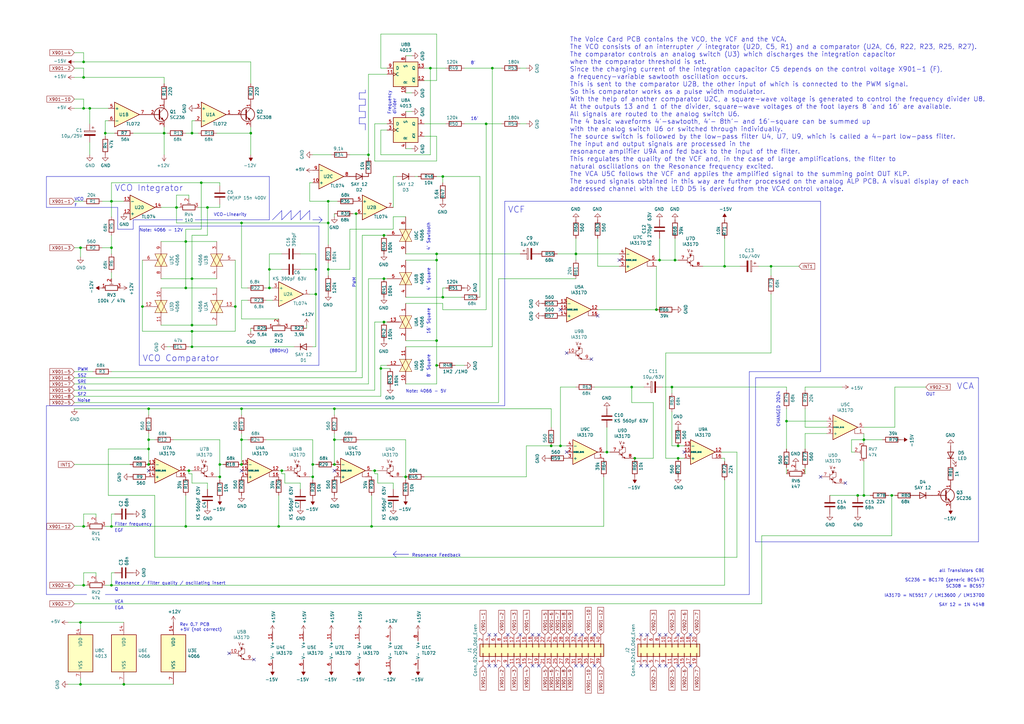
<source format=kicad_sch>
(kicad_sch (version 20230121) (generator eeschema)

  (uuid 6893edf3-a6d4-4b29-8722-7e6a082b8aed)

  (paper "A3")

  (title_block
    (title "AAC 3/E 142-790/KLP-54")
    (date "2021-04-18")
    (rev "c")
    (company "Polyphonic Synthesizer \"Tiracon 6V\"")
    (comment 1 "ehem. VEB Automatisierungsanlagen Cottbus")
    (comment 2 "Kanalleiterplatte KLP Stromlaufplan")
    (comment 4 "Voice Card Circuit")
  )

  (lib_symbols
    (symbol "4xxx:4013" (pin_names (offset 1.016)) (in_bom yes) (on_board yes)
      (property "Reference" "U" (at -7.62 8.89 0)
        (effects (font (size 1.27 1.27)))
      )
      (property "Value" "4013" (at -7.62 -8.89 0)
        (effects (font (size 1.27 1.27)))
      )
      (property "Footprint" "" (at 0 0 0)
        (effects (font (size 1.27 1.27)) hide)
      )
      (property "Datasheet" "http://www.onsemi.com/pub/Collateral/MC14013B-D.PDF" (at 0 0 0)
        (effects (font (size 1.27 1.27)) hide)
      )
      (property "ki_locked" "" (at 0 0 0)
        (effects (font (size 1.27 1.27)))
      )
      (property "ki_keywords" "CMOS DFF" (at 0 0 0)
        (effects (font (size 1.27 1.27)) hide)
      )
      (property "ki_description" "Dual D  FlipFlop, Set & reset" (at 0 0 0)
        (effects (font (size 1.27 1.27)) hide)
      )
      (property "ki_fp_filters" "DIP*W7.62mm* SOIC*3.9x9.9mm*P1.27mm* TSSOP*4.4x5mm*P0.65mm*" (at 0 0 0)
        (effects (font (size 1.27 1.27)) hide)
      )
      (symbol "4013_1_1"
        (rectangle (start -5.08 5.08) (end 5.08 -5.08)
          (stroke (width 0.254) (type default))
          (fill (type background))
        )
        (pin output line (at 7.62 2.54 180) (length 2.54)
          (name "Q" (effects (font (size 1.27 1.27))))
          (number "1" (effects (font (size 1.27 1.27))))
        )
        (pin output line (at 7.62 -2.54 180) (length 2.54)
          (name "~{Q}" (effects (font (size 1.27 1.27))))
          (number "2" (effects (font (size 1.27 1.27))))
        )
        (pin input clock (at -7.62 0 0) (length 2.54)
          (name "C" (effects (font (size 1.27 1.27))))
          (number "3" (effects (font (size 1.27 1.27))))
        )
        (pin input line (at 0 -7.62 90) (length 2.54)
          (name "R" (effects (font (size 1.27 1.27))))
          (number "4" (effects (font (size 1.27 1.27))))
        )
        (pin input line (at -7.62 2.54 0) (length 2.54)
          (name "D" (effects (font (size 1.27 1.27))))
          (number "5" (effects (font (size 1.27 1.27))))
        )
        (pin input line (at 0 7.62 270) (length 2.54)
          (name "S" (effects (font (size 1.27 1.27))))
          (number "6" (effects (font (size 1.27 1.27))))
        )
      )
      (symbol "4013_2_1"
        (rectangle (start -5.08 5.08) (end 5.08 -5.08)
          (stroke (width 0.254) (type default))
          (fill (type background))
        )
        (pin input line (at 0 -7.62 90) (length 2.54)
          (name "R" (effects (font (size 1.27 1.27))))
          (number "10" (effects (font (size 1.27 1.27))))
        )
        (pin input clock (at -7.62 0 0) (length 2.54)
          (name "C" (effects (font (size 1.27 1.27))))
          (number "11" (effects (font (size 1.27 1.27))))
        )
        (pin output line (at 7.62 -2.54 180) (length 2.54)
          (name "~{Q}" (effects (font (size 1.27 1.27))))
          (number "12" (effects (font (size 1.27 1.27))))
        )
        (pin output line (at 7.62 2.54 180) (length 2.54)
          (name "Q" (effects (font (size 1.27 1.27))))
          (number "13" (effects (font (size 1.27 1.27))))
        )
        (pin input line (at 0 7.62 270) (length 2.54)
          (name "S" (effects (font (size 1.27 1.27))))
          (number "8" (effects (font (size 1.27 1.27))))
        )
        (pin input line (at -7.62 2.54 0) (length 2.54)
          (name "D" (effects (font (size 1.27 1.27))))
          (number "9" (effects (font (size 1.27 1.27))))
        )
      )
      (symbol "4013_3_0"
        (pin power_in line (at 0 10.16 270) (length 2.54)
          (name "VDD" (effects (font (size 1.27 1.27))))
          (number "14" (effects (font (size 1.27 1.27))))
        )
        (pin power_in line (at 0 -10.16 90) (length 2.54)
          (name "VSS" (effects (font (size 1.27 1.27))))
          (number "7" (effects (font (size 1.27 1.27))))
        )
      )
      (symbol "4013_3_1"
        (rectangle (start -5.08 7.62) (end 5.08 -7.62)
          (stroke (width 0.254) (type default))
          (fill (type background))
        )
      )
    )
    (symbol "4xxx:4066" (pin_names (offset 1.016)) (in_bom yes) (on_board yes)
      (property "Reference" "U" (at -7.62 8.89 0)
        (effects (font (size 1.27 1.27)))
      )
      (property "Value" "4066" (at -7.62 -8.89 0)
        (effects (font (size 1.27 1.27)))
      )
      (property "Footprint" "" (at 0 0 0)
        (effects (font (size 1.27 1.27)) hide)
      )
      (property "Datasheet" "http://www.ti.com/lit/ds/symlink/cd4066b.pdf" (at 0 0 0)
        (effects (font (size 1.27 1.27)) hide)
      )
      (property "ki_locked" "" (at 0 0 0)
        (effects (font (size 1.27 1.27)))
      )
      (property "ki_keywords" "CMOS SWITCH" (at 0 0 0)
        (effects (font (size 1.27 1.27)) hide)
      )
      (property "ki_description" "Quad Analog Switches" (at 0 0 0)
        (effects (font (size 1.27 1.27)) hide)
      )
      (property "ki_fp_filters" "DIP?14*" (at 0 0 0)
        (effects (font (size 1.27 1.27)) hide)
      )
      (symbol "4066_1_0"
        (polyline
          (pts
            (xy 0 1.27)
            (xy 0 2.54)
          )
          (stroke (width 0.1524) (type default))
          (fill (type none))
        )
        (polyline
          (pts
            (xy -2.54 0)
            (xy 2.54 2.54)
            (xy 2.54 -2.54)
            (xy -2.54 0)
          )
          (stroke (width 0) (type default))
          (fill (type background))
        )
        (polyline
          (pts
            (xy -2.54 2.54)
            (xy 2.54 0)
            (xy -2.54 -2.54)
            (xy -2.54 2.54)
          )
          (stroke (width 0) (type default))
          (fill (type background))
        )
        (pin passive line (at -7.62 0 0) (length 5.08)
          (name "~" (effects (font (size 1.27 1.27))))
          (number "1" (effects (font (size 1.27 1.27))))
        )
        (pin input line (at 0 7.62 270) (length 5.08)
          (name "~" (effects (font (size 1.27 1.27))))
          (number "13" (effects (font (size 1.27 1.27))))
        )
        (pin passive line (at 7.62 0 180) (length 5.08)
          (name "~" (effects (font (size 1.27 1.27))))
          (number "2" (effects (font (size 1.27 1.27))))
        )
      )
      (symbol "4066_2_0"
        (polyline
          (pts
            (xy 0 1.27)
            (xy 0 2.54)
          )
          (stroke (width 0.1524) (type default))
          (fill (type none))
        )
        (polyline
          (pts
            (xy -2.54 0)
            (xy 2.54 2.54)
            (xy 2.54 -2.54)
            (xy -2.54 0)
          )
          (stroke (width 0) (type default))
          (fill (type background))
        )
        (polyline
          (pts
            (xy -2.54 2.54)
            (xy 2.54 0)
            (xy -2.54 -2.54)
            (xy -2.54 2.54)
          )
          (stroke (width 0) (type default))
          (fill (type background))
        )
        (pin passive line (at 7.62 0 180) (length 5.08)
          (name "~" (effects (font (size 1.27 1.27))))
          (number "3" (effects (font (size 1.27 1.27))))
        )
        (pin passive line (at -7.62 0 0) (length 5.08)
          (name "~" (effects (font (size 1.27 1.27))))
          (number "4" (effects (font (size 1.27 1.27))))
        )
        (pin input line (at 0 7.62 270) (length 5.08)
          (name "~" (effects (font (size 1.27 1.27))))
          (number "5" (effects (font (size 1.27 1.27))))
        )
      )
      (symbol "4066_3_0"
        (polyline
          (pts
            (xy 0 1.27)
            (xy 0 2.54)
          )
          (stroke (width 0.1524) (type default))
          (fill (type none))
        )
        (polyline
          (pts
            (xy -2.54 0)
            (xy 2.54 2.54)
            (xy 2.54 -2.54)
            (xy -2.54 0)
          )
          (stroke (width 0) (type default))
          (fill (type background))
        )
        (polyline
          (pts
            (xy -2.54 2.54)
            (xy 2.54 0)
            (xy -2.54 -2.54)
            (xy -2.54 2.54)
          )
          (stroke (width 0) (type default))
          (fill (type background))
        )
        (pin input line (at 0 7.62 270) (length 5.08)
          (name "~" (effects (font (size 1.27 1.27))))
          (number "6" (effects (font (size 1.27 1.27))))
        )
        (pin passive line (at -7.62 0 0) (length 5.08)
          (name "~" (effects (font (size 1.27 1.27))))
          (number "8" (effects (font (size 1.27 1.27))))
        )
        (pin passive line (at 7.62 0 180) (length 5.08)
          (name "~" (effects (font (size 1.27 1.27))))
          (number "9" (effects (font (size 1.27 1.27))))
        )
      )
      (symbol "4066_4_0"
        (polyline
          (pts
            (xy 0 1.27)
            (xy 0 2.54)
          )
          (stroke (width 0.1524) (type default))
          (fill (type none))
        )
        (polyline
          (pts
            (xy -2.54 0)
            (xy 2.54 2.54)
            (xy 2.54 -2.54)
            (xy -2.54 0)
          )
          (stroke (width 0) (type default))
          (fill (type background))
        )
        (polyline
          (pts
            (xy -2.54 2.54)
            (xy 2.54 0)
            (xy -2.54 -2.54)
            (xy -2.54 2.54)
          )
          (stroke (width 0) (type default))
          (fill (type background))
        )
        (pin passive line (at 7.62 0 180) (length 5.08)
          (name "~" (effects (font (size 1.27 1.27))))
          (number "10" (effects (font (size 1.27 1.27))))
        )
        (pin passive line (at -7.62 0 0) (length 5.08)
          (name "~" (effects (font (size 1.27 1.27))))
          (number "11" (effects (font (size 1.27 1.27))))
        )
        (pin input line (at 0 7.62 270) (length 5.08)
          (name "~" (effects (font (size 1.27 1.27))))
          (number "12" (effects (font (size 1.27 1.27))))
        )
      )
      (symbol "4066_5_0"
        (pin power_in line (at 0 12.7 270) (length 5.08)
          (name "VDD" (effects (font (size 1.27 1.27))))
          (number "14" (effects (font (size 1.27 1.27))))
        )
        (pin power_in line (at 0 -12.7 90) (length 5.08)
          (name "VSS" (effects (font (size 1.27 1.27))))
          (number "7" (effects (font (size 1.27 1.27))))
        )
      )
      (symbol "4066_5_1"
        (rectangle (start -5.08 7.62) (end 5.08 -7.62)
          (stroke (width 0.254) (type default))
          (fill (type background))
        )
      )
    )
    (symbol "Amplifier_Operational:LM13700" (pin_names (offset 0.127)) (in_bom yes) (on_board yes)
      (property "Reference" "U" (at 3.81 5.08 0)
        (effects (font (size 1.27 1.27)))
      )
      (property "Value" "LM13700" (at 5.08 -5.08 0)
        (effects (font (size 1.27 1.27)))
      )
      (property "Footprint" "" (at -7.62 0.635 0)
        (effects (font (size 1.27 1.27)) hide)
      )
      (property "Datasheet" "http://www.ti.com/lit/ds/symlink/lm13700.pdf" (at -7.62 0.635 0)
        (effects (font (size 1.27 1.27)) hide)
      )
      (property "ki_locked" "" (at 0 0 0)
        (effects (font (size 1.27 1.27)))
      )
      (property "ki_keywords" "operational transconductance amplifier OTA" (at 0 0 0)
        (effects (font (size 1.27 1.27)) hide)
      )
      (property "ki_description" "Dual Operational Transconductance Amplifiers with Linearizing Diodes and Buffers, DIP-16/SOIC-16" (at 0 0 0)
        (effects (font (size 1.27 1.27)) hide)
      )
      (property "ki_fp_filters" "SOIC*3.9x9.9mm*P1.27mm* DIP*W7.62mm*" (at 0 0 0)
        (effects (font (size 1.27 1.27)) hide)
      )
      (symbol "LM13700_1_1"
        (polyline
          (pts
            (xy 3.81 -0.635)
            (xy 3.81 -2.54)
            (xy 5.08 -2.54)
          )
          (stroke (width 0) (type default))
          (fill (type none))
        )
        (polyline
          (pts
            (xy 5.08 0)
            (xy -5.08 -5.08)
            (xy -5.08 5.08)
            (xy 5.08 0)
          )
          (stroke (width 0.254) (type default))
          (fill (type background))
        )
        (pin output line (at 7.62 0 180) (length 2.54)
          (name "~" (effects (font (size 1.27 1.27))))
          (number "12" (effects (font (size 1.27 1.27))))
        )
        (pin input line (at -7.62 2.54 0) (length 2.54)
          (name "-" (effects (font (size 1.27 1.27))))
          (number "13" (effects (font (size 1.27 1.27))))
        )
        (pin input line (at -7.62 -2.54 0) (length 2.54)
          (name "+" (effects (font (size 1.27 1.27))))
          (number "14" (effects (font (size 1.27 1.27))))
        )
        (pin input line (at -7.62 0 0) (length 2.54)
          (name "DIODE_BIAS" (effects (font (size 0.508 0.508))))
          (number "15" (effects (font (size 1.27 1.27))))
        )
        (pin input line (at 7.62 -2.54 180) (length 2.54)
          (name "~" (effects (font (size 1.27 1.27))))
          (number "16" (effects (font (size 1.27 1.27))))
        )
      )
      (symbol "LM13700_2_0"
        (polyline
          (pts
            (xy -1.905 2.54)
            (xy -3.175 2.54)
          )
          (stroke (width 0) (type default))
          (fill (type none))
        )
      )
      (symbol "LM13700_2_1"
        (circle (center -2.54 1.905) (radius 0.254)
          (stroke (width 0.254) (type default))
          (fill (type outline))
        )
        (polyline
          (pts
            (xy -3.81 -0.635)
            (xy -2.54 -1.27)
          )
          (stroke (width 0) (type default))
          (fill (type none))
        )
        (polyline
          (pts
            (xy -3.81 1.27)
            (xy -3.81 -1.27)
          )
          (stroke (width 0) (type default))
          (fill (type none))
        )
        (polyline
          (pts
            (xy -2.54 -1.905)
            (xy -1.27 -2.54)
          )
          (stroke (width 0) (type default))
          (fill (type none))
        )
        (polyline
          (pts
            (xy -2.54 0)
            (xy -2.54 -2.54)
          )
          (stroke (width 0) (type default))
          (fill (type none))
        )
        (polyline
          (pts
            (xy -3.81 0.635)
            (xy -2.54 1.27)
            (xy -2.54 1.905)
            (xy -2.54 2.54)
          )
          (stroke (width 0) (type default))
          (fill (type none))
        )
        (polyline
          (pts
            (xy -2.54 -1.27)
            (xy -3.175 -0.635)
            (xy -3.175 -1.27)
            (xy -2.54 -1.27)
          )
          (stroke (width 0) (type default))
          (fill (type outline))
        )
        (polyline
          (pts
            (xy -2.54 -0.635)
            (xy -1.27 0)
            (xy -1.27 1.905)
            (xy -2.54 1.905)
          )
          (stroke (width 0) (type default))
          (fill (type none))
        )
        (polyline
          (pts
            (xy -1.27 -2.54)
            (xy -1.905 -1.905)
            (xy -1.905 -2.54)
            (xy -1.27 -2.54)
          )
          (stroke (width 0) (type default))
          (fill (type outline))
        )
        (text "V+" (at -2.54 3.81 0)
          (effects (font (size 1.27 1.27)))
        )
        (pin input line (at -7.62 0 0) (length 3.81)
          (name "~" (effects (font (size 1.27 1.27))))
          (number "10" (effects (font (size 1.27 1.27))))
        )
        (pin output line (at 2.54 -2.54 180) (length 3.81)
          (name "~" (effects (font (size 1.27 1.27))))
          (number "9" (effects (font (size 1.27 1.27))))
        )
      )
      (symbol "LM13700_3_1"
        (polyline
          (pts
            (xy 3.81 -0.635)
            (xy 3.81 -2.54)
            (xy 5.08 -2.54)
          )
          (stroke (width 0) (type default))
          (fill (type none))
        )
        (polyline
          (pts
            (xy 5.08 0)
            (xy -5.08 -5.08)
            (xy -5.08 5.08)
            (xy 5.08 0)
          )
          (stroke (width 0.254) (type default))
          (fill (type background))
        )
        (pin input line (at 7.62 -2.54 180) (length 2.54)
          (name "~" (effects (font (size 1.27 1.27))))
          (number "1" (effects (font (size 1.27 1.27))))
        )
        (pin input line (at -7.62 0 0) (length 2.54)
          (name "DIODE_BIAS" (effects (font (size 0.508 0.508))))
          (number "2" (effects (font (size 1.27 1.27))))
        )
        (pin input line (at -7.62 -2.54 0) (length 2.54)
          (name "+" (effects (font (size 1.27 1.27))))
          (number "3" (effects (font (size 1.27 1.27))))
        )
        (pin input line (at -7.62 2.54 0) (length 2.54)
          (name "-" (effects (font (size 1.27 1.27))))
          (number "4" (effects (font (size 1.27 1.27))))
        )
        (pin output line (at 7.62 0 180) (length 2.54)
          (name "~" (effects (font (size 1.27 1.27))))
          (number "5" (effects (font (size 1.27 1.27))))
        )
      )
      (symbol "LM13700_4_0"
        (polyline
          (pts
            (xy -3.175 2.54)
            (xy -1.905 2.54)
          )
          (stroke (width 0) (type default))
          (fill (type none))
        )
        (text "V+" (at -2.54 3.81 0)
          (effects (font (size 1.27 1.27)))
        )
      )
      (symbol "LM13700_4_1"
        (circle (center -2.54 1.905) (radius 0.254)
          (stroke (width 0.254) (type default))
          (fill (type outline))
        )
        (polyline
          (pts
            (xy -3.81 -0.635)
            (xy -2.54 -1.27)
          )
          (stroke (width 0) (type default))
          (fill (type none))
        )
        (polyline
          (pts
            (xy -3.81 1.27)
            (xy -3.81 -1.27)
          )
          (stroke (width 0) (type default))
          (fill (type none))
        )
        (polyline
          (pts
            (xy -2.54 -1.905)
            (xy -1.27 -2.54)
          )
          (stroke (width 0) (type default))
          (fill (type none))
        )
        (polyline
          (pts
            (xy -2.54 0)
            (xy -2.54 -2.54)
          )
          (stroke (width 0) (type default))
          (fill (type none))
        )
        (polyline
          (pts
            (xy -3.81 0.635)
            (xy -2.54 1.27)
            (xy -2.54 2.54)
          )
          (stroke (width 0) (type default))
          (fill (type none))
        )
        (polyline
          (pts
            (xy -2.54 -1.27)
            (xy -3.175 -0.635)
            (xy -3.175 -1.27)
            (xy -2.54 -1.27)
          )
          (stroke (width 0) (type default))
          (fill (type outline))
        )
        (polyline
          (pts
            (xy -2.54 -0.635)
            (xy -1.27 0)
            (xy -1.27 1.905)
            (xy -2.54 1.905)
          )
          (stroke (width 0) (type default))
          (fill (type none))
        )
        (polyline
          (pts
            (xy -1.27 -2.54)
            (xy -1.905 -1.905)
            (xy -1.905 -2.54)
            (xy -1.27 -2.54)
          )
          (stroke (width 0) (type default))
          (fill (type outline))
        )
        (pin input line (at -7.62 0 0) (length 3.81)
          (name "~" (effects (font (size 1.27 1.27))))
          (number "7" (effects (font (size 1.27 1.27))))
        )
        (pin output line (at 2.54 -2.54 180) (length 3.81)
          (name "~" (effects (font (size 1.27 1.27))))
          (number "8" (effects (font (size 1.27 1.27))))
        )
      )
      (symbol "LM13700_5_1"
        (pin power_in line (at -2.54 7.62 270) (length 3.81)
          (name "V+" (effects (font (size 1.27 1.27))))
          (number "11" (effects (font (size 1.27 1.27))))
        )
        (pin power_in line (at -2.54 -7.62 90) (length 3.81)
          (name "V-" (effects (font (size 1.27 1.27))))
          (number "6" (effects (font (size 1.27 1.27))))
        )
      )
    )
    (symbol "Amplifier_Operational:TL072" (pin_names (offset 0.127)) (in_bom yes) (on_board yes)
      (property "Reference" "U" (at 0 5.08 0)
        (effects (font (size 1.27 1.27)) (justify left))
      )
      (property "Value" "TL072" (at 0 -5.08 0)
        (effects (font (size 1.27 1.27)) (justify left))
      )
      (property "Footprint" "" (at 0 0 0)
        (effects (font (size 1.27 1.27)) hide)
      )
      (property "Datasheet" "http://www.ti.com/lit/ds/symlink/tl071.pdf" (at 0 0 0)
        (effects (font (size 1.27 1.27)) hide)
      )
      (property "ki_locked" "" (at 0 0 0)
        (effects (font (size 1.27 1.27)))
      )
      (property "ki_keywords" "dual opamp" (at 0 0 0)
        (effects (font (size 1.27 1.27)) hide)
      )
      (property "ki_description" "Dual Low-Noise JFET-Input Operational Amplifiers, DIP-8/SOIC-8" (at 0 0 0)
        (effects (font (size 1.27 1.27)) hide)
      )
      (property "ki_fp_filters" "SOIC*3.9x4.9mm*P1.27mm* DIP*W7.62mm* TO*99* OnSemi*Micro8* TSSOP*3x3mm*P0.65mm* TSSOP*4.4x3mm*P0.65mm* MSOP*3x3mm*P0.65mm* SSOP*3.9x4.9mm*P0.635mm* LFCSP*2x2mm*P0.5mm* *SIP* SOIC*5.3x6.2mm*P1.27mm*" (at 0 0 0)
        (effects (font (size 1.27 1.27)) hide)
      )
      (symbol "TL072_1_1"
        (polyline
          (pts
            (xy -5.08 5.08)
            (xy 5.08 0)
            (xy -5.08 -5.08)
            (xy -5.08 5.08)
          )
          (stroke (width 0.254) (type default))
          (fill (type background))
        )
        (pin output line (at 7.62 0 180) (length 2.54)
          (name "~" (effects (font (size 1.27 1.27))))
          (number "1" (effects (font (size 1.27 1.27))))
        )
        (pin input line (at -7.62 -2.54 0) (length 2.54)
          (name "-" (effects (font (size 1.27 1.27))))
          (number "2" (effects (font (size 1.27 1.27))))
        )
        (pin input line (at -7.62 2.54 0) (length 2.54)
          (name "+" (effects (font (size 1.27 1.27))))
          (number "3" (effects (font (size 1.27 1.27))))
        )
      )
      (symbol "TL072_2_1"
        (polyline
          (pts
            (xy -5.08 5.08)
            (xy 5.08 0)
            (xy -5.08 -5.08)
            (xy -5.08 5.08)
          )
          (stroke (width 0.254) (type default))
          (fill (type background))
        )
        (pin input line (at -7.62 2.54 0) (length 2.54)
          (name "+" (effects (font (size 1.27 1.27))))
          (number "5" (effects (font (size 1.27 1.27))))
        )
        (pin input line (at -7.62 -2.54 0) (length 2.54)
          (name "-" (effects (font (size 1.27 1.27))))
          (number "6" (effects (font (size 1.27 1.27))))
        )
        (pin output line (at 7.62 0 180) (length 2.54)
          (name "~" (effects (font (size 1.27 1.27))))
          (number "7" (effects (font (size 1.27 1.27))))
        )
      )
      (symbol "TL072_3_1"
        (pin power_in line (at -2.54 -7.62 90) (length 3.81)
          (name "V-" (effects (font (size 1.27 1.27))))
          (number "4" (effects (font (size 1.27 1.27))))
        )
        (pin power_in line (at -2.54 7.62 270) (length 3.81)
          (name "V+" (effects (font (size 1.27 1.27))))
          (number "8" (effects (font (size 1.27 1.27))))
        )
      )
    )
    (symbol "Amplifier_Operational:TL074" (pin_names (offset 0.127)) (in_bom yes) (on_board yes)
      (property "Reference" "U" (at 0 5.08 0)
        (effects (font (size 1.27 1.27)) (justify left))
      )
      (property "Value" "TL074" (at 0 -5.08 0)
        (effects (font (size 1.27 1.27)) (justify left))
      )
      (property "Footprint" "" (at -1.27 2.54 0)
        (effects (font (size 1.27 1.27)) hide)
      )
      (property "Datasheet" "http://www.ti.com/lit/ds/symlink/tl071.pdf" (at 1.27 5.08 0)
        (effects (font (size 1.27 1.27)) hide)
      )
      (property "ki_locked" "" (at 0 0 0)
        (effects (font (size 1.27 1.27)))
      )
      (property "ki_keywords" "quad opamp" (at 0 0 0)
        (effects (font (size 1.27 1.27)) hide)
      )
      (property "ki_description" "Quad Low-Noise JFET-Input Operational Amplifiers, DIP-14/SOIC-14" (at 0 0 0)
        (effects (font (size 1.27 1.27)) hide)
      )
      (property "ki_fp_filters" "SOIC*3.9x8.7mm*P1.27mm* DIP*W7.62mm* TSSOP*4.4x5mm*P0.65mm* SSOP*5.3x6.2mm*P0.65mm* MSOP*3x3mm*P0.5mm*" (at 0 0 0)
        (effects (font (size 1.27 1.27)) hide)
      )
      (symbol "TL074_1_1"
        (polyline
          (pts
            (xy -5.08 5.08)
            (xy 5.08 0)
            (xy -5.08 -5.08)
            (xy -5.08 5.08)
          )
          (stroke (width 0.254) (type default))
          (fill (type background))
        )
        (pin output line (at 7.62 0 180) (length 2.54)
          (name "~" (effects (font (size 1.27 1.27))))
          (number "1" (effects (font (size 1.27 1.27))))
        )
        (pin input line (at -7.62 -2.54 0) (length 2.54)
          (name "-" (effects (font (size 1.27 1.27))))
          (number "2" (effects (font (size 1.27 1.27))))
        )
        (pin input line (at -7.62 2.54 0) (length 2.54)
          (name "+" (effects (font (size 1.27 1.27))))
          (number "3" (effects (font (size 1.27 1.27))))
        )
      )
      (symbol "TL074_2_1"
        (polyline
          (pts
            (xy -5.08 5.08)
            (xy 5.08 0)
            (xy -5.08 -5.08)
            (xy -5.08 5.08)
          )
          (stroke (width 0.254) (type default))
          (fill (type background))
        )
        (pin input line (at -7.62 2.54 0) (length 2.54)
          (name "+" (effects (font (size 1.27 1.27))))
          (number "5" (effects (font (size 1.27 1.27))))
        )
        (pin input line (at -7.62 -2.54 0) (length 2.54)
          (name "-" (effects (font (size 1.27 1.27))))
          (number "6" (effects (font (size 1.27 1.27))))
        )
        (pin output line (at 7.62 0 180) (length 2.54)
          (name "~" (effects (font (size 1.27 1.27))))
          (number "7" (effects (font (size 1.27 1.27))))
        )
      )
      (symbol "TL074_3_1"
        (polyline
          (pts
            (xy -5.08 5.08)
            (xy 5.08 0)
            (xy -5.08 -5.08)
            (xy -5.08 5.08)
          )
          (stroke (width 0.254) (type default))
          (fill (type background))
        )
        (pin input line (at -7.62 2.54 0) (length 2.54)
          (name "+" (effects (font (size 1.27 1.27))))
          (number "10" (effects (font (size 1.27 1.27))))
        )
        (pin output line (at 7.62 0 180) (length 2.54)
          (name "~" (effects (font (size 1.27 1.27))))
          (number "8" (effects (font (size 1.27 1.27))))
        )
        (pin input line (at -7.62 -2.54 0) (length 2.54)
          (name "-" (effects (font (size 1.27 1.27))))
          (number "9" (effects (font (size 1.27 1.27))))
        )
      )
      (symbol "TL074_4_1"
        (polyline
          (pts
            (xy -5.08 5.08)
            (xy 5.08 0)
            (xy -5.08 -5.08)
            (xy -5.08 5.08)
          )
          (stroke (width 0.254) (type default))
          (fill (type background))
        )
        (pin input line (at -7.62 2.54 0) (length 2.54)
          (name "+" (effects (font (size 1.27 1.27))))
          (number "12" (effects (font (size 1.27 1.27))))
        )
        (pin input line (at -7.62 -2.54 0) (length 2.54)
          (name "-" (effects (font (size 1.27 1.27))))
          (number "13" (effects (font (size 1.27 1.27))))
        )
        (pin output line (at 7.62 0 180) (length 2.54)
          (name "~" (effects (font (size 1.27 1.27))))
          (number "14" (effects (font (size 1.27 1.27))))
        )
      )
      (symbol "TL074_5_1"
        (pin power_in line (at -2.54 -7.62 90) (length 3.81)
          (name "V-" (effects (font (size 1.27 1.27))))
          (number "11" (effects (font (size 1.27 1.27))))
        )
        (pin power_in line (at -2.54 7.62 270) (length 3.81)
          (name "V+" (effects (font (size 1.27 1.27))))
          (number "4" (effects (font (size 1.27 1.27))))
        )
      )
    )
    (symbol "Connector_Generic:Conn_02x10_Odd_Even" (pin_names (offset 1.016) hide) (in_bom yes) (on_board yes)
      (property "Reference" "J" (at 1.27 12.7 0)
        (effects (font (size 1.27 1.27)))
      )
      (property "Value" "Conn_02x10_Odd_Even" (at 1.27 -15.24 0)
        (effects (font (size 1.27 1.27)))
      )
      (property "Footprint" "" (at 0 0 0)
        (effects (font (size 1.27 1.27)) hide)
      )
      (property "Datasheet" "~" (at 0 0 0)
        (effects (font (size 1.27 1.27)) hide)
      )
      (property "ki_keywords" "connector" (at 0 0 0)
        (effects (font (size 1.27 1.27)) hide)
      )
      (property "ki_description" "Generic connector, double row, 02x10, odd/even pin numbering scheme (row 1 odd numbers, row 2 even numbers), script generated (kicad-library-utils/schlib/autogen/connector/)" (at 0 0 0)
        (effects (font (size 1.27 1.27)) hide)
      )
      (property "ki_fp_filters" "Connector*:*_2x??_*" (at 0 0 0)
        (effects (font (size 1.27 1.27)) hide)
      )
      (symbol "Conn_02x10_Odd_Even_1_1"
        (rectangle (start -1.27 -12.573) (end 0 -12.827)
          (stroke (width 0.1524) (type default))
          (fill (type none))
        )
        (rectangle (start -1.27 -10.033) (end 0 -10.287)
          (stroke (width 0.1524) (type default))
          (fill (type none))
        )
        (rectangle (start -1.27 -7.493) (end 0 -7.747)
          (stroke (width 0.1524) (type default))
          (fill (type none))
        )
        (rectangle (start -1.27 -4.953) (end 0 -5.207)
          (stroke (width 0.1524) (type default))
          (fill (type none))
        )
        (rectangle (start -1.27 -2.413) (end 0 -2.667)
          (stroke (width 0.1524) (type default))
          (fill (type none))
        )
        (rectangle (start -1.27 0.127) (end 0 -0.127)
          (stroke (width 0.1524) (type default))
          (fill (type none))
        )
        (rectangle (start -1.27 2.667) (end 0 2.413)
          (stroke (width 0.1524) (type default))
          (fill (type none))
        )
        (rectangle (start -1.27 5.207) (end 0 4.953)
          (stroke (width 0.1524) (type default))
          (fill (type none))
        )
        (rectangle (start -1.27 7.747) (end 0 7.493)
          (stroke (width 0.1524) (type default))
          (fill (type none))
        )
        (rectangle (start -1.27 10.287) (end 0 10.033)
          (stroke (width 0.1524) (type default))
          (fill (type none))
        )
        (rectangle (start -1.27 11.43) (end 3.81 -13.97)
          (stroke (width 0.254) (type default))
          (fill (type background))
        )
        (rectangle (start 3.81 -12.573) (end 2.54 -12.827)
          (stroke (width 0.1524) (type default))
          (fill (type none))
        )
        (rectangle (start 3.81 -10.033) (end 2.54 -10.287)
          (stroke (width 0.1524) (type default))
          (fill (type none))
        )
        (rectangle (start 3.81 -7.493) (end 2.54 -7.747)
          (stroke (width 0.1524) (type default))
          (fill (type none))
        )
        (rectangle (start 3.81 -4.953) (end 2.54 -5.207)
          (stroke (width 0.1524) (type default))
          (fill (type none))
        )
        (rectangle (start 3.81 -2.413) (end 2.54 -2.667)
          (stroke (width 0.1524) (type default))
          (fill (type none))
        )
        (rectangle (start 3.81 0.127) (end 2.54 -0.127)
          (stroke (width 0.1524) (type default))
          (fill (type none))
        )
        (rectangle (start 3.81 2.667) (end 2.54 2.413)
          (stroke (width 0.1524) (type default))
          (fill (type none))
        )
        (rectangle (start 3.81 5.207) (end 2.54 4.953)
          (stroke (width 0.1524) (type default))
          (fill (type none))
        )
        (rectangle (start 3.81 7.747) (end 2.54 7.493)
          (stroke (width 0.1524) (type default))
          (fill (type none))
        )
        (rectangle (start 3.81 10.287) (end 2.54 10.033)
          (stroke (width 0.1524) (type default))
          (fill (type none))
        )
        (pin passive line (at -5.08 10.16 0) (length 3.81)
          (name "Pin_1" (effects (font (size 1.27 1.27))))
          (number "1" (effects (font (size 1.27 1.27))))
        )
        (pin passive line (at 7.62 0 180) (length 3.81)
          (name "Pin_10" (effects (font (size 1.27 1.27))))
          (number "10" (effects (font (size 1.27 1.27))))
        )
        (pin passive line (at -5.08 -2.54 0) (length 3.81)
          (name "Pin_11" (effects (font (size 1.27 1.27))))
          (number "11" (effects (font (size 1.27 1.27))))
        )
        (pin passive line (at 7.62 -2.54 180) (length 3.81)
          (name "Pin_12" (effects (font (size 1.27 1.27))))
          (number "12" (effects (font (size 1.27 1.27))))
        )
        (pin passive line (at -5.08 -5.08 0) (length 3.81)
          (name "Pin_13" (effects (font (size 1.27 1.27))))
          (number "13" (effects (font (size 1.27 1.27))))
        )
        (pin passive line (at 7.62 -5.08 180) (length 3.81)
          (name "Pin_14" (effects (font (size 1.27 1.27))))
          (number "14" (effects (font (size 1.27 1.27))))
        )
        (pin passive line (at -5.08 -7.62 0) (length 3.81)
          (name "Pin_15" (effects (font (size 1.27 1.27))))
          (number "15" (effects (font (size 1.27 1.27))))
        )
        (pin passive line (at 7.62 -7.62 180) (length 3.81)
          (name "Pin_16" (effects (font (size 1.27 1.27))))
          (number "16" (effects (font (size 1.27 1.27))))
        )
        (pin passive line (at -5.08 -10.16 0) (length 3.81)
          (name "Pin_17" (effects (font (size 1.27 1.27))))
          (number "17" (effects (font (size 1.27 1.27))))
        )
        (pin passive line (at 7.62 -10.16 180) (length 3.81)
          (name "Pin_18" (effects (font (size 1.27 1.27))))
          (number "18" (effects (font (size 1.27 1.27))))
        )
        (pin passive line (at -5.08 -12.7 0) (length 3.81)
          (name "Pin_19" (effects (font (size 1.27 1.27))))
          (number "19" (effects (font (size 1.27 1.27))))
        )
        (pin passive line (at 7.62 10.16 180) (length 3.81)
          (name "Pin_2" (effects (font (size 1.27 1.27))))
          (number "2" (effects (font (size 1.27 1.27))))
        )
        (pin passive line (at 7.62 -12.7 180) (length 3.81)
          (name "Pin_20" (effects (font (size 1.27 1.27))))
          (number "20" (effects (font (size 1.27 1.27))))
        )
        (pin passive line (at -5.08 7.62 0) (length 3.81)
          (name "Pin_3" (effects (font (size 1.27 1.27))))
          (number "3" (effects (font (size 1.27 1.27))))
        )
        (pin passive line (at 7.62 7.62 180) (length 3.81)
          (name "Pin_4" (effects (font (size 1.27 1.27))))
          (number "4" (effects (font (size 1.27 1.27))))
        )
        (pin passive line (at -5.08 5.08 0) (length 3.81)
          (name "Pin_5" (effects (font (size 1.27 1.27))))
          (number "5" (effects (font (size 1.27 1.27))))
        )
        (pin passive line (at 7.62 5.08 180) (length 3.81)
          (name "Pin_6" (effects (font (size 1.27 1.27))))
          (number "6" (effects (font (size 1.27 1.27))))
        )
        (pin passive line (at -5.08 2.54 0) (length 3.81)
          (name "Pin_7" (effects (font (size 1.27 1.27))))
          (number "7" (effects (font (size 1.27 1.27))))
        )
        (pin passive line (at 7.62 2.54 180) (length 3.81)
          (name "Pin_8" (effects (font (size 1.27 1.27))))
          (number "8" (effects (font (size 1.27 1.27))))
        )
        (pin passive line (at -5.08 0 0) (length 3.81)
          (name "Pin_9" (effects (font (size 1.27 1.27))))
          (number "9" (effects (font (size 1.27 1.27))))
        )
      )
    )
    (symbol "Connector_Generic:Conn_02x20_Odd_Even" (pin_names (offset 1.016) hide) (in_bom yes) (on_board yes)
      (property "Reference" "J" (at 1.27 25.4 0)
        (effects (font (size 1.27 1.27)))
      )
      (property "Value" "Conn_02x20_Odd_Even" (at 1.27 -27.94 0)
        (effects (font (size 1.27 1.27)))
      )
      (property "Footprint" "" (at 0 0 0)
        (effects (font (size 1.27 1.27)) hide)
      )
      (property "Datasheet" "~" (at 0 0 0)
        (effects (font (size 1.27 1.27)) hide)
      )
      (property "ki_keywords" "connector" (at 0 0 0)
        (effects (font (size 1.27 1.27)) hide)
      )
      (property "ki_description" "Generic connector, double row, 02x20, odd/even pin numbering scheme (row 1 odd numbers, row 2 even numbers), script generated (kicad-library-utils/schlib/autogen/connector/)" (at 0 0 0)
        (effects (font (size 1.27 1.27)) hide)
      )
      (property "ki_fp_filters" "Connector*:*_2x??_*" (at 0 0 0)
        (effects (font (size 1.27 1.27)) hide)
      )
      (symbol "Conn_02x20_Odd_Even_1_1"
        (rectangle (start -1.27 -25.273) (end 0 -25.527)
          (stroke (width 0.1524) (type default))
          (fill (type none))
        )
        (rectangle (start -1.27 -22.733) (end 0 -22.987)
          (stroke (width 0.1524) (type default))
          (fill (type none))
        )
        (rectangle (start -1.27 -20.193) (end 0 -20.447)
          (stroke (width 0.1524) (type default))
          (fill (type none))
        )
        (rectangle (start -1.27 -17.653) (end 0 -17.907)
          (stroke (width 0.1524) (type default))
          (fill (type none))
        )
        (rectangle (start -1.27 -15.113) (end 0 -15.367)
          (stroke (width 0.1524) (type default))
          (fill (type none))
        )
        (rectangle (start -1.27 -12.573) (end 0 -12.827)
          (stroke (width 0.1524) (type default))
          (fill (type none))
        )
        (rectangle (start -1.27 -10.033) (end 0 -10.287)
          (stroke (width 0.1524) (type default))
          (fill (type none))
        )
        (rectangle (start -1.27 -7.493) (end 0 -7.747)
          (stroke (width 0.1524) (type default))
          (fill (type none))
        )
        (rectangle (start -1.27 -4.953) (end 0 -5.207)
          (stroke (width 0.1524) (type default))
          (fill (type none))
        )
        (rectangle (start -1.27 -2.413) (end 0 -2.667)
          (stroke (width 0.1524) (type default))
          (fill (type none))
        )
        (rectangle (start -1.27 0.127) (end 0 -0.127)
          (stroke (width 0.1524) (type default))
          (fill (type none))
        )
        (rectangle (start -1.27 2.667) (end 0 2.413)
          (stroke (width 0.1524) (type default))
          (fill (type none))
        )
        (rectangle (start -1.27 5.207) (end 0 4.953)
          (stroke (width 0.1524) (type default))
          (fill (type none))
        )
        (rectangle (start -1.27 7.747) (end 0 7.493)
          (stroke (width 0.1524) (type default))
          (fill (type none))
        )
        (rectangle (start -1.27 10.287) (end 0 10.033)
          (stroke (width 0.1524) (type default))
          (fill (type none))
        )
        (rectangle (start -1.27 12.827) (end 0 12.573)
          (stroke (width 0.1524) (type default))
          (fill (type none))
        )
        (rectangle (start -1.27 15.367) (end 0 15.113)
          (stroke (width 0.1524) (type default))
          (fill (type none))
        )
        (rectangle (start -1.27 17.907) (end 0 17.653)
          (stroke (width 0.1524) (type default))
          (fill (type none))
        )
        (rectangle (start -1.27 20.447) (end 0 20.193)
          (stroke (width 0.1524) (type default))
          (fill (type none))
        )
        (rectangle (start -1.27 22.987) (end 0 22.733)
          (stroke (width 0.1524) (type default))
          (fill (type none))
        )
        (rectangle (start -1.27 24.13) (end 3.81 -26.67)
          (stroke (width 0.254) (type default))
          (fill (type background))
        )
        (rectangle (start 3.81 -25.273) (end 2.54 -25.527)
          (stroke (width 0.1524) (type default))
          (fill (type none))
        )
        (rectangle (start 3.81 -22.733) (end 2.54 -22.987)
          (stroke (width 0.1524) (type default))
          (fill (type none))
        )
        (rectangle (start 3.81 -20.193) (end 2.54 -20.447)
          (stroke (width 0.1524) (type default))
          (fill (type none))
        )
        (rectangle (start 3.81 -17.653) (end 2.54 -17.907)
          (stroke (width 0.1524) (type default))
          (fill (type none))
        )
        (rectangle (start 3.81 -15.113) (end 2.54 -15.367)
          (stroke (width 0.1524) (type default))
          (fill (type none))
        )
        (rectangle (start 3.81 -12.573) (end 2.54 -12.827)
          (stroke (width 0.1524) (type default))
          (fill (type none))
        )
        (rectangle (start 3.81 -10.033) (end 2.54 -10.287)
          (stroke (width 0.1524) (type default))
          (fill (type none))
        )
        (rectangle (start 3.81 -7.493) (end 2.54 -7.747)
          (stroke (width 0.1524) (type default))
          (fill (type none))
        )
        (rectangle (start 3.81 -4.953) (end 2.54 -5.207)
          (stroke (width 0.1524) (type default))
          (fill (type none))
        )
        (rectangle (start 3.81 -2.413) (end 2.54 -2.667)
          (stroke (width 0.1524) (type default))
          (fill (type none))
        )
        (rectangle (start 3.81 0.127) (end 2.54 -0.127)
          (stroke (width 0.1524) (type default))
          (fill (type none))
        )
        (rectangle (start 3.81 2.667) (end 2.54 2.413)
          (stroke (width 0.1524) (type default))
          (fill (type none))
        )
        (rectangle (start 3.81 5.207) (end 2.54 4.953)
          (stroke (width 0.1524) (type default))
          (fill (type none))
        )
        (rectangle (start 3.81 7.747) (end 2.54 7.493)
          (stroke (width 0.1524) (type default))
          (fill (type none))
        )
        (rectangle (start 3.81 10.287) (end 2.54 10.033)
          (stroke (width 0.1524) (type default))
          (fill (type none))
        )
        (rectangle (start 3.81 12.827) (end 2.54 12.573)
          (stroke (width 0.1524) (type default))
          (fill (type none))
        )
        (rectangle (start 3.81 15.367) (end 2.54 15.113)
          (stroke (width 0.1524) (type default))
          (fill (type none))
        )
        (rectangle (start 3.81 17.907) (end 2.54 17.653)
          (stroke (width 0.1524) (type default))
          (fill (type none))
        )
        (rectangle (start 3.81 20.447) (end 2.54 20.193)
          (stroke (width 0.1524) (type default))
          (fill (type none))
        )
        (rectangle (start 3.81 22.987) (end 2.54 22.733)
          (stroke (width 0.1524) (type default))
          (fill (type none))
        )
        (pin passive line (at -5.08 22.86 0) (length 3.81)
          (name "Pin_1" (effects (font (size 1.27 1.27))))
          (number "1" (effects (font (size 1.27 1.27))))
        )
        (pin passive line (at 7.62 12.7 180) (length 3.81)
          (name "Pin_10" (effects (font (size 1.27 1.27))))
          (number "10" (effects (font (size 1.27 1.27))))
        )
        (pin passive line (at -5.08 10.16 0) (length 3.81)
          (name "Pin_11" (effects (font (size 1.27 1.27))))
          (number "11" (effects (font (size 1.27 1.27))))
        )
        (pin passive line (at 7.62 10.16 180) (length 3.81)
          (name "Pin_12" (effects (font (size 1.27 1.27))))
          (number "12" (effects (font (size 1.27 1.27))))
        )
        (pin passive line (at -5.08 7.62 0) (length 3.81)
          (name "Pin_13" (effects (font (size 1.27 1.27))))
          (number "13" (effects (font (size 1.27 1.27))))
        )
        (pin passive line (at 7.62 7.62 180) (length 3.81)
          (name "Pin_14" (effects (font (size 1.27 1.27))))
          (number "14" (effects (font (size 1.27 1.27))))
        )
        (pin passive line (at -5.08 5.08 0) (length 3.81)
          (name "Pin_15" (effects (font (size 1.27 1.27))))
          (number "15" (effects (font (size 1.27 1.27))))
        )
        (pin passive line (at 7.62 5.08 180) (length 3.81)
          (name "Pin_16" (effects (font (size 1.27 1.27))))
          (number "16" (effects (font (size 1.27 1.27))))
        )
        (pin passive line (at -5.08 2.54 0) (length 3.81)
          (name "Pin_17" (effects (font (size 1.27 1.27))))
          (number "17" (effects (font (size 1.27 1.27))))
        )
        (pin passive line (at 7.62 2.54 180) (length 3.81)
          (name "Pin_18" (effects (font (size 1.27 1.27))))
          (number "18" (effects (font (size 1.27 1.27))))
        )
        (pin passive line (at -5.08 0 0) (length 3.81)
          (name "Pin_19" (effects (font (size 1.27 1.27))))
          (number "19" (effects (font (size 1.27 1.27))))
        )
        (pin passive line (at 7.62 22.86 180) (length 3.81)
          (name "Pin_2" (effects (font (size 1.27 1.27))))
          (number "2" (effects (font (size 1.27 1.27))))
        )
        (pin passive line (at 7.62 0 180) (length 3.81)
          (name "Pin_20" (effects (font (size 1.27 1.27))))
          (number "20" (effects (font (size 1.27 1.27))))
        )
        (pin passive line (at -5.08 -2.54 0) (length 3.81)
          (name "Pin_21" (effects (font (size 1.27 1.27))))
          (number "21" (effects (font (size 1.27 1.27))))
        )
        (pin passive line (at 7.62 -2.54 180) (length 3.81)
          (name "Pin_22" (effects (font (size 1.27 1.27))))
          (number "22" (effects (font (size 1.27 1.27))))
        )
        (pin passive line (at -5.08 -5.08 0) (length 3.81)
          (name "Pin_23" (effects (font (size 1.27 1.27))))
          (number "23" (effects (font (size 1.27 1.27))))
        )
        (pin passive line (at 7.62 -5.08 180) (length 3.81)
          (name "Pin_24" (effects (font (size 1.27 1.27))))
          (number "24" (effects (font (size 1.27 1.27))))
        )
        (pin passive line (at -5.08 -7.62 0) (length 3.81)
          (name "Pin_25" (effects (font (size 1.27 1.27))))
          (number "25" (effects (font (size 1.27 1.27))))
        )
        (pin passive line (at 7.62 -7.62 180) (length 3.81)
          (name "Pin_26" (effects (font (size 1.27 1.27))))
          (number "26" (effects (font (size 1.27 1.27))))
        )
        (pin passive line (at -5.08 -10.16 0) (length 3.81)
          (name "Pin_27" (effects (font (size 1.27 1.27))))
          (number "27" (effects (font (size 1.27 1.27))))
        )
        (pin passive line (at 7.62 -10.16 180) (length 3.81)
          (name "Pin_28" (effects (font (size 1.27 1.27))))
          (number "28" (effects (font (size 1.27 1.27))))
        )
        (pin passive line (at -5.08 -12.7 0) (length 3.81)
          (name "Pin_29" (effects (font (size 1.27 1.27))))
          (number "29" (effects (font (size 1.27 1.27))))
        )
        (pin passive line (at -5.08 20.32 0) (length 3.81)
          (name "Pin_3" (effects (font (size 1.27 1.27))))
          (number "3" (effects (font (size 1.27 1.27))))
        )
        (pin passive line (at 7.62 -12.7 180) (length 3.81)
          (name "Pin_30" (effects (font (size 1.27 1.27))))
          (number "30" (effects (font (size 1.27 1.27))))
        )
        (pin passive line (at -5.08 -15.24 0) (length 3.81)
          (name "Pin_31" (effects (font (size 1.27 1.27))))
          (number "31" (effects (font (size 1.27 1.27))))
        )
        (pin passive line (at 7.62 -15.24 180) (length 3.81)
          (name "Pin_32" (effects (font (size 1.27 1.27))))
          (number "32" (effects (font (size 1.27 1.27))))
        )
        (pin passive line (at -5.08 -17.78 0) (length 3.81)
          (name "Pin_33" (effects (font (size 1.27 1.27))))
          (number "33" (effects (font (size 1.27 1.27))))
        )
        (pin passive line (at 7.62 -17.78 180) (length 3.81)
          (name "Pin_34" (effects (font (size 1.27 1.27))))
          (number "34" (effects (font (size 1.27 1.27))))
        )
        (pin passive line (at -5.08 -20.32 0) (length 3.81)
          (name "Pin_35" (effects (font (size 1.27 1.27))))
          (number "35" (effects (font (size 1.27 1.27))))
        )
        (pin passive line (at 7.62 -20.32 180) (length 3.81)
          (name "Pin_36" (effects (font (size 1.27 1.27))))
          (number "36" (effects (font (size 1.27 1.27))))
        )
        (pin passive line (at -5.08 -22.86 0) (length 3.81)
          (name "Pin_37" (effects (font (size 1.27 1.27))))
          (number "37" (effects (font (size 1.27 1.27))))
        )
        (pin passive line (at 7.62 -22.86 180) (length 3.81)
          (name "Pin_38" (effects (font (size 1.27 1.27))))
          (number "38" (effects (font (size 1.27 1.27))))
        )
        (pin passive line (at -5.08 -25.4 0) (length 3.81)
          (name "Pin_39" (effects (font (size 1.27 1.27))))
          (number "39" (effects (font (size 1.27 1.27))))
        )
        (pin passive line (at 7.62 20.32 180) (length 3.81)
          (name "Pin_4" (effects (font (size 1.27 1.27))))
          (number "4" (effects (font (size 1.27 1.27))))
        )
        (pin passive line (at 7.62 -25.4 180) (length 3.81)
          (name "Pin_40" (effects (font (size 1.27 1.27))))
          (number "40" (effects (font (size 1.27 1.27))))
        )
        (pin passive line (at -5.08 17.78 0) (length 3.81)
          (name "Pin_5" (effects (font (size 1.27 1.27))))
          (number "5" (effects (font (size 1.27 1.27))))
        )
        (pin passive line (at 7.62 17.78 180) (length 3.81)
          (name "Pin_6" (effects (font (size 1.27 1.27))))
          (number "6" (effects (font (size 1.27 1.27))))
        )
        (pin passive line (at -5.08 15.24 0) (length 3.81)
          (name "Pin_7" (effects (font (size 1.27 1.27))))
          (number "7" (effects (font (size 1.27 1.27))))
        )
        (pin passive line (at 7.62 15.24 180) (length 3.81)
          (name "Pin_8" (effects (font (size 1.27 1.27))))
          (number "8" (effects (font (size 1.27 1.27))))
        )
        (pin passive line (at -5.08 12.7 0) (length 3.81)
          (name "Pin_9" (effects (font (size 1.27 1.27))))
          (number "9" (effects (font (size 1.27 1.27))))
        )
      )
    )
    (symbol "Device:C" (pin_numbers hide) (pin_names (offset 0.254)) (in_bom yes) (on_board yes)
      (property "Reference" "C" (at 0.635 2.54 0)
        (effects (font (size 1.27 1.27)) (justify left))
      )
      (property "Value" "C" (at 0.635 -2.54 0)
        (effects (font (size 1.27 1.27)) (justify left))
      )
      (property "Footprint" "" (at 0.9652 -3.81 0)
        (effects (font (size 1.27 1.27)) hide)
      )
      (property "Datasheet" "~" (at 0 0 0)
        (effects (font (size 1.27 1.27)) hide)
      )
      (property "ki_keywords" "cap capacitor" (at 0 0 0)
        (effects (font (size 1.27 1.27)) hide)
      )
      (property "ki_description" "Unpolarized capacitor" (at 0 0 0)
        (effects (font (size 1.27 1.27)) hide)
      )
      (property "ki_fp_filters" "C_*" (at 0 0 0)
        (effects (font (size 1.27 1.27)) hide)
      )
      (symbol "C_0_1"
        (polyline
          (pts
            (xy -2.032 -0.762)
            (xy 2.032 -0.762)
          )
          (stroke (width 0.508) (type default))
          (fill (type none))
        )
        (polyline
          (pts
            (xy -2.032 0.762)
            (xy 2.032 0.762)
          )
          (stroke (width 0.508) (type default))
          (fill (type none))
        )
      )
      (symbol "C_1_1"
        (pin passive line (at 0 3.81 270) (length 2.794)
          (name "~" (effects (font (size 1.27 1.27))))
          (number "1" (effects (font (size 1.27 1.27))))
        )
        (pin passive line (at 0 -3.81 90) (length 2.794)
          (name "~" (effects (font (size 1.27 1.27))))
          (number "2" (effects (font (size 1.27 1.27))))
        )
      )
    )
    (symbol "Device:D" (pin_numbers hide) (pin_names (offset 1.016) hide) (in_bom yes) (on_board yes)
      (property "Reference" "D" (at 0 2.54 0)
        (effects (font (size 1.27 1.27)))
      )
      (property "Value" "D" (at 0 -2.54 0)
        (effects (font (size 1.27 1.27)))
      )
      (property "Footprint" "" (at 0 0 0)
        (effects (font (size 1.27 1.27)) hide)
      )
      (property "Datasheet" "~" (at 0 0 0)
        (effects (font (size 1.27 1.27)) hide)
      )
      (property "Sim.Device" "D" (at 0 0 0)
        (effects (font (size 1.27 1.27)) hide)
      )
      (property "Sim.Pins" "1=K 2=A" (at 0 0 0)
        (effects (font (size 1.27 1.27)) hide)
      )
      (property "ki_keywords" "diode" (at 0 0 0)
        (effects (font (size 1.27 1.27)) hide)
      )
      (property "ki_description" "Diode" (at 0 0 0)
        (effects (font (size 1.27 1.27)) hide)
      )
      (property "ki_fp_filters" "TO-???* *_Diode_* *SingleDiode* D_*" (at 0 0 0)
        (effects (font (size 1.27 1.27)) hide)
      )
      (symbol "D_0_1"
        (polyline
          (pts
            (xy -1.27 1.27)
            (xy -1.27 -1.27)
          )
          (stroke (width 0.254) (type default))
          (fill (type none))
        )
        (polyline
          (pts
            (xy 1.27 0)
            (xy -1.27 0)
          )
          (stroke (width 0) (type default))
          (fill (type none))
        )
        (polyline
          (pts
            (xy 1.27 1.27)
            (xy 1.27 -1.27)
            (xy -1.27 0)
            (xy 1.27 1.27)
          )
          (stroke (width 0.254) (type default))
          (fill (type none))
        )
      )
      (symbol "D_1_1"
        (pin passive line (at -3.81 0 0) (length 2.54)
          (name "K" (effects (font (size 1.27 1.27))))
          (number "1" (effects (font (size 1.27 1.27))))
        )
        (pin passive line (at 3.81 0 180) (length 2.54)
          (name "A" (effects (font (size 1.27 1.27))))
          (number "2" (effects (font (size 1.27 1.27))))
        )
      )
    )
    (symbol "Device:LED" (pin_numbers hide) (pin_names (offset 1.016) hide) (in_bom yes) (on_board yes)
      (property "Reference" "D" (at 0 2.54 0)
        (effects (font (size 1.27 1.27)))
      )
      (property "Value" "LED" (at 0 -2.54 0)
        (effects (font (size 1.27 1.27)))
      )
      (property "Footprint" "" (at 0 0 0)
        (effects (font (size 1.27 1.27)) hide)
      )
      (property "Datasheet" "~" (at 0 0 0)
        (effects (font (size 1.27 1.27)) hide)
      )
      (property "ki_keywords" "LED diode" (at 0 0 0)
        (effects (font (size 1.27 1.27)) hide)
      )
      (property "ki_description" "Light emitting diode" (at 0 0 0)
        (effects (font (size 1.27 1.27)) hide)
      )
      (property "ki_fp_filters" "LED* LED_SMD:* LED_THT:*" (at 0 0 0)
        (effects (font (size 1.27 1.27)) hide)
      )
      (symbol "LED_0_1"
        (polyline
          (pts
            (xy -1.27 -1.27)
            (xy -1.27 1.27)
          )
          (stroke (width 0.254) (type default))
          (fill (type none))
        )
        (polyline
          (pts
            (xy -1.27 0)
            (xy 1.27 0)
          )
          (stroke (width 0) (type default))
          (fill (type none))
        )
        (polyline
          (pts
            (xy 1.27 -1.27)
            (xy 1.27 1.27)
            (xy -1.27 0)
            (xy 1.27 -1.27)
          )
          (stroke (width 0.254) (type default))
          (fill (type none))
        )
        (polyline
          (pts
            (xy -3.048 -0.762)
            (xy -4.572 -2.286)
            (xy -3.81 -2.286)
            (xy -4.572 -2.286)
            (xy -4.572 -1.524)
          )
          (stroke (width 0) (type default))
          (fill (type none))
        )
        (polyline
          (pts
            (xy -1.778 -0.762)
            (xy -3.302 -2.286)
            (xy -2.54 -2.286)
            (xy -3.302 -2.286)
            (xy -3.302 -1.524)
          )
          (stroke (width 0) (type default))
          (fill (type none))
        )
      )
      (symbol "LED_1_1"
        (pin passive line (at -3.81 0 0) (length 2.54)
          (name "K" (effects (font (size 1.27 1.27))))
          (number "1" (effects (font (size 1.27 1.27))))
        )
        (pin passive line (at 3.81 0 180) (length 2.54)
          (name "A" (effects (font (size 1.27 1.27))))
          (number "2" (effects (font (size 1.27 1.27))))
        )
      )
    )
    (symbol "Device:Q_NPN_CBE" (pin_names (offset 0) hide) (in_bom yes) (on_board yes)
      (property "Reference" "Q" (at 5.08 1.27 0)
        (effects (font (size 1.27 1.27)) (justify left))
      )
      (property "Value" "Q_NPN_CBE" (at 5.08 -1.27 0)
        (effects (font (size 1.27 1.27)) (justify left))
      )
      (property "Footprint" "" (at 5.08 2.54 0)
        (effects (font (size 1.27 1.27)) hide)
      )
      (property "Datasheet" "~" (at 0 0 0)
        (effects (font (size 1.27 1.27)) hide)
      )
      (property "ki_keywords" "transistor NPN" (at 0 0 0)
        (effects (font (size 1.27 1.27)) hide)
      )
      (property "ki_description" "NPN transistor, collector/base/emitter" (at 0 0 0)
        (effects (font (size 1.27 1.27)) hide)
      )
      (symbol "Q_NPN_CBE_0_1"
        (polyline
          (pts
            (xy 0.635 0.635)
            (xy 2.54 2.54)
          )
          (stroke (width 0) (type default))
          (fill (type none))
        )
        (polyline
          (pts
            (xy 0.635 -0.635)
            (xy 2.54 -2.54)
            (xy 2.54 -2.54)
          )
          (stroke (width 0) (type default))
          (fill (type none))
        )
        (polyline
          (pts
            (xy 0.635 1.905)
            (xy 0.635 -1.905)
            (xy 0.635 -1.905)
          )
          (stroke (width 0.508) (type default))
          (fill (type none))
        )
        (polyline
          (pts
            (xy 1.27 -1.778)
            (xy 1.778 -1.27)
            (xy 2.286 -2.286)
            (xy 1.27 -1.778)
            (xy 1.27 -1.778)
          )
          (stroke (width 0) (type default))
          (fill (type outline))
        )
        (circle (center 1.27 0) (radius 2.8194)
          (stroke (width 0.254) (type default))
          (fill (type none))
        )
      )
      (symbol "Q_NPN_CBE_1_1"
        (pin passive line (at 2.54 5.08 270) (length 2.54)
          (name "C" (effects (font (size 1.27 1.27))))
          (number "1" (effects (font (size 1.27 1.27))))
        )
        (pin input line (at -5.08 0 0) (length 5.715)
          (name "B" (effects (font (size 1.27 1.27))))
          (number "2" (effects (font (size 1.27 1.27))))
        )
        (pin passive line (at 2.54 -5.08 90) (length 2.54)
          (name "E" (effects (font (size 1.27 1.27))))
          (number "3" (effects (font (size 1.27 1.27))))
        )
      )
    )
    (symbol "Device:Q_PNP_CBE" (pin_names (offset 0) hide) (in_bom yes) (on_board yes)
      (property "Reference" "Q" (at 5.08 1.27 0)
        (effects (font (size 1.27 1.27)) (justify left))
      )
      (property "Value" "Q_PNP_CBE" (at 5.08 -1.27 0)
        (effects (font (size 1.27 1.27)) (justify left))
      )
      (property "Footprint" "" (at 5.08 2.54 0)
        (effects (font (size 1.27 1.27)) hide)
      )
      (property "Datasheet" "~" (at 0 0 0)
        (effects (font (size 1.27 1.27)) hide)
      )
      (property "ki_keywords" "transistor PNP" (at 0 0 0)
        (effects (font (size 1.27 1.27)) hide)
      )
      (property "ki_description" "PNP transistor, collector/base/emitter" (at 0 0 0)
        (effects (font (size 1.27 1.27)) hide)
      )
      (symbol "Q_PNP_CBE_0_1"
        (polyline
          (pts
            (xy 0.635 0.635)
            (xy 2.54 2.54)
          )
          (stroke (width 0) (type default))
          (fill (type none))
        )
        (polyline
          (pts
            (xy 0.635 -0.635)
            (xy 2.54 -2.54)
            (xy 2.54 -2.54)
          )
          (stroke (width 0) (type default))
          (fill (type none))
        )
        (polyline
          (pts
            (xy 0.635 1.905)
            (xy 0.635 -1.905)
            (xy 0.635 -1.905)
          )
          (stroke (width 0.508) (type default))
          (fill (type none))
        )
        (polyline
          (pts
            (xy 2.286 -1.778)
            (xy 1.778 -2.286)
            (xy 1.27 -1.27)
            (xy 2.286 -1.778)
            (xy 2.286 -1.778)
          )
          (stroke (width 0) (type default))
          (fill (type outline))
        )
        (circle (center 1.27 0) (radius 2.8194)
          (stroke (width 0.254) (type default))
          (fill (type none))
        )
      )
      (symbol "Q_PNP_CBE_1_1"
        (pin passive line (at 2.54 5.08 270) (length 2.54)
          (name "C" (effects (font (size 1.27 1.27))))
          (number "1" (effects (font (size 1.27 1.27))))
        )
        (pin input line (at -5.08 0 0) (length 5.715)
          (name "B" (effects (font (size 1.27 1.27))))
          (number "2" (effects (font (size 1.27 1.27))))
        )
        (pin passive line (at 2.54 -5.08 90) (length 2.54)
          (name "E" (effects (font (size 1.27 1.27))))
          (number "3" (effects (font (size 1.27 1.27))))
        )
      )
    )
    (symbol "Device:R" (pin_numbers hide) (pin_names (offset 0)) (in_bom yes) (on_board yes)
      (property "Reference" "R" (at 2.032 0 90)
        (effects (font (size 1.27 1.27)))
      )
      (property "Value" "R" (at 0 0 90)
        (effects (font (size 1.27 1.27)))
      )
      (property "Footprint" "" (at -1.778 0 90)
        (effects (font (size 1.27 1.27)) hide)
      )
      (property "Datasheet" "~" (at 0 0 0)
        (effects (font (size 1.27 1.27)) hide)
      )
      (property "ki_keywords" "R res resistor" (at 0 0 0)
        (effects (font (size 1.27 1.27)) hide)
      )
      (property "ki_description" "Resistor" (at 0 0 0)
        (effects (font (size 1.27 1.27)) hide)
      )
      (property "ki_fp_filters" "R_*" (at 0 0 0)
        (effects (font (size 1.27 1.27)) hide)
      )
      (symbol "R_0_1"
        (rectangle (start -1.016 -2.54) (end 1.016 2.54)
          (stroke (width 0.254) (type default))
          (fill (type none))
        )
      )
      (symbol "R_1_1"
        (pin passive line (at 0 3.81 270) (length 1.27)
          (name "~" (effects (font (size 1.27 1.27))))
          (number "1" (effects (font (size 1.27 1.27))))
        )
        (pin passive line (at 0 -3.81 90) (length 1.27)
          (name "~" (effects (font (size 1.27 1.27))))
          (number "2" (effects (font (size 1.27 1.27))))
        )
      )
    )
    (symbol "KLP-rescue:CP-Device" (pin_numbers hide) (pin_names (offset 0.254)) (in_bom yes) (on_board yes)
      (property "Reference" "C" (at 0.635 2.54 0)
        (effects (font (size 1.27 1.27)) (justify left))
      )
      (property "Value" "Device_CP" (at 0.635 -2.54 0)
        (effects (font (size 1.27 1.27)) (justify left))
      )
      (property "Footprint" "" (at 0.9652 -3.81 0)
        (effects (font (size 1.27 1.27)) hide)
      )
      (property "Datasheet" "" (at 0 0 0)
        (effects (font (size 1.27 1.27)) hide)
      )
      (property "ki_fp_filters" "CP_*" (at 0 0 0)
        (effects (font (size 1.27 1.27)) hide)
      )
      (symbol "CP-Device_0_1"
        (rectangle (start -2.286 0.508) (end 2.286 1.016)
          (stroke (width 0) (type solid))
          (fill (type none))
        )
        (polyline
          (pts
            (xy -1.778 2.286)
            (xy -0.762 2.286)
          )
          (stroke (width 0) (type solid))
          (fill (type none))
        )
        (polyline
          (pts
            (xy -1.27 2.794)
            (xy -1.27 1.778)
          )
          (stroke (width 0) (type solid))
          (fill (type none))
        )
        (rectangle (start 2.286 -0.508) (end -2.286 -1.016)
          (stroke (width 0) (type solid))
          (fill (type outline))
        )
      )
      (symbol "CP-Device_1_1"
        (pin passive line (at 0 3.81 270) (length 2.794)
          (name "~" (effects (font (size 1.27 1.27))))
          (number "1" (effects (font (size 1.27 1.27))))
        )
        (pin passive line (at 0 -3.81 90) (length 2.794)
          (name "~" (effects (font (size 1.27 1.27))))
          (number "2" (effects (font (size 1.27 1.27))))
        )
      )
    )
    (symbol "KLP-rescue:R_POT_TRIM-Device" (pin_names (offset 1.016) hide) (in_bom yes) (on_board yes)
      (property "Reference" "RV" (at -4.445 0 90)
        (effects (font (size 1.27 1.27)))
      )
      (property "Value" "Device_R_POT_TRIM" (at -2.54 0 90)
        (effects (font (size 1.27 1.27)))
      )
      (property "Footprint" "" (at 0 0 0)
        (effects (font (size 1.27 1.27)) hide)
      )
      (property "Datasheet" "" (at 0 0 0)
        (effects (font (size 1.27 1.27)) hide)
      )
      (property "ki_fp_filters" "Potentiometer*" (at 0 0 0)
        (effects (font (size 1.27 1.27)) hide)
      )
      (symbol "R_POT_TRIM-Device_0_1"
        (polyline
          (pts
            (xy 1.524 0.762)
            (xy 1.524 -0.762)
          )
          (stroke (width 0) (type solid))
          (fill (type none))
        )
        (polyline
          (pts
            (xy 2.54 0)
            (xy 1.524 0)
          )
          (stroke (width 0) (type solid))
          (fill (type none))
        )
        (rectangle (start 1.016 2.54) (end -1.016 -2.54)
          (stroke (width 0.254) (type solid))
          (fill (type none))
        )
      )
      (symbol "R_POT_TRIM-Device_1_1"
        (pin passive line (at 0 3.81 270) (length 1.27)
          (name "1" (effects (font (size 1.27 1.27))))
          (number "1" (effects (font (size 1.27 1.27))))
        )
        (pin passive line (at 3.81 0 180) (length 1.27)
          (name "2" (effects (font (size 1.27 1.27))))
          (number "2" (effects (font (size 1.27 1.27))))
        )
        (pin passive line (at 0 -3.81 90) (length 1.27)
          (name "3" (effects (font (size 1.27 1.27))))
          (number "3" (effects (font (size 1.27 1.27))))
        )
      )
    )
    (symbol "power:+12V" (power) (pin_names (offset 0)) (in_bom yes) (on_board yes)
      (property "Reference" "#PWR" (at 0 -3.81 0)
        (effects (font (size 1.27 1.27)) hide)
      )
      (property "Value" "+12V" (at 0 3.556 0)
        (effects (font (size 1.27 1.27)))
      )
      (property "Footprint" "" (at 0 0 0)
        (effects (font (size 1.27 1.27)) hide)
      )
      (property "Datasheet" "" (at 0 0 0)
        (effects (font (size 1.27 1.27)) hide)
      )
      (property "ki_keywords" "global power" (at 0 0 0)
        (effects (font (size 1.27 1.27)) hide)
      )
      (property "ki_description" "Power symbol creates a global label with name \"+12V\"" (at 0 0 0)
        (effects (font (size 1.27 1.27)) hide)
      )
      (symbol "+12V_0_1"
        (polyline
          (pts
            (xy -0.762 1.27)
            (xy 0 2.54)
          )
          (stroke (width 0) (type default))
          (fill (type none))
        )
        (polyline
          (pts
            (xy 0 0)
            (xy 0 2.54)
          )
          (stroke (width 0) (type default))
          (fill (type none))
        )
        (polyline
          (pts
            (xy 0 2.54)
            (xy 0.762 1.27)
          )
          (stroke (width 0) (type default))
          (fill (type none))
        )
      )
      (symbol "+12V_1_1"
        (pin power_in line (at 0 0 90) (length 0) hide
          (name "+12V" (effects (font (size 1.27 1.27))))
          (number "1" (effects (font (size 1.27 1.27))))
        )
      )
    )
    (symbol "power:+15V" (power) (pin_names (offset 0)) (in_bom yes) (on_board yes)
      (property "Reference" "#PWR" (at 0 -3.81 0)
        (effects (font (size 1.27 1.27)) hide)
      )
      (property "Value" "+15V" (at 0 3.556 0)
        (effects (font (size 1.27 1.27)))
      )
      (property "Footprint" "" (at 0 0 0)
        (effects (font (size 1.27 1.27)) hide)
      )
      (property "Datasheet" "" (at 0 0 0)
        (effects (font (size 1.27 1.27)) hide)
      )
      (property "ki_keywords" "global power" (at 0 0 0)
        (effects (font (size 1.27 1.27)) hide)
      )
      (property "ki_description" "Power symbol creates a global label with name \"+15V\"" (at 0 0 0)
        (effects (font (size 1.27 1.27)) hide)
      )
      (symbol "+15V_0_1"
        (polyline
          (pts
            (xy -0.762 1.27)
            (xy 0 2.54)
          )
          (stroke (width 0) (type default))
          (fill (type none))
        )
        (polyline
          (pts
            (xy 0 0)
            (xy 0 2.54)
          )
          (stroke (width 0) (type default))
          (fill (type none))
        )
        (polyline
          (pts
            (xy 0 2.54)
            (xy 0.762 1.27)
          )
          (stroke (width 0) (type default))
          (fill (type none))
        )
      )
      (symbol "+15V_1_1"
        (pin power_in line (at 0 0 90) (length 0) hide
          (name "+15V" (effects (font (size 1.27 1.27))))
          (number "1" (effects (font (size 1.27 1.27))))
        )
      )
    )
    (symbol "power:+5V" (power) (pin_names (offset 0)) (in_bom yes) (on_board yes)
      (property "Reference" "#PWR" (at 0 -3.81 0)
        (effects (font (size 1.27 1.27)) hide)
      )
      (property "Value" "+5V" (at 0 3.556 0)
        (effects (font (size 1.27 1.27)))
      )
      (property "Footprint" "" (at 0 0 0)
        (effects (font (size 1.27 1.27)) hide)
      )
      (property "Datasheet" "" (at 0 0 0)
        (effects (font (size 1.27 1.27)) hide)
      )
      (property "ki_keywords" "global power" (at 0 0 0)
        (effects (font (size 1.27 1.27)) hide)
      )
      (property "ki_description" "Power symbol creates a global label with name \"+5V\"" (at 0 0 0)
        (effects (font (size 1.27 1.27)) hide)
      )
      (symbol "+5V_0_1"
        (polyline
          (pts
            (xy -0.762 1.27)
            (xy 0 2.54)
          )
          (stroke (width 0) (type default))
          (fill (type none))
        )
        (polyline
          (pts
            (xy 0 0)
            (xy 0 2.54)
          )
          (stroke (width 0) (type default))
          (fill (type none))
        )
        (polyline
          (pts
            (xy 0 2.54)
            (xy 0.762 1.27)
          )
          (stroke (width 0) (type default))
          (fill (type none))
        )
      )
      (symbol "+5V_1_1"
        (pin power_in line (at 0 0 90) (length 0) hide
          (name "+5V" (effects (font (size 1.27 1.27))))
          (number "1" (effects (font (size 1.27 1.27))))
        )
      )
    )
    (symbol "power:-12V" (power) (pin_names (offset 0)) (in_bom yes) (on_board yes)
      (property "Reference" "#PWR" (at 0 2.54 0)
        (effects (font (size 1.27 1.27)) hide)
      )
      (property "Value" "-12V" (at 0 3.81 0)
        (effects (font (size 1.27 1.27)))
      )
      (property "Footprint" "" (at 0 0 0)
        (effects (font (size 1.27 1.27)) hide)
      )
      (property "Datasheet" "" (at 0 0 0)
        (effects (font (size 1.27 1.27)) hide)
      )
      (property "ki_keywords" "global power" (at 0 0 0)
        (effects (font (size 1.27 1.27)) hide)
      )
      (property "ki_description" "Power symbol creates a global label with name \"-12V\"" (at 0 0 0)
        (effects (font (size 1.27 1.27)) hide)
      )
      (symbol "-12V_0_0"
        (pin power_in line (at 0 0 90) (length 0) hide
          (name "-12V" (effects (font (size 1.27 1.27))))
          (number "1" (effects (font (size 1.27 1.27))))
        )
      )
      (symbol "-12V_0_1"
        (polyline
          (pts
            (xy 0 0)
            (xy 0 1.27)
            (xy 0.762 1.27)
            (xy 0 2.54)
            (xy -0.762 1.27)
            (xy 0 1.27)
          )
          (stroke (width 0) (type default))
          (fill (type outline))
        )
      )
    )
    (symbol "power:-15V" (power) (pin_names (offset 0)) (in_bom yes) (on_board yes)
      (property "Reference" "#PWR" (at 0 2.54 0)
        (effects (font (size 1.27 1.27)) hide)
      )
      (property "Value" "-15V" (at 0 3.81 0)
        (effects (font (size 1.27 1.27)))
      )
      (property "Footprint" "" (at 0 0 0)
        (effects (font (size 1.27 1.27)) hide)
      )
      (property "Datasheet" "" (at 0 0 0)
        (effects (font (size 1.27 1.27)) hide)
      )
      (property "ki_keywords" "global power" (at 0 0 0)
        (effects (font (size 1.27 1.27)) hide)
      )
      (property "ki_description" "Power symbol creates a global label with name \"-15V\"" (at 0 0 0)
        (effects (font (size 1.27 1.27)) hide)
      )
      (symbol "-15V_0_0"
        (pin power_in line (at 0 0 90) (length 0) hide
          (name "-15V" (effects (font (size 1.27 1.27))))
          (number "1" (effects (font (size 1.27 1.27))))
        )
      )
      (symbol "-15V_0_1"
        (polyline
          (pts
            (xy 0 0)
            (xy 0 1.27)
            (xy 0.762 1.27)
            (xy 0 2.54)
            (xy -0.762 1.27)
            (xy 0 1.27)
          )
          (stroke (width 0) (type default))
          (fill (type outline))
        )
      )
    )
    (symbol "power:GND" (power) (pin_names (offset 0)) (in_bom yes) (on_board yes)
      (property "Reference" "#PWR" (at 0 -6.35 0)
        (effects (font (size 1.27 1.27)) hide)
      )
      (property "Value" "GND" (at 0 -3.81 0)
        (effects (font (size 1.27 1.27)))
      )
      (property "Footprint" "" (at 0 0 0)
        (effects (font (size 1.27 1.27)) hide)
      )
      (property "Datasheet" "" (at 0 0 0)
        (effects (font (size 1.27 1.27)) hide)
      )
      (property "ki_keywords" "global power" (at 0 0 0)
        (effects (font (size 1.27 1.27)) hide)
      )
      (property "ki_description" "Power symbol creates a global label with name \"GND\" , ground" (at 0 0 0)
        (effects (font (size 1.27 1.27)) hide)
      )
      (symbol "GND_0_1"
        (polyline
          (pts
            (xy 0 0)
            (xy 0 -1.27)
            (xy 1.27 -1.27)
            (xy 0 -2.54)
            (xy -1.27 -1.27)
            (xy 0 -1.27)
          )
          (stroke (width 0) (type default))
          (fill (type none))
        )
      )
      (symbol "GND_1_1"
        (pin power_in line (at 0 0 270) (length 0) hide
          (name "GND" (effects (font (size 1.27 1.27))))
          (number "1" (effects (font (size 1.27 1.27))))
        )
      )
    )
  )

  (junction (at 176.53 27.94) (diameter 0) (color 0 0 0 0)
    (uuid 013d2012-c0bb-401f-9d2d-9a838f2791dd)
  )
  (junction (at 322.58 172.72) (diameter 0) (color 0 0 0 0)
    (uuid 0510c0ed-4dab-402e-907a-c33e7afb8f1d)
  )
  (junction (at 34.29 44.45) (diameter 0) (color 0 0 0 0)
    (uuid 054c5ade-14f9-4500-a1d0-7ff04d616418)
  )
  (junction (at 58.42 125.73) (diameter 0) (color 0 0 0 0)
    (uuid 0852f922-46ca-451b-8f31-b0a8cc38e4d0)
  )
  (junction (at 60.96 167.64) (diameter 0) (color 0 0 0 0)
    (uuid 0c552c5f-4459-405f-9f3c-d11086ddba6a)
  )
  (junction (at 60.96 184.15) (diameter 0) (color 0 0 0 0)
    (uuid 0d42b694-bd8b-4bbb-b32b-8109ba5a1f88)
  )
  (junction (at 181.61 121.92) (diameter 0) (color 0 0 0 0)
    (uuid 0fae2ea8-199e-4556-aa59-f4cabea0e30c)
  )
  (junction (at 33.02 280.67) (diameter 0) (color 0 0 0 0)
    (uuid 100d61ed-c35a-4f30-b8bc-8aa2886666c1)
  )
  (junction (at 151.13 63.5) (diameter 0) (color 0 0 0 0)
    (uuid 101f5f7a-34a6-475d-9306-1774b5493c4b)
  )
  (junction (at 259.08 158.75) (diameter 0) (color 0 0 0 0)
    (uuid 11611e00-a75e-4679-830a-6b149eda2e71)
  )
  (junction (at 78.74 135.89) (diameter 0) (color 0 0 0 0)
    (uuid 148b22dc-4e1e-446e-8fba-3b9b00ce204f)
  )
  (junction (at 45.72 82.55) (diameter 0) (color 0 0 0 0)
    (uuid 14f166aa-2c0e-4cb6-ac1d-e973ed8751ba)
  )
  (junction (at 278.13 187.96) (diameter 0) (color 0 0 0 0)
    (uuid 156f74b6-6649-421c-9fbb-0e3aa676d479)
  )
  (junction (at 72.39 85.09) (diameter 0) (color 0 0 0 0)
    (uuid 15bab29f-d23a-467e-bc64-f076a11f644a)
  )
  (junction (at 78.74 114.3) (diameter 0) (color 0 0 0 0)
    (uuid 17a41509-6317-494d-8afa-ebb65b5b0582)
  )
  (junction (at 269.24 127) (diameter 0) (color 0 0 0 0)
    (uuid 19f5e412-248d-4780-bf73-a13abb550880)
  )
  (junction (at 128.27 195.58) (diameter 0) (color 0 0 0 0)
    (uuid 1b878367-9ebb-4223-8217-fe05b11fcf01)
  )
  (junction (at 276.86 106.68) (diameter 0) (color 0 0 0 0)
    (uuid 1fc24364-c74a-45c8-a2d9-aa97d32895e3)
  )
  (junction (at 278.13 182.88) (diameter 0) (color 0 0 0 0)
    (uuid 1fd1d9ed-5033-4d72-ba2a-f3f10b0b85bf)
  )
  (junction (at 45.72 240.03) (diameter 0) (color 0 0 0 0)
    (uuid 21833a77-7830-4d8d-ac32-429fdf4b5a05)
  )
  (junction (at 275.59 158.75) (diameter 0) (color 0 0 0 0)
    (uuid 21923827-5486-464f-ba78-fca0c93b3e9b)
  )
  (junction (at 128.27 190.5) (diameter 0) (color 0 0 0 0)
    (uuid 246e4ad1-5b62-46b5-a73b-bfe0b7eccf44)
  )
  (junction (at 78.74 54.61) (diameter 0) (color 0 0 0 0)
    (uuid 27c63773-b9a4-4ef7-b358-52a7930014ef)
  )
  (junction (at 110.49 118.11) (diameter 0) (color 0 0 0 0)
    (uuid 2b91b54c-e78b-492a-b666-30856df7eb4d)
  )
  (junction (at 153.67 193.04) (diameter 0) (color 0 0 0 0)
    (uuid 2caf085d-7d79-4c6a-822a-827579924491)
  )
  (junction (at 179.07 149.86) (diameter 0) (color 0 0 0 0)
    (uuid 2cec29d7-e6c6-4a3e-81c0-0d825581e2dd)
  )
  (junction (at 34.29 215.9) (diameter 0) (color 0 0 0 0)
    (uuid 2d4ddc2a-95ff-4e36-95e8-606029ca48df)
  )
  (junction (at 134.62 82.55) (diameter 0) (color 0 0 0 0)
    (uuid 338125fd-d68a-4b87-834a-af13d41e7f00)
  )
  (junction (at 99.06 190.5) (diameter 0) (color 0 0 0 0)
    (uuid 366fb393-617f-481c-8510-d565193bf80f)
  )
  (junction (at 260.35 187.96) (diameter 0) (color 0 0 0 0)
    (uuid 38b8f5a1-c589-482b-8480-d1046bcf49b8)
  )
  (junction (at 199.39 50.8) (diameter 0) (color 0 0 0 0)
    (uuid 3b604426-f192-42f9-8611-de02243e4320)
  )
  (junction (at 157.48 114.3) (diameter 0) (color 0 0 0 0)
    (uuid 400e2c69-9695-4cb7-9373-da2c4efce1b7)
  )
  (junction (at 229.87 182.88) (diameter 0) (color 0 0 0 0)
    (uuid 421def6c-9ddb-43d3-badb-f4c46fe69dc9)
  )
  (junction (at 60.96 190.5) (diameter 0) (color 0 0 0 0)
    (uuid 43649b1b-ddc8-45e4-b958-65a580713b27)
  )
  (junction (at 236.22 104.14) (diameter 0) (color 0 0 0 0)
    (uuid 4394a481-6d97-4cff-9c2f-6de12785c1fc)
  )
  (junction (at 166.37 195.58) (diameter 0) (color 0 0 0 0)
    (uuid 46b43fd0-dd60-4fa0-bcb9-0cccd2759a10)
  )
  (junction (at 82.55 74.93) (diameter 0) (color 0 0 0 0)
    (uuid 47b58f13-9a85-4f31-9bbe-60b6de756944)
  )
  (junction (at 34.29 31.75) (diameter 0) (color 0 0 0 0)
    (uuid 4ab96077-168b-4a89-ae40-1e3235b76863)
  )
  (junction (at 181.61 72.39) (diameter 0) (color 0 0 0 0)
    (uuid 4e59763e-98bc-48c7-a1be-2deb09159928)
  )
  (junction (at 76.2 215.9) (diameter 0) (color 0 0 0 0)
    (uuid 4fd7a50f-4ad3-419c-bd76-e6fca0c9c324)
  )
  (junction (at 33.02 101.6) (diameter 0) (color 0 0 0 0)
    (uuid 53452130-f332-4e72-a931-16e168eeda67)
  )
  (junction (at 354.33 180.34) (diameter 0) (color 0 0 0 0)
    (uuid 59053c37-e8ff-464a-bb13-ef3caa7ad74a)
  )
  (junction (at 351.79 203.2) (diameter 0) (color 0 0 0 0)
    (uuid 5aab895e-575b-4d73-b6bd-93843edefd6c)
  )
  (junction (at 85.09 85.09) (diameter 0) (color 0 0 0 0)
    (uuid 5d08ad92-563c-4c27-9f3b-98984b3184fe)
  )
  (junction (at 129.54 110.49) (diameter 0) (color 0 0 0 0)
    (uuid 5eb873f4-68b0-468b-be97-8f6cd78a7815)
  )
  (junction (at 96.52 125.73) (diameter 0) (color 0 0 0 0)
    (uuid 6195897e-aef9-4a6a-914f-38bbc1dab771)
  )
  (junction (at 156.21 151.13) (diameter 0) (color 0 0 0 0)
    (uuid 66c47c84-5d22-4e8f-a8e0-41841882dbbc)
  )
  (junction (at 129.54 120.65) (diameter 0) (color 0 0 0 0)
    (uuid 75e4f230-f385-43ef-90f5-7477ead3afae)
  )
  (junction (at 137.16 180.34) (diameter 0) (color 0 0 0 0)
    (uuid 772e67ef-a4cb-4aa1-9c87-1e62a1a0d488)
  )
  (junction (at 99.06 167.64) (diameter 0) (color 0 0 0 0)
    (uuid 77a88d55-9c07-4437-9a3c-0a90f9b4ccbe)
  )
  (junction (at 297.18 109.22) (diameter 0) (color 0 0 0 0)
    (uuid 785ebefd-86db-4630-a778-3608454b0ff8)
  )
  (junction (at 99.06 180.34) (diameter 0) (color 0 0 0 0)
    (uuid 7965daa0-e6f8-4089-af1a-c934973fe263)
  )
  (junction (at 146.05 87.63) (diameter 0) (color 0 0 0 0)
    (uuid 7a637813-d773-4e4f-b6d9-36a31b44301a)
  )
  (junction (at 152.4 215.9) (diameter 0) (color 0 0 0 0)
    (uuid 7a9af358-97f8-451c-b34d-066f4f2f9465)
  )
  (junction (at 36.83 44.45) (diameter 0) (color 0 0 0 0)
    (uuid 7ac64dd8-0b14-4519-9963-fe4bc62c2fbb)
  )
  (junction (at 34.29 25.4) (diameter 0) (color 0 0 0 0)
    (uuid 7e6f974f-23ad-4ee3-8806-5688cfabfbcd)
  )
  (junction (at 179.07 139.7) (diameter 0) (color 0 0 0 0)
    (uuid 81bb3372-84cb-45b8-90e3-89624e56d540)
  )
  (junction (at 99.06 91.44) (diameter 0) (color 0 0 0 0)
    (uuid 84a51856-b117-4793-9297-e3cf7eb42ab6)
  )
  (junction (at 354.33 203.2) (diameter 0) (color 0 0 0 0)
    (uuid 85a6bf18-9fab-4ef7-b2be-9fa2554a8747)
  )
  (junction (at 270.51 106.68) (diameter 0) (color 0 0 0 0)
    (uuid 861ef90d-2228-4b12-811b-388cc7823484)
  )
  (junction (at 43.18 54.61) (diameter 0) (color 0 0 0 0)
    (uuid 9275945a-578b-4c4b-b593-c744f49feda6)
  )
  (junction (at 33.02 255.27) (diameter 0) (color 0 0 0 0)
    (uuid 9289ebc4-29e9-46de-ae52-08e5a54878d3)
  )
  (junction (at 76.2 99.06) (diameter 0) (color 0 0 0 0)
    (uuid 985ee545-25e0-4ac9-aaa9-12f61779866f)
  )
  (junction (at 45.72 101.6) (diameter 0) (color 0 0 0 0)
    (uuid 9a7802e7-f6f6-4f5d-9105-a2abaff30218)
  )
  (junction (at 179.07 106.68) (diameter 0) (color 0 0 0 0)
    (uuid 9cb3aa2a-4358-4d59-9bbb-0e0de4c67bf4)
  )
  (junction (at 179.07 104.14) (diameter 0) (color 0 0 0 0)
    (uuid 9f6ad8a9-e677-431f-97b8-b30bd834357e)
  )
  (junction (at 157.48 132.08) (diameter 0) (color 0 0 0 0)
    (uuid a18da8e6-3204-4aaf-9f98-c624a0d2a44b)
  )
  (junction (at 50.8 280.67) (diameter 0) (color 0 0 0 0)
    (uuid a9600821-04a7-4a2f-a86a-4bc2be16c085)
  )
  (junction (at 34.29 240.03) (diameter 0) (color 0 0 0 0)
    (uuid abcc9889-c001-445b-aea7-ecb3d228868c)
  )
  (junction (at 201.93 27.94) (diameter 0) (color 0 0 0 0)
    (uuid ae623fc1-8af0-4a97-b7ff-76e68f9fec3a)
  )
  (junction (at 76.2 118.11) (diameter 0) (color 0 0 0 0)
    (uuid ae8b0075-57c3-4221-a8cd-aecce10eac21)
  )
  (junction (at 110.49 110.49) (diameter 0) (color 0 0 0 0)
    (uuid ba0453cc-4315-4c09-9fb4-7c40169cb891)
  )
  (junction (at 137.16 190.5) (diameter 0) (color 0 0 0 0)
    (uuid ba7eea3d-0216-4e6a-8dc2-74ee93a843be)
  )
  (junction (at 45.72 215.9) (diameter 0) (color 0 0 0 0)
    (uuid bad9ae2f-09f2-4669-bc77-dc58bce48ac4)
  )
  (junction (at 134.62 91.44) (diameter 0) (color 0 0 0 0)
    (uuid bb5c33f3-f4d1-4290-a720-107f2dff8bc8)
  )
  (junction (at 248.92 185.42) (diameter 0) (color 0 0 0 0)
    (uuid bc73bec0-6d99-4a0d-814a-e2b6f70db55a)
  )
  (junction (at 90.17 195.58) (diameter 0) (color 0 0 0 0)
    (uuid c30efb44-14e2-414f-937c-e5ee80f9268a)
  )
  (junction (at 60.96 180.34) (diameter 0) (color 0 0 0 0)
    (uuid ca030582-ed06-4814-926d-a8fbaf1a7e02)
  )
  (junction (at 102.87 54.61) (diameter 0) (color 0 0 0 0)
    (uuid d35631c1-e93c-4afd-878e-a790d9b71d6e)
  )
  (junction (at 114.3 215.9) (diameter 0) (color 0 0 0 0)
    (uuid d641992a-2201-4648-9960-3bd31dbd9792)
  )
  (junction (at 115.57 193.04) (diameter 0) (color 0 0 0 0)
    (uuid d7efd990-eeec-4b98-80f3-51d7207f26c2)
  )
  (junction (at 365.76 203.2) (diameter 0) (color 0 0 0 0)
    (uuid d86cda10-d5ad-4185-90ab-c40b38e11e54)
  )
  (junction (at 134.62 110.49) (diameter 0) (color 0 0 0 0)
    (uuid e27e7880-ba7b-424d-921f-7bbf1a8daead)
  )
  (junction (at 78.74 133.35) (diameter 0) (color 0 0 0 0)
    (uuid e2d56595-ca9a-434f-a1c1-cad32fed4bd2)
  )
  (junction (at 157.48 96.52) (diameter 0) (color 0 0 0 0)
    (uuid e3593fcc-f38f-4cd5-988a-b4d3ef788cac)
  )
  (junction (at 137.16 167.64) (diameter 0) (color 0 0 0 0)
    (uuid e83619e6-34c6-4de6-a888-5dffd77e0970)
  )
  (junction (at 316.23 109.22) (diameter 0) (color 0 0 0 0)
    (uuid e86eb6cc-26c6-4bef-9988-facd24a2839e)
  )
  (junction (at 78.74 142.24) (diameter 0) (color 0 0 0 0)
    (uuid eb053795-d857-4539-8921-517fc0fa21bd)
  )
  (junction (at 67.31 54.61) (diameter 0) (color 0 0 0 0)
    (uuid edb71441-93c1-4ea0-b031-f5164e0c8dc2)
  )
  (junction (at 77.47 193.04) (diameter 0) (color 0 0 0 0)
    (uuid ee08feca-2833-44a1-8e6f-df86ae7f05bf)
  )
  (junction (at 226.06 182.88) (diameter 0) (color 0 0 0 0)
    (uuid f26bda31-8f40-46ad-beef-2979a7d30894)
  )
  (junction (at 90.17 190.5) (diameter 0) (color 0 0 0 0)
    (uuid fde9674a-1f88-41a2-9226-d05b6924455a)
  )

  (no_connect (at 213.36 260.35) (uuid 00d33d8e-94d8-4fb5-9d6d-acccc4951d77))
  (no_connect (at 208.28 273.05) (uuid 0472a95e-f9aa-45b9-a366-aef5a3e03ec2))
  (no_connect (at 232.41 144.78) (uuid 0528f2d7-290f-4baf-9b24-b6a2aa970e3a))
  (no_connect (at 218.44 273.05) (uuid 06564fd8-dcc7-42cb-9679-8f2a8b4d40cd))
  (no_connect (at 203.2 260.35) (uuid 0686254e-5c90-41d4-ba25-2e1498fe5bdb))
  (no_connect (at 213.36 273.05) (uuid 0b49f4d7-a800-494b-9777-48738752617e))
  (no_connect (at 262.89 260.35) (uuid 0babf775-863b-4c60-8f7c-7b4a342cf4c4))
  (no_connect (at 283.21 273.05) (uuid 0c569f04-3c2c-4960-bd2d-bad03b00a22b))
  (no_connect (at 137.16 193.04) (uuid 0dd64cd3-aadd-476a-9427-d7f24216a45b))
  (no_connect (at 346.71 198.12) (uuid 159786d7-103b-4c5b-884b-f6a6e98ba90b))
  (no_connect (at 220.98 260.35) (uuid 1d3417b8-f006-4e50-9fba-b309584cd36e))
  (no_connect (at 104.14 270.51) (uuid 2317cd6f-2b58-4a36-9de5-fab05f989a40))
  (no_connect (at 232.41 185.42) (uuid 298d57aa-efc5-495b-a588-1ff8d05ddc6b))
  (no_connect (at 245.11 129.54) (uuid 2c33a776-3c93-41b5-949b-87bc5dde2371))
  (no_connect (at 280.67 185.42) (uuid 3b4fb041-fcb6-4b03-8ec7-9443533af447))
  (no_connect (at 265.43 273.05) (uuid 3dee8d91-735e-4ea7-9de9-136b2bdeb256))
  (no_connect (at 243.84 273.05) (uuid 4ab02479-c31d-4ee7-8e75-ba9a349a6d04))
  (no_connect (at 283.21 260.35) (uuid 5047bc0f-49ad-40f5-a327-ccde76289569))
  (no_connect (at 236.22 273.05) (uuid 5b9a39eb-1425-482c-9cc5-0e99fb7e48f5))
  (no_connect (at 236.22 260.35) (uuid 602271d6-90a4-485f-9d8e-5e1b4740a690))
  (no_connect (at 242.57 147.32) (uuid 630edb56-80ed-4ddb-8869-a73e15e33c26))
  (no_connect (at 265.43 260.35) (uuid 639cde0b-a44b-4836-a10e-1eae326b8152))
  (no_connect (at 238.76 273.05) (uuid 6afd3428-5724-4b19-bd6b-52470557b4c8))
  (no_connect (at 200.66 273.05) (uuid 6d9656b2-b283-4810-8d88-121e35981a05))
  (no_connect (at 218.44 260.35) (uuid 7b2fd03f-6644-4d49-9865-3c4e3cbd3ca1))
  (no_connect (at 229.87 127) (uuid 825a4e58-5257-4551-8759-a620481a7e3f))
  (no_connect (at 254 106.68) (uuid 82ac830c-be0d-4ac0-9d37-946388d3dd6e))
  (no_connect (at 238.76 260.35) (uuid 8f64f4da-3355-4875-8696-1c09d70a8148))
  (no_connect (at 243.84 260.35) (uuid a468c0b1-958a-4132-9aa1-b7685a243fc1))
  (no_connect (at 203.2 273.05) (uuid a80d32c1-837f-46ee-9b5d-ded76fa38b75))
  (no_connect (at 99.06 193.04) (uuid af313ca4-e92d-4f6c-904f-e6d2e162a590))
  (no_connect (at 270.51 260.35) (uuid b9e06efc-832b-4196-a5d8-85e4e8b3e3a2))
  (no_connect (at 208.28 260.35) (uuid bcaac2a3-f6c6-4be2-90a4-c54e9342272a))
  (no_connect (at 93.98 267.97) (uuid c2763e45-bb76-4e10-9055-b0f37dba9f50))
  (no_connect (at 220.98 273.05) (uuid c5a4ba7b-49f1-4611-a0b0-79deb5051283))
  (no_connect (at 278.13 260.35) (uuid d72c3110-ed82-4efc-8af0-11f418c075e0))
  (no_connect (at 336.55 195.58) (uuid d918f473-7d56-459e-bd07-91af6e175bcd))
  (no_connect (at 278.13 273.05) (uuid db0654b7-abdc-445d-a354-0a77050b1e13))
  (no_connect (at 262.89 273.05) (uuid dcb8a735-f84b-4ba4-9dc2-744e7ed35c45))
  (no_connect (at 270.51 273.05) (uuid ef369d24-3ac8-495e-b932-cbdb77d560fb))
  (no_connect (at 200.66 260.35) (uuid f21aa6a5-5d0a-499a-ba08-79cbd774ec8d))
  (no_connect (at 273.05 260.35) (uuid f3d57960-4576-4da1-acce-618dece526c3))
  (no_connect (at 273.05 273.05) (uuid fe352f6d-01c8-458d-9d55-c02b7de82224))
  (no_connect (at 60.96 193.04) (uuid fe816aa5-e31e-46d1-bcb0-809d4efb632f))

  (wire (pts (xy 349.25 185.42) (xy 350.52 185.42))
    (stroke (width 0) (type default))
    (uuid 009850db-28fd-454f-a9b5-5aceeaf306c4)
  )
  (wire (pts (xy 166.37 157.48) (xy 179.07 157.48))
    (stroke (width 0) (type default))
    (uuid 009b806e-5d81-4e8b-ac96-12b97ba3f097)
  )
  (wire (pts (xy 43.18 215.9) (xy 45.72 215.9))
    (stroke (width 0) (type default))
    (uuid 00eface5-17d5-47f2-a172-11da5c2f9d15)
  )
  (wire (pts (xy 90.17 76.2) (xy 90.17 74.93))
    (stroke (width 0) (type default))
    (uuid 010c212a-1779-4a30-aa8e-91828df174bb)
  )
  (wire (pts (xy 134.62 82.55) (xy 127 82.55))
    (stroke (width 0) (type default))
    (uuid 0161fdb4-7c11-42e1-9817-74fa3d720e4a)
  )
  (polyline (pts (xy 115.57 86.36) (xy 115.57 90.17))
    (stroke (width 0) (type default))
    (uuid 016ffff1-cc52-4320-a875-e3f6fe00bcfc)
  )

  (wire (pts (xy 99.06 167.64) (xy 137.16 167.64))
    (stroke (width 0) (type default))
    (uuid 01f8f6d9-0fb1-44c9-b319-f2c19873634e)
  )
  (wire (pts (xy 34.29 215.9) (xy 34.29 210.82))
    (stroke (width 0) (type default))
    (uuid 02915375-8fe9-43dd-b974-b26ba2562cfc)
  )
  (wire (pts (xy 134.62 91.44) (xy 134.62 100.33))
    (stroke (width 0) (type default))
    (uuid 02acbdcb-6677-4641-babc-9f09dea0437b)
  )
  (wire (pts (xy 102.87 25.4) (xy 34.29 25.4))
    (stroke (width 0) (type default))
    (uuid 02c41bb8-19c3-4e92-a581-94c62fcecdf6)
  )
  (polyline (pts (xy 48.26 93.98) (xy 48.26 85.09))
    (stroke (width 0) (type default))
    (uuid 040e6295-4387-4bc9-9990-e118585d3e31)
  )

  (wire (pts (xy 156.21 149.86) (xy 158.75 149.86))
    (stroke (width 0) (type default))
    (uuid 05061eb6-7952-4163-ab30-bafac18707a6)
  )
  (wire (pts (xy 123.19 104.14) (xy 129.54 104.14))
    (stroke (width 0) (type default))
    (uuid 06587bcd-ed86-4edf-a471-f30baa151027)
  )
  (wire (pts (xy 229.87 182.88) (xy 232.41 182.88))
    (stroke (width 0) (type default))
    (uuid 07b06c84-4961-49aa-878f-fe15349ef483)
  )
  (wire (pts (xy 351.79 203.2) (xy 354.33 203.2))
    (stroke (width 0) (type default))
    (uuid 07e85d9c-19e6-4c8a-993d-80335b793409)
  )
  (wire (pts (xy 78.74 114.3) (xy 78.74 133.35))
    (stroke (width 0) (type default))
    (uuid 085cdbe9-adb2-43d8-bd2f-6d07267dc65a)
  )
  (wire (pts (xy 367.03 175.26) (xy 367.03 158.75))
    (stroke (width 0) (type default))
    (uuid 08cf3699-ab38-4b72-87cf-be67474a5491)
  )
  (wire (pts (xy 248.92 185.42) (xy 250.19 185.42))
    (stroke (width 0) (type default))
    (uuid 0949d856-7c1c-48fb-8aff-7b9b0b3e4c7b)
  )
  (wire (pts (xy 129.54 110.49) (xy 129.54 120.65))
    (stroke (width 0) (type default))
    (uuid 0a9e6cf0-bcce-4145-bd0d-a4d01b759ed6)
  )
  (wire (pts (xy 50.8 280.67) (xy 71.12 280.67))
    (stroke (width 0) (type default))
    (uuid 0b462c76-5967-4675-a607-0f0117c4268e)
  )
  (wire (pts (xy 85.09 85.09) (xy 85.09 96.52))
    (stroke (width 0) (type default))
    (uuid 0bcb567f-989c-4cd2-be33-407d3c5bc66d)
  )
  (wire (pts (xy 72.39 85.09) (xy 73.66 85.09))
    (stroke (width 0) (type default))
    (uuid 0d02bb66-e056-49a2-b0b9-eaad475931cc)
  )
  (wire (pts (xy 129.54 190.5) (xy 128.27 190.5))
    (stroke (width 0) (type default))
    (uuid 0d41937a-7bf4-4164-a30b-99b447a30876)
  )
  (wire (pts (xy 295.91 185.42) (xy 302.26 185.42))
    (stroke (width 0) (type default))
    (uuid 0d6e5ca3-21c0-4046-951e-e98f0dfc6a67)
  )
  (wire (pts (xy 67.31 31.75) (xy 34.29 31.75))
    (stroke (width 0) (type default))
    (uuid 0e151320-5dfb-4456-911d-4b52d74c84a0)
  )
  (wire (pts (xy 166.37 22.86) (xy 168.91 22.86))
    (stroke (width 0) (type default))
    (uuid 0efcf4b8-6880-44db-9c6c-312a68f208b7)
  )
  (wire (pts (xy 90.17 85.09) (xy 90.17 83.82))
    (stroke (width 0) (type default))
    (uuid 0f8cfa5c-f6d7-4a38-a24b-d66bc9f21ef9)
  )
  (polyline (pts (xy 57.15 92.71) (xy 130.81 92.71))
    (stroke (width 0) (type default))
    (uuid 129f1ec5-3816-4a86-8000-e7397b93eced)
  )

  (wire (pts (xy 128.27 180.34) (xy 128.27 190.5))
    (stroke (width 0) (type default))
    (uuid 131c3cb9-a4c4-415e-ab3c-5c6aba03d9d1)
  )
  (wire (pts (xy 322.58 191.77) (xy 322.58 194.31))
    (stroke (width 0) (type default))
    (uuid 13c84a71-f063-4a14-a559-52237a5cc0d2)
  )
  (wire (pts (xy 157.48 114.3) (xy 158.75 114.3))
    (stroke (width 0) (type default))
    (uuid 14ec2ab6-1dae-47fc-82ad-a8384a15ddb3)
  )
  (polyline (pts (xy 123.19 86.36) (xy 123.19 90.17))
    (stroke (width 0) (type default))
    (uuid 1547acb2-a30a-4297-aa10-14b1cd08732c)
  )

  (wire (pts (xy 128.27 190.5) (xy 128.27 195.58))
    (stroke (width 0) (type default))
    (uuid 156f80b2-38aa-4eeb-a8f9-5afcb48a2700)
  )
  (wire (pts (xy 153.67 50.8) (xy 153.67 66.04))
    (stroke (width 0) (type default))
    (uuid 15be5863-f65b-4288-bbb3-b0c73f29545c)
  )
  (wire (pts (xy 30.48 40.64) (xy 34.29 40.64))
    (stroke (width 0) (type default))
    (uuid 172f832b-2396-4653-aa8b-3f249d0fb58a)
  )
  (wire (pts (xy 153.67 132.08) (xy 157.48 132.08))
    (stroke (width 0) (type default))
    (uuid 178ab114-46c1-46ea-b20e-350bbe2b5776)
  )
  (wire (pts (xy 34.29 31.75) (xy 30.48 31.75))
    (stroke (width 0) (type default))
    (uuid 17b0353c-fdee-45e9-8298-6a4344bfd804)
  )
  (wire (pts (xy 190.5 50.8) (xy 199.39 50.8))
    (stroke (width 0) (type default))
    (uuid 182188c9-d116-4b40-976e-0c113383d102)
  )
  (wire (pts (xy 201.93 27.94) (xy 201.93 142.24))
    (stroke (width 0) (type default))
    (uuid 1874d5fd-f42d-483d-a7d0-05d1be566099)
  )
  (wire (pts (xy 88.9 99.06) (xy 76.2 99.06))
    (stroke (width 0) (type default))
    (uuid 1892626f-29ab-493c-9cbc-a315eb68b5d2)
  )
  (wire (pts (xy 181.61 121.92) (xy 189.23 121.92))
    (stroke (width 0) (type default))
    (uuid 19dec673-7682-4dd9-b51b-c25535c45345)
  )
  (wire (pts (xy 158.75 53.34) (xy 156.21 53.34))
    (stroke (width 0) (type default))
    (uuid 1b71dad7-66fd-4eaa-b256-e3bb8f0915e1)
  )
  (wire (pts (xy 30.48 165.1) (xy 204.47 165.1))
    (stroke (width 0) (type default))
    (uuid 1b7890d1-2091-445a-86c9-d4815f4e7376)
  )
  (wire (pts (xy 156.21 53.34) (xy 156.21 63.5))
    (stroke (width 0) (type default))
    (uuid 1cfebab9-5294-4426-988c-095d144e6f1d)
  )
  (wire (pts (xy 44.45 184.15) (xy 44.45 203.2))
    (stroke (width 0) (type default))
    (uuid 1d9e6327-3ccc-4f25-9a0d-2fc372ced9d9)
  )
  (wire (pts (xy 173.99 195.58) (xy 215.9 195.58))
    (stroke (width 0) (type default))
    (uuid 1db541ec-b051-4c3e-9f3a-b9780f8b5175)
  )
  (wire (pts (xy 45.72 74.93) (xy 45.72 82.55))
    (stroke (width 0) (type default))
    (uuid 1f0ed97b-3fbc-4c48-997c-9dc8a20aeee7)
  )
  (wire (pts (xy 41.91 82.55) (xy 45.72 82.55))
    (stroke (width 0) (type default))
    (uuid 1f8007c3-9fc2-46a3-9ae0-fd69bbabcbdf)
  )
  (wire (pts (xy 67.31 54.61) (xy 67.31 52.07))
    (stroke (width 0) (type default))
    (uuid 20af2b52-9432-444f-98c3-efe132e45fac)
  )
  (wire (pts (xy 158.75 30.48) (xy 151.13 30.48))
    (stroke (width 0) (type default))
    (uuid 20dd39ee-8601-4a81-bcf8-ae9ae5a18ae2)
  )
  (wire (pts (xy 60.96 167.64) (xy 99.06 167.64))
    (stroke (width 0) (type default))
    (uuid 21a6a6f3-2827-4313-8587-7e80e3a19936)
  )
  (wire (pts (xy 278.13 187.96) (xy 273.05 187.96))
    (stroke (width 0) (type default))
    (uuid 22131115-9ed7-4ae1-ac8b-d9966c383543)
  )
  (wire (pts (xy 80.01 49.53) (xy 78.74 49.53))
    (stroke (width 0) (type default))
    (uuid 224981f0-8548-45e8-8e4c-aceca9dca997)
  )
  (polyline (pts (xy 147.32 45.72) (xy 147.32 43.18))
    (stroke (width 0) (type default))
    (uuid 226bb893-ff6e-4fc7-b80e-b5fb4a3f0e17)
  )

  (wire (pts (xy 114.3 215.9) (xy 76.2 215.9))
    (stroke (width 0) (type default))
    (uuid 238df4c9-3aa3-4b08-a726-68b36864b597)
  )
  (wire (pts (xy 115.57 193.04) (xy 116.84 193.04))
    (stroke (width 0) (type default))
    (uuid 2457d340-0a5d-4b74-a38c-37bb384781dc)
  )
  (wire (pts (xy 143.51 93.98) (xy 161.29 93.98))
    (stroke (width 0) (type default))
    (uuid 24607996-fd43-40ad-ba2e-7208cf506d1e)
  )
  (wire (pts (xy 137.16 167.64) (xy 226.06 167.64))
    (stroke (width 0) (type default))
    (uuid 24965428-ea45-47a0-94e5-8b16a19799a4)
  )
  (wire (pts (xy 88.9 118.11) (xy 76.2 118.11))
    (stroke (width 0) (type default))
    (uuid 24edd0e0-18a0-42f2-8456-2632e9227d4f)
  )
  (wire (pts (xy 166.37 106.68) (xy 179.07 106.68))
    (stroke (width 0) (type default))
    (uuid 2519c4ae-7690-45ea-842a-fffbf6fbb6ff)
  )
  (wire (pts (xy 76.2 215.9) (xy 45.72 215.9))
    (stroke (width 0) (type default))
    (uuid 25972dc9-1fc0-4380-89bb-af055aceeb71)
  )
  (wire (pts (xy 153.67 193.04) (xy 153.67 194.31))
    (stroke (width 0) (type default))
    (uuid 27da1ade-d3b3-45f3-a85f-4a6e4bf321eb)
  )
  (wire (pts (xy 139.7 180.34) (xy 137.16 180.34))
    (stroke (width 0) (type default))
    (uuid 280b793d-4aaf-4964-82d6-f22d049a1853)
  )
  (wire (pts (xy 72.39 85.09) (xy 72.39 80.01))
    (stroke (width 0) (type default))
    (uuid 281caa53-5cd9-4758-925c-906f65f15970)
  )
  (wire (pts (xy 90.17 195.58) (xy 88.9 195.58))
    (stroke (width 0) (type default))
    (uuid 28686b93-6d1e-4fb3-8d2c-80e13e3ee21d)
  )
  (wire (pts (xy 176.53 27.94) (xy 182.88 27.94))
    (stroke (width 0) (type default))
    (uuid 289408dc-39f6-42d1-bb6c-23764d2e67d7)
  )
  (wire (pts (xy 166.37 121.92) (xy 181.61 121.92))
    (stroke (width 0) (type default))
    (uuid 29698096-74c7-4da7-a43e-10406be8e983)
  )
  (wire (pts (xy 322.58 172.72) (xy 322.58 184.15))
    (stroke (width 0) (type default))
    (uuid 296ca175-1777-4a8f-9f19-b3106f182113)
  )
  (polyline (pts (xy 401.32 154.94) (xy 309.88 154.94))
    (stroke (width 0) (type default))
    (uuid 29d96446-cf48-4abd-a3f4-87119fc0fb8f)
  )

  (wire (pts (xy 77.47 194.31) (xy 78.74 194.31))
    (stroke (width 0) (type default))
    (uuid 29dbca95-fcb5-46a6-b26e-5e90cddbe8dc)
  )
  (wire (pts (xy 85.09 198.12) (xy 85.09 200.66))
    (stroke (width 0) (type default))
    (uuid 2aa33791-b262-47b3-a3c6-619d3a949d57)
  )
  (wire (pts (xy 30.48 215.9) (xy 34.29 215.9))
    (stroke (width 0) (type default))
    (uuid 2ac9d5a4-4ebf-4f3f-9438-87c1bdc7b28d)
  )
  (wire (pts (xy 90.17 190.5) (xy 91.44 190.5))
    (stroke (width 0) (type default))
    (uuid 2b315ddb-f487-4460-863f-95d989685c21)
  )
  (polyline (pts (xy 74.93 90.17) (xy 54.61 90.17))
    (stroke (width 0) (type default))
    (uuid 2b8c49d3-e3ae-4c03-b541-8fdca9564da8)
  )

  (wire (pts (xy 154.94 198.12) (xy 161.29 198.12))
    (stroke (width 0) (type default))
    (uuid 2b90407e-b412-4759-b715-4852ce3bc92a)
  )
  (wire (pts (xy 34.29 40.64) (xy 34.29 44.45))
    (stroke (width 0) (type default))
    (uuid 2bddefd3-a0b0-4085-829e-9d378a10134e)
  )
  (wire (pts (xy 176.53 63.5) (xy 176.53 27.94))
    (stroke (width 0) (type default))
    (uuid 2c646c19-fa3d-4512-aa18-fc8d820f0c95)
  )
  (wire (pts (xy 161.29 93.98) (xy 161.29 88.9))
    (stroke (width 0) (type default))
    (uuid 2e57e255-3788-463c-a805-7b9bb8ca76d3)
  )
  (wire (pts (xy 116.84 198.12) (xy 123.19 198.12))
    (stroke (width 0) (type default))
    (uuid 2f941772-cfaa-4fd2-b14a-00dbac7ae95f)
  )
  (wire (pts (xy 33.02 255.27) (xy 33.02 257.81))
    (stroke (width 0) (type default))
    (uuid 306d09ff-3ada-445f-822a-76dfd278e2cd)
  )
  (polyline (pts (xy 19.05 72.39) (xy 110.49 72.39))
    (stroke (width 0) (type default))
    (uuid 308bfeac-30f8-4e9b-9e60-167f352837ba)
  )

  (wire (pts (xy 36.83 50.8) (xy 36.83 44.45))
    (stroke (width 0) (type default))
    (uuid 30c4f1ae-686c-43b2-aa10-9c7c4ed005fe)
  )
  (wire (pts (xy 295.91 187.96) (xy 297.18 187.96))
    (stroke (width 0) (type default))
    (uuid 31041d4f-b22e-4c03-8913-ea6703c761b6)
  )
  (wire (pts (xy 30.48 152.4) (xy 38.1 152.4))
    (stroke (width 0) (type default))
    (uuid 32322042-955b-470d-8e20-d281a4161234)
  )
  (wire (pts (xy 213.36 50.8) (xy 215.9 50.8))
    (stroke (width 0) (type default))
    (uuid 327d22ad-7230-4bae-9ebc-e11a17f7bb7b)
  )
  (wire (pts (xy 78.74 142.24) (xy 120.65 142.24))
    (stroke (width 0) (type default))
    (uuid 348f2e79-30c4-4207-94e4-ee3bb9c82034)
  )
  (wire (pts (xy 143.51 93.98) (xy 143.51 110.49))
    (stroke (width 0) (type default))
    (uuid 34a98f96-e545-4c45-8fc2-a0ff8b211242)
  )
  (polyline (pts (xy 336.55 152.4) (xy 307.34 152.4))
    (stroke (width 0) (type default))
    (uuid 34cdde06-946f-4a4d-ab9e-296a3604261a)
  )

  (wire (pts (xy 288.29 109.22) (xy 297.18 109.22))
    (stroke (width 0) (type default))
    (uuid 35017dcc-578c-4771-b523-d45696a1336c)
  )
  (wire (pts (xy 78.74 49.53) (xy 78.74 54.61))
    (stroke (width 0) (type default))
    (uuid 35a38c79-6196-4280-8017-ce0fb449d83e)
  )
  (wire (pts (xy 45.72 101.6) (xy 41.91 101.6))
    (stroke (width 0) (type default))
    (uuid 35b97d98-80da-4efc-841f-c01f7ba46ac1)
  )
  (wire (pts (xy 60.96 177.8) (xy 60.96 180.34))
    (stroke (width 0) (type default))
    (uuid 365af932-9aa2-4cf0-948e-c812f1dbfd2c)
  )
  (wire (pts (xy 45.72 240.03) (xy 297.18 240.03))
    (stroke (width 0) (type default))
    (uuid 368d4079-3086-49f8-8dc8-f9ba0df38f12)
  )
  (wire (pts (xy 161.29 88.9) (xy 166.37 88.9))
    (stroke (width 0) (type default))
    (uuid 370a6db7-c72c-464e-b074-09e496cce2a8)
  )
  (wire (pts (xy 275.59 158.75) (xy 322.58 158.75))
    (stroke (width 0) (type default))
    (uuid 37a904df-f3eb-4cb7-8e5d-8c8c558b19c8)
  )
  (wire (pts (xy 179.07 104.14) (xy 213.36 104.14))
    (stroke (width 0) (type default))
    (uuid 37eb6d41-c34b-4afe-8f62-7a2bd070070d)
  )
  (wire (pts (xy 278.13 182.88) (xy 280.67 182.88))
    (stroke (width 0) (type default))
    (uuid 3812fa55-aebd-407a-8f49-e52b859f18c4)
  )
  (wire (pts (xy 34.29 240.03) (xy 34.29 234.95))
    (stroke (width 0) (type default))
    (uuid 382fc45f-4697-4302-bbda-02243c998fd5)
  )
  (wire (pts (xy 99.06 118.11) (xy 101.6 118.11))
    (stroke (width 0) (type default))
    (uuid 38ad57f7-d5a3-4638-90f7-e0b56833498f)
  )
  (polyline (pts (xy 54.61 90.17) (xy 54.61 93.98))
    (stroke (width 0) (type default))
    (uuid 38ed57a2-01ce-47e2-bb94-c0f4a46a97e8)
  )

  (wire (pts (xy 78.74 96.52) (xy 78.74 114.3))
    (stroke (width 0) (type default))
    (uuid 3937bc84-cc03-4616-a2a6-d25e06ca0068)
  )
  (wire (pts (xy 354.33 189.23) (xy 354.33 203.2))
    (stroke (width 0) (type default))
    (uuid 39c2cef2-0850-4a97-b398-7bd1cbf3bc7e)
  )
  (polyline (pts (xy 147.32 43.18) (xy 149.86 43.18))
    (stroke (width 0) (type default))
    (uuid 3a1891ec-0bae-4c5e-a6ed-62b6a204f6c4)
  )

  (wire (pts (xy 312.42 247.65) (xy 312.42 219.71))
    (stroke (width 0) (type default))
    (uuid 3a76a6b6-c0b4-4911-8549-4c207a2fb0ab)
  )
  (wire (pts (xy 152.4 203.2) (xy 152.4 215.9))
    (stroke (width 0) (type default))
    (uuid 3adf7f01-5c80-4041-a972-75b38451bd2e)
  )
  (wire (pts (xy 137.16 180.34) (xy 137.16 177.8))
    (stroke (width 0) (type default))
    (uuid 3b765e29-7ddc-4b69-95bc-902a1fd33158)
  )
  (wire (pts (xy 186.69 149.86) (xy 190.5 149.86))
    (stroke (width 0) (type default))
    (uuid 3b7c3ec8-f3ea-4623-827f-b0dbbe5b4e76)
  )
  (wire (pts (xy 158.75 50.8) (xy 153.67 50.8))
    (stroke (width 0) (type default))
    (uuid 3b998af9-a6fe-4c2a-86de-6348cdd127e3)
  )
  (wire (pts (xy 157.48 96.52) (xy 158.75 96.52))
    (stroke (width 0) (type default))
    (uuid 3bcd2a71-02ae-48e9-b413-d896feb8ab0c)
  )
  (wire (pts (xy 78.74 135.89) (xy 96.52 135.89))
    (stroke (width 0) (type default))
    (uuid 3ca15231-4c08-470c-bb36-19ec730287ec)
  )
  (polyline (pts (xy 48.26 85.09) (xy 19.05 85.09))
    (stroke (width 0) (type default))
    (uuid 3d382833-62ce-441f-9874-5fd3662d476a)
  )

  (wire (pts (xy 247.65 215.9) (xy 152.4 215.9))
    (stroke (width 0) (type default))
    (uuid 3e24c596-7a3e-482e-8785-b60a8c8903df)
  )
  (wire (pts (xy 166.37 124.46) (xy 181.61 124.46))
    (stroke (width 0) (type default))
    (uuid 3e4b2350-ffcd-4e9b-a19d-ef0e0721b718)
  )
  (wire (pts (xy 226.06 182.88) (xy 215.9 182.88))
    (stroke (width 0) (type default))
    (uuid 3e5cf104-c493-4350-9a9d-e87facd8b407)
  )
  (wire (pts (xy 30.48 21.59) (xy 34.29 21.59))
    (stroke (width 0) (type default))
    (uuid 3e67ae17-cf3e-4a15-acd3-e1cb55ffcb8f)
  )
  (wire (pts (xy 43.18 240.03) (xy 45.72 240.03))
    (stroke (width 0) (type default))
    (uuid 3e726bc8-e5b1-4428-9727-f91baef8daf4)
  )
  (wire (pts (xy 179.07 13.97) (xy 156.21 13.97))
    (stroke (width 0) (type default))
    (uuid 3fed3837-d1fc-4f75-a2f1-b71d948f69bf)
  )
  (wire (pts (xy 196.85 72.39) (xy 196.85 121.92))
    (stroke (width 0) (type default))
    (uuid 42325c0a-a693-46e6-886d-4d12186d4d45)
  )
  (polyline (pts (xy 19.05 243.84) (xy 19.05 166.37))
    (stroke (width 0) (type default))
    (uuid 4292c971-7fe6-4cda-827b-aeb14d81d107)
  )

  (wire (pts (xy 34.29 44.45) (xy 36.83 44.45))
    (stroke (width 0) (type default))
    (uuid 42cae8b8-6f65-4eec-a172-c51578413bbe)
  )
  (wire (pts (xy 82.55 74.93) (xy 45.72 74.93))
    (stroke (width 0) (type default))
    (uuid 44110f0f-77a4-4201-b2dc-f09c84f6755b)
  )
  (wire (pts (xy 275.59 158.75) (xy 275.59 161.29))
    (stroke (width 0) (type default))
    (uuid 443cb198-c371-4fd4-95e3-8b0807b16b6f)
  )
  (polyline (pts (xy 401.32 222.25) (xy 401.32 154.94))
    (stroke (width 0) (type default))
    (uuid 4463d992-2479-4035-b57f-0cb078d3ce06)
  )

  (wire (pts (xy 66.04 133.35) (xy 78.74 133.35))
    (stroke (width 0) (type default))
    (uuid 44d84ab8-c906-4e05-ae01-d056b3560394)
  )
  (wire (pts (xy 367.03 203.2) (xy 365.76 203.2))
    (stroke (width 0) (type default))
    (uuid 45c7f94b-dae5-4ef5-8a1a-c2997fbe508d)
  )
  (wire (pts (xy 161.29 72.39) (xy 162.56 72.39))
    (stroke (width 0) (type default))
    (uuid 477161ce-aba3-4fec-bb35-9c7567a4aae6)
  )
  (wire (pts (xy 173.99 50.8) (xy 182.88 50.8))
    (stroke (width 0) (type default))
    (uuid 4778a21e-4127-4fc0-8bb4-83b36034a7b3)
  )
  (wire (pts (xy 264.16 158.75) (xy 259.08 158.75))
    (stroke (width 0) (type default))
    (uuid 479267e2-7c37-4389-8b2b-656e8dce5f3f)
  )
  (wire (pts (xy 153.67 160.02) (xy 153.67 132.08))
    (stroke (width 0) (type default))
    (uuid 4804c312-d389-4b4f-be71-bbe8a8aa84c1)
  )
  (wire (pts (xy 76.2 99.06) (xy 76.2 118.11))
    (stroke (width 0) (type default))
    (uuid 484af702-bbb2-4238-a684-4635bf2c624f)
  )
  (wire (pts (xy 66.04 118.11) (xy 76.2 118.11))
    (stroke (width 0) (type default))
    (uuid 49c78e02-3248-4ae3-a6b0-629e566bebfa)
  )
  (wire (pts (xy 297.18 196.85) (xy 297.18 240.03))
    (stroke (width 0) (type default))
    (uuid 4ac174f8-4adc-491a-908c-ab64e12924ed)
  )
  (polyline (pts (xy 207.01 166.37) (xy 207.01 82.55))
    (stroke (width 0) (type default))
    (uuid 4b6bbaa0-8d2d-4ab4-be9d-bda2dec66a45)
  )

  (wire (pts (xy 39.37 210.82) (xy 39.37 212.09))
    (stroke (width 0) (type default))
    (uuid 4be4fbc9-0d7e-44be-a2fe-8bc9a333edeb)
  )
  (wire (pts (xy 147.32 180.34) (xy 166.37 180.34))
    (stroke (width 0) (type default))
    (uuid 4c8fff86-b073-4406-b292-28ec3677dd5e)
  )
  (wire (pts (xy 71.12 180.34) (xy 90.17 180.34))
    (stroke (width 0) (type default))
    (uuid 4d7f7193-4ab0-4f4b-a71a-97b2d28efb8a)
  )
  (wire (pts (xy 78.74 194.31) (xy 78.74 198.12))
    (stroke (width 0) (type default))
    (uuid 4f442e53-bd8f-4ff1-a4bb-f14a02c4979e)
  )
  (wire (pts (xy 76.2 93.98) (xy 76.2 99.06))
    (stroke (width 0) (type default))
    (uuid 500a1cc3-7d41-4812-9243-1b1eb815b47e)
  )
  (wire (pts (xy 115.57 193.04) (xy 115.57 194.31))
    (stroke (width 0) (type default))
    (uuid 51f13cc0-47ee-4200-b2eb-69fc91af87d3)
  )
  (wire (pts (xy 302.26 185.42) (xy 302.26 228.6))
    (stroke (width 0) (type default))
    (uuid 52213800-342c-464e-b369-06dea2238820)
  )
  (wire (pts (xy 34.29 27.94) (xy 34.29 31.75))
    (stroke (width 0) (type default))
    (uuid 53295d56-ba62-4d35-b4ba-c5ad7d0338ae)
  )
  (wire (pts (xy 45.72 82.55) (xy 50.8 82.55))
    (stroke (width 0) (type default))
    (uuid 53a0a821-ad24-47e9-b1fe-700212712748)
  )
  (wire (pts (xy 99.06 91.44) (xy 134.62 91.44))
    (stroke (width 0) (type default))
    (uuid 53f5c2c4-13fb-470c-aa4d-555ecd0acd14)
  )
  (wire (pts (xy 166.37 38.1) (xy 168.91 38.1))
    (stroke (width 0) (type default))
    (uuid 571c682f-fbaf-477e-bd27-952d8b65b3ea)
  )
  (wire (pts (xy 34.29 210.82) (xy 39.37 210.82))
    (stroke (width 0) (type default))
    (uuid 57bd19cb-a3ef-47e9-8da6-bb6c222e85da)
  )
  (wire (pts (xy 134.62 107.95) (xy 134.62 110.49))
    (stroke (width 0) (type default))
    (uuid 58499b3a-cd4f-415f-b103-68c7e1c2952f)
  )
  (wire (pts (xy 60.96 180.34) (xy 63.5 180.34))
    (stroke (width 0) (type default))
    (uuid 586cac8a-9ff3-47c9-84de-96a596175172)
  )
  (wire (pts (xy 138.43 82.55) (xy 134.62 82.55))
    (stroke (width 0) (type default))
    (uuid 58c020db-e778-40b7-b6d7-ead90ed15f41)
  )
  (wire (pts (xy 354.33 175.26) (xy 367.03 175.26))
    (stroke (width 0) (type default))
    (uuid 5c07ba13-9496-4ef5-a56d-4180211286d7)
  )
  (wire (pts (xy 153.67 194.31) (xy 154.94 194.31))
    (stroke (width 0) (type default))
    (uuid 5cea8978-0f4d-47ac-990d-c7b65505d745)
  )
  (wire (pts (xy 43.18 54.61) (xy 46.99 54.61))
    (stroke (width 0) (type default))
    (uuid 5e7785d9-9ab8-44b2-90eb-3cc907948cc3)
  )
  (polyline (pts (xy 149.86 38.1) (xy 149.86 36.83))
    (stroke (width 0) (type default))
    (uuid 5f11ac0d-7f9c-420b-9981-cb2c73ce8984)
  )

  (wire (pts (xy 114.3 193.04) (xy 115.57 193.04))
    (stroke (width 0) (type default))
    (uuid 60e35fac-b7eb-40e9-8a3f-f73fdcdbb5a2)
  )
  (wire (pts (xy 365.76 203.2) (xy 364.49 203.2))
    (stroke (width 0) (type default))
    (uuid 61f17dc1-f1c3-4e71-ae82-1f5f46e430eb)
  )
  (wire (pts (xy 45.72 111.76) (xy 45.72 114.3))
    (stroke (width 0) (type default))
    (uuid 632050e3-80ec-40f8-a72c-1d2df3616a73)
  )
  (wire (pts (xy 330.2 175.26) (xy 339.09 175.26))
    (stroke (width 0) (type default))
    (uuid 6373d579-bb73-4959-91bc-ecf5280806a2)
  )
  (wire (pts (xy 166.37 180.34) (xy 166.37 195.58))
    (stroke (width 0) (type default))
    (uuid 64ca2988-851e-477d-b1c8-7bd874eba8ae)
  )
  (wire (pts (xy 236.22 158.75) (xy 229.87 158.75))
    (stroke (width 0) (type default))
    (uuid 64f28926-49ca-4b21-88a2-4bb93fe385af)
  )
  (polyline (pts (xy 19.05 166.37) (xy 207.01 166.37))
    (stroke (width 0) (type default))
    (uuid 65ab00a5-af34-4546-a65d-b4a5bf68d269)
  )

  (wire (pts (xy 229.87 158.75) (xy 229.87 182.88))
    (stroke (width 0) (type default))
    (uuid 66ee800c-ebd1-4961-ae55-03b75a3edc2e)
  )
  (wire (pts (xy 114.3 130.81) (xy 99.06 130.81))
    (stroke (width 0) (type default))
    (uuid 66fcbe4d-abc9-4cc9-8080-70920bf4beb4)
  )
  (wire (pts (xy 236.22 104.14) (xy 236.22 106.68))
    (stroke (width 0) (type default))
    (uuid 68388e6b-ece7-4636-9991-676b60f4cd44)
  )
  (wire (pts (xy 161.29 72.39) (xy 161.29 85.09))
    (stroke (width 0) (type default))
    (uuid 6856c9b6-9aa6-4a0b-be0f-f8e8c97c3485)
  )
  (wire (pts (xy 96.52 125.73) (xy 96.52 106.68))
    (stroke (width 0) (type default))
    (uuid 69980428-a632-4055-93d4-86836bf9ab28)
  )
  (wire (pts (xy 33.02 101.6) (xy 33.02 105.41))
    (stroke (width 0) (type default))
    (uuid 69e99c3a-d832-4b3b-8f9a-20abe14b83c2)
  )
  (wire (pts (xy 60.96 190.5) (xy 60.96 184.15))
    (stroke (width 0) (type default))
    (uuid 6a2d315f-d3b8-4110-a5f1-5972608935ef)
  )
  (wire (pts (xy 60.96 184.15) (xy 60.96 180.34))
    (stroke (width 0) (type default))
    (uuid 6b50d2b9-8c22-4133-aca4-4ed3904d7b86)
  )
  (polyline (pts (xy 149.86 48.26) (xy 149.86 45.72))
    (stroke (width 0) (type default))
    (uuid 6ba3ac31-4f8f-4e70-9345-617169339561)
  )
  (polyline (pts (xy 130.81 149.86) (xy 57.15 149.86))
    (stroke (width 0) (type default))
    (uuid 6d2098cf-63bd-494a-9e48-fb1649d4f51a)
  )

  (wire (pts (xy 72.39 85.09) (xy 72.39 91.44))
    (stroke (width 0) (type default))
    (uuid 6e788259-a192-42f1-a1f8-d4aebc74426f)
  )
  (wire (pts (xy 76.2 54.61) (xy 78.74 54.61))
    (stroke (width 0) (type default))
    (uuid 6fbf24d3-ccc7-4ad8-9531-3e808564dd33)
  )
  (wire (pts (xy 45.72 96.52) (xy 45.72 101.6))
    (stroke (width 0) (type default))
    (uuid 6fda7cde-b625-4673-9e2e-4e9f2d22a3aa)
  )
  (wire (pts (xy 46.99 210.82) (xy 45.72 210.82))
    (stroke (width 0) (type default))
    (uuid 6fe22add-c73c-4db8-b077-6802e155dce6)
  )
  (wire (pts (xy 156.21 27.94) (xy 158.75 27.94))
    (stroke (width 0) (type default))
    (uuid 6ff22a91-6c30-46cf-aef8-10d2c6e4421b)
  )
  (polyline (pts (xy 307.34 152.4) (xy 307.34 243.84))
    (stroke (width 0) (type default))
    (uuid 70ba5536-cb2a-4d9c-92fe-64add979b15b)
  )

  (wire (pts (xy 259.08 158.75) (xy 243.84 158.75))
    (stroke (width 0) (type default))
    (uuid 70c36d7f-9e8d-44f3-9ed7-bc542951e7c4)
  )
  (wire (pts (xy 179.07 139.7) (xy 179.07 149.86))
    (stroke (width 0) (type default))
    (uuid 70c72b60-26cd-4284-af5b-bc6d8a7a0c21)
  )
  (wire (pts (xy 151.13 30.48) (xy 151.13 63.5))
    (stroke (width 0) (type default))
    (uuid 71832671-2475-4c20-af09-3c5975a9e767)
  )
  (wire (pts (xy 45.72 234.95) (xy 45.72 240.03))
    (stroke (width 0) (type default))
    (uuid 7212b667-2a21-4c62-b72d-1b0546499333)
  )
  (polyline (pts (xy 147.32 40.64) (xy 147.32 38.1))
    (stroke (width 0) (type default))
    (uuid 7227f295-2ecf-4c58-aa55-91bc40e2b631)
  )
  (polyline (pts (xy 132.08 90.17) (xy 130.81 88.9))
    (stroke (width 0) (type default))
    (uuid 73a4f3ce-fa53-46fc-b330-1b28c024bb37)
  )

  (wire (pts (xy 90.17 180.34) (xy 90.17 190.5))
    (stroke (width 0) (type default))
    (uuid 73aa8ae3-2fc0-43dd-991d-30314befdf2c)
  )
  (wire (pts (xy 102.87 52.07) (xy 102.87 54.61))
    (stroke (width 0) (type default))
    (uuid 73e38ae3-36fa-47e7-b480-22c9a3bc9725)
  )
  (polyline (pts (xy 119.38 90.17) (xy 123.19 86.36))
    (stroke (width 0) (type default))
    (uuid 74d65956-2b82-475a-a24c-907f35b3aa31)
  )
  (polyline (pts (xy 149.86 45.72) (xy 147.32 45.72))
    (stroke (width 0) (type default))
    (uuid 74eda972-ea33-41c8-8539-21261ed37efb)
  )
  (polyline (pts (xy 54.61 93.98) (xy 48.26 93.98))
    (stroke (width 0) (type default))
    (uuid 75273d9f-4f5f-489c-9a89-2ba4e13ffc0c)
  )
  (polyline (pts (xy 309.88 222.25) (xy 401.32 222.25))
    (stroke (width 0) (type default))
    (uuid 7581cacf-f348-46a1-89ca-e8c7e543b432)
  )

  (wire (pts (xy 44.45 203.2) (xy 63.5 203.2))
    (stroke (width 0) (type default))
    (uuid 7721dd00-5931-4a80-a991-e5722d31d0df)
  )
  (wire (pts (xy 166.37 195.58) (xy 166.37 196.85))
    (stroke (width 0) (type default))
    (uuid 792048db-1f35-4d17-af87-18b0e143ddf9)
  )
  (wire (pts (xy 267.97 165.1) (xy 267.97 187.96))
    (stroke (width 0) (type default))
    (uuid 79ab5a30-5dbb-491d-991b-eb9ed1f10117)
  )
  (wire (pts (xy 179.07 149.86) (xy 179.07 157.48))
    (stroke (width 0) (type default))
    (uuid 79e79f80-ea5b-419b-bf30-b8e17cbb5d53)
  )
  (wire (pts (xy 229.87 182.88) (xy 226.06 182.88))
    (stroke (width 0) (type default))
    (uuid 7a352dd6-fd14-43b2-b0ff-f0687dc03e6f)
  )
  (wire (pts (xy 144.78 87.63) (xy 146.05 87.63))
    (stroke (width 0) (type default))
    (uuid 7a7cf11a-ad3d-4f80-ba69-2d809fd43743)
  )
  (wire (pts (xy 129.54 120.65) (xy 129.54 142.24))
    (stroke (width 0) (type default))
    (uuid 7aadf670-fe6b-4dc1-938c-0e9cf1ebf24b)
  )
  (wire (pts (xy 90.17 190.5) (xy 90.17 195.58))
    (stroke (width 0) (type default))
    (uuid 7c94d213-fda2-48e9-91fe-a8e032751a32)
  )
  (wire (pts (xy 34.29 215.9) (xy 35.56 215.9))
    (stroke (width 0) (type default))
    (uuid 7dba9e04-ec42-40cd-92d6-c0c91159391b)
  )
  (wire (pts (xy 109.22 123.19) (xy 111.76 123.19))
    (stroke (width 0) (type default))
    (uuid 7df4f805-7d1b-4a52-99e5-6cf23e30903f)
  )
  (wire (pts (xy 179.07 106.68) (xy 179.07 139.7))
    (stroke (width 0) (type default))
    (uuid 7e8ac203-46ba-41ee-9ab5-389667d480c2)
  )
  (wire (pts (xy 330.2 177.8) (xy 330.2 184.15))
    (stroke (width 0) (type default))
    (uuid 7ee8f5dc-d1e8-4f43-90ca-183edad1ec55)
  )
  (wire (pts (xy 45.72 101.6) (xy 45.72 104.14))
    (stroke (width 0) (type default))
    (uuid 7ef69d67-6760-4931-ab4d-6415a47db62c)
  )
  (wire (pts (xy 90.17 74.93) (xy 82.55 74.93))
    (stroke (width 0) (type default))
    (uuid 7fba030b-2aca-4153-b354-b26971fb1b08)
  )
  (wire (pts (xy 204.47 114.3) (xy 236.22 114.3))
    (stroke (width 0) (type default))
    (uuid 80296240-20a9-4d42-b2d4-a6ce9daa8424)
  )
  (wire (pts (xy 99.06 123.19) (xy 99.06 130.81))
    (stroke (width 0) (type default))
    (uuid 818ae90a-100b-4a3f-95e5-41603d22b01f)
  )
  (wire (pts (xy 85.09 96.52) (xy 78.74 96.52))
    (stroke (width 0) (type default))
    (uuid 818c491d-58a8-40dc-9faa-8e1b8bba3459)
  )
  (wire (pts (xy 152.4 215.9) (xy 114.3 215.9))
    (stroke (width 0) (type default))
    (uuid 828810b1-5358-46f2-a1d7-eee08f4ae852)
  )
  (wire (pts (xy 99.06 170.18) (xy 99.06 167.64))
    (stroke (width 0) (type default))
    (uuid 82bde67b-f961-4da1-b3b8-a8b5de462883)
  )
  (wire (pts (xy 365.76 203.2) (xy 365.76 219.71))
    (stroke (width 0) (type default))
    (uuid 837d1bc3-76e2-4f02-98be-1522da1150e1)
  )
  (wire (pts (xy 153.67 160.02) (xy 30.48 160.02))
    (stroke (width 0) (type default))
    (uuid 83b8239c-8c66-490c-9bb9-c6c0184f5947)
  )
  (wire (pts (xy 137.16 87.63) (xy 137.16 88.9))
    (stroke (width 0) (type default))
    (uuid 851a72f5-f9b9-404e-aa2d-35030723270a)
  )
  (wire (pts (xy 109.22 118.11) (xy 110.49 118.11))
    (stroke (width 0) (type default))
    (uuid 865f1350-b2b9-4e16-97bf-88ac56d7125d)
  )
  (polyline (pts (xy 127 86.36) (xy 127 90.17))
    (stroke (width 0) (type default))
    (uuid 874af3bd-2941-4d57-9384-53a0b9b7907f)
  )

  (wire (pts (xy 316.23 109.22) (xy 316.23 113.03))
    (stroke (width 0) (type default))
    (uuid 87d5548d-273b-4dad-91b2-c1e4e9701bda)
  )
  (wire (pts (xy 36.83 44.45) (xy 44.45 44.45))
    (stroke (width 0) (type default))
    (uuid 87fdae3d-f597-42ca-b5bf-784a755e2116)
  )
  (wire (pts (xy 99.06 91.44) (xy 99.06 118.11))
    (stroke (width 0) (type default))
    (uuid 88c1e723-c532-4c83-8a5d-329f7b211733)
  )
  (wire (pts (xy 30.48 240.03) (xy 34.29 240.03))
    (stroke (width 0) (type default))
    (uuid 88d41525-2855-48df-b339-579e9a6149d2)
  )
  (wire (pts (xy 127 82.55) (xy 127 74.93))
    (stroke (width 0) (type default))
    (uuid 8902639b-d074-4a8d-b4e0-5322a09bf30c)
  )
  (wire (pts (xy 166.37 45.72) (xy 168.91 45.72))
    (stroke (width 0) (type default))
    (uuid 89a4581e-861c-4b57-be65-4c22936c3588)
  )
  (wire (pts (xy 322.58 160.02) (xy 322.58 158.75))
    (stroke (width 0) (type default))
    (uuid 8a372108-7075-43ef-bd95-72f70319dd17)
  )
  (wire (pts (xy 34.29 21.59) (xy 34.29 25.4))
    (stroke (width 0) (type default))
    (uuid 8a4ad2b2-0feb-42fa-8aa1-356370037afc)
  )
  (wire (pts (xy 68.58 142.24) (xy 69.85 142.24))
    (stroke (width 0) (type default))
    (uuid 8a642115-ff2d-4dd1-8655-6ef7910bdf92)
  )
  (wire (pts (xy 30.48 27.94) (xy 34.29 27.94))
    (stroke (width 0) (type default))
    (uuid 8b4f68d9-0f2a-4800-9944-d6ed688f5be7)
  )
  (wire (pts (xy 148.59 154.94) (xy 148.59 96.52))
    (stroke (width 0) (type default))
    (uuid 8c1e20e9-9987-4758-857a-125eaf25ffbf)
  )
  (wire (pts (xy 236.22 104.14) (xy 254 104.14))
    (stroke (width 0) (type default))
    (uuid 8cc3ebbc-3ff8-4172-9c97-0fcfa93fcb05)
  )
  (wire (pts (xy 102.87 34.29) (xy 102.87 25.4))
    (stroke (width 0) (type default))
    (uuid 8cdae199-ed7b-4405-9b15-50981e93e7f1)
  )
  (polyline (pts (xy 307.34 243.84) (xy 43.18 243.84))
    (stroke (width 0) (type default))
    (uuid 8d1fff1f-9f77-4704-baef-a6dba670b08a)
  )

  (wire (pts (xy 245.11 97.79) (xy 245.11 109.22))
    (stroke (width 0) (type default))
    (uuid 8d9373d7-e54a-44cf-aca1-7f61aa7aada8)
  )
  (wire (pts (xy 311.15 109.22) (xy 316.23 109.22))
    (stroke (width 0) (type default))
    (uuid 8db427c7-4fb1-4e68-a126-67183d5d3266)
  )
  (wire (pts (xy 99.06 180.34) (xy 99.06 177.8))
    (stroke (width 0) (type default))
    (uuid 8db43433-55fb-4cf4-9489-6f884c3a3dab)
  )
  (wire (pts (xy 351.79 203.2) (xy 340.36 203.2))
    (stroke (width 0) (type default))
    (uuid 8dc98db6-4dca-49e8-ac92-f9914519f83f)
  )
  (polyline (pts (xy 57.15 149.86) (xy 57.15 92.71))
    (stroke (width 0) (type default))
    (uuid 8f2722dd-f0ad-4dbc-8e2f-1823c5f84f60)
  )
  (polyline (pts (xy 336.55 82.55) (xy 336.55 152.4))
    (stroke (width 0) (type default))
    (uuid 8fc8d0e2-fcf6-401b-a425-a01eece1b07e)
  )

  (wire (pts (xy 66.04 114.3) (xy 78.74 114.3))
    (stroke (width 0) (type default))
    (uuid 9331814e-69ad-4abd-9c19-152dd21df9aa)
  )
  (wire (pts (xy 134.62 110.49) (xy 143.51 110.49))
    (stroke (width 0) (type default))
    (uuid 933d3710-8165-4b57-b1b0-1e462ad3574a)
  )
  (wire (pts (xy 30.48 167.64) (xy 60.96 167.64))
    (stroke (width 0) (type default))
    (uuid 93f53e75-d08b-4796-99ee-1af5fa9cb406)
  )
  (wire (pts (xy 88.9 114.3) (xy 78.74 114.3))
    (stroke (width 0) (type default))
    (uuid 944a7c4c-1517-4fde-8c4f-b4fe7a8e15e5)
  )
  (wire (pts (xy 160.02 151.13) (xy 156.21 151.13))
    (stroke (width 0) (type default))
    (uuid 947dabf1-afb2-4f5e-9f82-a4142b1fc55c)
  )
  (wire (pts (xy 101.6 123.19) (xy 99.06 123.19))
    (stroke (width 0) (type default))
    (uuid 94e56ea0-2b36-4081-a766-780d2e89b923)
  )
  (wire (pts (xy 45.72 210.82) (xy 45.72 215.9))
    (stroke (width 0) (type default))
    (uuid 9524ccc4-773c-4714-9007-7fc3076d5fcf)
  )
  (wire (pts (xy 166.37 60.96) (xy 168.91 60.96))
    (stroke (width 0) (type default))
    (uuid 95afa5db-f7fe-4b4d-9935-1576c31528a6)
  )
  (wire (pts (xy 137.16 170.18) (xy 137.16 167.64))
    (stroke (width 0) (type default))
    (uuid 95eaf346-7f12-4a4b-9b82-f9c73c45e972)
  )
  (polyline (pts (xy 147.32 50.8) (xy 147.32 48.26))
    (stroke (width 0) (type default))
    (uuid 96b04e24-157c-4929-9f24-bed51d7583ad)
  )

  (wire (pts (xy 199.39 50.8) (xy 199.39 127))
    (stroke (width 0) (type default))
    (uuid 96c8f9a5-7fa9-4d47-9249-eabf9b0f9663)
  )
  (wire (pts (xy 322.58 167.64) (xy 322.58 172.72))
    (stroke (width 0) (type default))
    (uuid 97364374-b3aa-49e1-a368-f221938ab79c)
  )
  (wire (pts (xy 88.9 54.61) (xy 102.87 54.61))
    (stroke (width 0) (type default))
    (uuid 97f6f3ed-8e27-4ed9-be17-cd9da725c9ab)
  )
  (wire (pts (xy 58.42 135.89) (xy 78.74 135.89))
    (stroke (width 0) (type default))
    (uuid 980afb1b-f5d2-4a47-88be-e0c9577b67d9)
  )
  (wire (pts (xy 66.04 85.09) (xy 72.39 85.09))
    (stroke (width 0) (type default))
    (uuid 985b8550-fd10-4ef9-bd1d-b73d6233891a)
  )
  (wire (pts (xy 34.29 240.03) (xy 35.56 240.03))
    (stroke (width 0) (type default))
    (uuid 988c9c96-4ef0-42aa-b28a-e29ed3931be5)
  )
  (wire (pts (xy 297.18 187.96) (xy 297.18 189.23))
    (stroke (width 0) (type default))
    (uuid 9900c52c-e5f3-4f05-8b90-8cd3ec81bc24)
  )
  (wire (pts (xy 156.21 162.56) (xy 156.21 151.13))
    (stroke (width 0) (type default))
    (uuid 99903c60-7b12-4968-9a7c-ac0cfefc7a15)
  )
  (wire (pts (xy 354.33 180.34) (xy 361.95 180.34))
    (stroke (width 0) (type default))
    (uuid 999af76f-f097-4d61-aed1-fb9085d93c92)
  )
  (wire (pts (xy 115.57 194.31) (xy 116.84 194.31))
    (stroke (width 0) (type default))
    (uuid 99b9469d-ed00-4134-9576-6dc2033175a8)
  )
  (wire (pts (xy 166.37 139.7) (xy 179.07 139.7))
    (stroke (width 0) (type default))
    (uuid 99f94df7-5fd5-4143-b024-82298e06022a)
  )
  (wire (pts (xy 143.51 63.5) (xy 151.13 63.5))
    (stroke (width 0) (type default))
    (uuid 99fd2ed6-a015-4bfc-8f29-a2c52fa45794)
  )
  (wire (pts (xy 354.33 180.34) (xy 354.33 181.61))
    (stroke (width 0) (type default))
    (uuid 9a6ee686-b56c-4536-89da-26fa162b058b)
  )
  (wire (pts (xy 39.37 234.95) (xy 39.37 236.22))
    (stroke (width 0) (type default))
    (uuid 9a6f7975-d1fc-466c-8c64-9e1ad7ae1cca)
  )
  (wire (pts (xy 179.07 55.88) (xy 173.99 55.88))
    (stroke (width 0) (type default))
    (uuid 9b2048e6-19e6-4ce7-9ed0-c7be4b4f53e8)
  )
  (wire (pts (xy 179.07 66.04) (xy 179.07 55.88))
    (stroke (width 0) (type default))
    (uuid 9b59fc03-1149-4143-8f69-808016f1430d)
  )
  (wire (pts (xy 72.39 80.01) (xy 77.47 80.01))
    (stroke (width 0) (type default))
    (uuid 9b9268ff-00c6-4314-b2d9-c190f0bf1748)
  )
  (wire (pts (xy 179.07 33.02) (xy 179.07 13.97))
    (stroke (width 0) (type default))
    (uuid 9ba0547f-a7fc-44e2-99e2-444fb53f5adf)
  )
  (wire (pts (xy 99.06 180.34) (xy 99.06 190.5))
    (stroke (width 0) (type default))
    (uuid 9bd7e0cc-079e-4e02-bba8-a59b30489eab)
  )
  (wire (pts (xy 33.02 255.27) (xy 50.8 255.27))
    (stroke (width 0) (type default))
    (uuid 9c430bb9-7da3-4c0d-9e84-981670fe20f5)
  )
  (polyline (pts (xy 167.64 227.33) (xy 161.29 227.33))
    (stroke (width 0) (type default))
    (uuid 9c9b52d9-2778-477e-af81-5652eb49d2fa)
  )

  (wire (pts (xy 146.05 87.63) (xy 146.05 152.4))
    (stroke (width 0) (type default))
    (uuid 9ca040c7-c0d1-4a1a-93a2-7f3ed28465d0)
  )
  (wire (pts (xy 157.48 132.08) (xy 158.75 132.08))
    (stroke (width 0) (type default))
    (uuid 9ccf8be0-3c6d-4f73-8bbe-d3c5e8658b7e)
  )
  (wire (pts (xy 128.27 63.5) (xy 135.89 63.5))
    (stroke (width 0) (type default))
    (uuid 9cf51303-5471-452e-b1bd-de9f1481ec30)
  )
  (wire (pts (xy 30.48 154.94) (xy 148.59 154.94))
    (stroke (width 0) (type default))
    (uuid 9e2482ba-07a4-459a-a3c0-8291274d1754)
  )
  (wire (pts (xy 60.96 184.15) (xy 44.45 184.15))
    (stroke (width 0) (type default))
    (uuid 9e4e8fe2-d293-481c-afa6-58ee077fd993)
  )
  (wire (pts (xy 245.11 109.22) (xy 254 109.22))
    (stroke (width 0) (type default))
    (uuid 9eb4903f-4627-4b79-adaa-9e749efca68b)
  )
  (wire (pts (xy 114.3 203.2) (xy 114.3 215.9))
    (stroke (width 0) (type default))
    (uuid 9ecaa254-6dac-4ef9-92c9-455d3dd1c00a)
  )
  (wire (pts (xy 63.5 228.6) (xy 302.26 228.6))
    (stroke (width 0) (type default))
    (uuid a030f112-ee8f-4685-96c8-3a17450d1bff)
  )
  (wire (pts (xy 181.61 124.46) (xy 181.61 127))
    (stroke (width 0) (type default))
    (uuid a045a6fd-ef77-45b8-adcc-716b3654c42d)
  )
  (wire (pts (xy 30.48 44.45) (xy 34.29 44.45))
    (stroke (width 0) (type default))
    (uuid a13806d0-9ae9-4137-9814-3640084b2db2)
  )
  (wire (pts (xy 151.13 114.3) (xy 157.48 114.3))
    (stroke (width 0) (type default))
    (uuid a165e7f1-b637-4109-a2c3-8733da479fcc)
  )
  (wire (pts (xy 88.9 133.35) (xy 78.74 133.35))
    (stroke (width 0) (type default))
    (uuid a172f09e-6ec9-4d8b-aa06-657c91aa6eab)
  )
  (wire (pts (xy 166.37 142.24) (xy 201.93 142.24))
    (stroke (width 0) (type default))
    (uuid a1c8a2bf-094b-427b-8b67-6140757a4a7d)
  )
  (wire (pts (xy 43.18 54.61) (xy 43.18 55.88))
    (stroke (width 0) (type default))
    (uuid a2faf111-b618-4db6-b3f8-39207305a860)
  )
  (polyline (pts (xy 115.57 90.17) (xy 119.38 86.36))
    (stroke (width 0) (type default))
    (uuid a35348fa-c178-4e1f-a9fd-871b630a8a82)
  )

  (wire (pts (xy 72.39 91.44) (xy 99.06 91.44))
    (stroke (width 0) (type default))
    (uuid a37860f3-38a1-4cb1-8ff5-5417b4457378)
  )
  (wire (pts (xy 30.48 190.5) (xy 53.34 190.5))
    (stroke (width 0) (type default))
    (uuid a58bcad9-5308-4690-b71e-25debbb4af12)
  )
  (wire (pts (xy 82.55 93.98) (xy 76.2 93.98))
    (stroke (width 0) (type default))
    (uuid a6522d31-0be9-4486-b660-a2d3328fe15b)
  )
  (wire (pts (xy 110.49 118.11) (xy 110.49 110.49))
    (stroke (width 0) (type default))
    (uuid a700fb62-c198-4656-8fa2-b96bf6066dc1)
  )
  (wire (pts (xy 36.83 58.42) (xy 36.83 63.5))
    (stroke (width 0) (type default))
    (uuid a73a1387-bbf7-4e3f-afdb-d5f2fb6f9fad)
  )
  (wire (pts (xy 269.24 109.22) (xy 269.24 127))
    (stroke (width 0) (type default))
    (uuid a741dc73-8940-47f3-ad00-1a787240157c)
  )
  (wire (pts (xy 181.61 118.11) (xy 181.61 121.92))
    (stroke (width 0) (type default))
    (uuid a7e2c18f-d740-4f9c-b63f-46591414a3b9)
  )
  (wire (pts (xy 322.58 172.72) (xy 339.09 172.72))
    (stroke (width 0) (type default))
    (uuid a7f746c0-e8a8-4916-8be0-eff0bc4df352)
  )
  (wire (pts (xy 76.2 193.04) (xy 77.47 193.04))
    (stroke (width 0) (type default))
    (uuid a87a8bc4-798b-4192-8791-85336754f833)
  )
  (wire (pts (xy 45.72 82.55) (xy 45.72 88.9))
    (stroke (width 0) (type default))
    (uuid a88bc3a0-5328-4d6a-9d00-5e98def4e056)
  )
  (polyline (pts (xy 149.86 50.8) (xy 147.32 50.8))
    (stroke (width 0) (type default))
    (uuid a8bc95e4-a33e-4693-ad3c-776a8dc7daa4)
  )

  (wire (pts (xy 30.48 82.55) (xy 34.29 82.55))
    (stroke (width 0) (type default))
    (uuid a946175b-91a1-485b-872e-0219a89c58d0)
  )
  (wire (pts (xy 102.87 134.62) (xy 102.87 135.89))
    (stroke (width 0) (type default))
    (uuid a95b2485-47a9-4697-a759-a65030c72df1)
  )
  (wire (pts (xy 128.27 195.58) (xy 127 195.58))
    (stroke (width 0) (type default))
    (uuid a9a4e1a6-789e-4072-a691-650614e6459b)
  )
  (wire (pts (xy 58.42 135.89) (xy 58.42 125.73))
    (stroke (width 0) (type default))
    (uuid aa330a62-98e6-44ae-8e23-ca8919e71ed4)
  )
  (wire (pts (xy 109.22 180.34) (xy 128.27 180.34))
    (stroke (width 0) (type default))
    (uuid aac353fa-4d20-4663-aaab-74a60c6d111b)
  )
  (wire (pts (xy 110.49 104.14) (xy 115.57 104.14))
    (stroke (width 0) (type default))
    (uuid ab6b66b9-17ce-42ab-b360-70a0eee715b7)
  )
  (wire (pts (xy 90.17 195.58) (xy 90.17 196.85))
    (stroke (width 0) (type default))
    (uuid ab7e3f2b-d262-4f09-8796-1a7d597b5142)
  )
  (wire (pts (xy 27.94 280.67) (xy 33.02 280.67))
    (stroke (width 0) (type default))
    (uuid ac7063dc-29cb-43fd-93e5-3bde5169a6c8)
  )
  (wire (pts (xy 166.37 195.58) (xy 165.1 195.58))
    (stroke (width 0) (type default))
    (uuid ac9a3a6a-ce30-4062-a580-49fd54f47184)
  )
  (wire (pts (xy 156.21 13.97) (xy 156.21 27.94))
    (stroke (width 0) (type default))
    (uuid ac9b3dab-1c9e-46c1-a6b1-8769d88c479c)
  )
  (polyline (pts (xy 119.38 86.36) (xy 119.38 90.17))
    (stroke (width 0) (type default))
    (uuid ad47ae45-bb7d-4743-987b-bc3aa80ebc41)
  )

  (wire (pts (xy 81.28 85.09) (xy 85.09 85.09))
    (stroke (width 0) (type default))
    (uuid ae02fa01-c989-4393-947c-60e8c335bfc4)
  )
  (wire (pts (xy 129.54 120.65) (xy 127 120.65))
    (stroke (width 0) (type default))
    (uuid aebd3d7b-84c1-48f3-b3d6-59048b5d50f5)
  )
  (polyline (pts (xy 110.49 72.39) (xy 110.49 90.17))
    (stroke (width 0) (type default))
    (uuid af4a7026-e11d-40c2-90c7-7bc8bf73450f)
  )

  (wire (pts (xy 148.59 96.52) (xy 157.48 96.52))
    (stroke (width 0) (type default))
    (uuid afe5339b-0eca-4094-81cf-546463275833)
  )
  (wire (pts (xy 30.48 247.65) (xy 312.42 247.65))
    (stroke (width 0) (type default))
    (uuid b07887b7-1158-486e-85f8-005887283dc3)
  )
  (wire (pts (xy 273.05 144.78) (xy 316.23 144.78))
    (stroke (width 0) (type default))
    (uuid b1bb1ec3-8767-4d06-9cad-dfe28cdbc0f3)
  )
  (wire (pts (xy 128.27 195.58) (xy 128.27 196.85))
    (stroke (width 0) (type default))
    (uuid b22590fa-dd4e-4523-89b2-22b1d95860c4)
  )
  (wire (pts (xy 271.78 158.75) (xy 275.59 158.75))
    (stroke (width 0) (type default))
    (uuid b309b23c-ad91-45d6-898a-923d7c953470)
  )
  (wire (pts (xy 123.19 110.49) (xy 129.54 110.49))
    (stroke (width 0) (type default))
    (uuid b312fdd8-7e4a-4685-854e-c0e4f76c7671)
  )
  (wire (pts (xy 151.13 63.5) (xy 151.13 64.77))
    (stroke (width 0) (type default))
    (uuid b3ed3a6a-1ff1-495b-be5b-979935641eae)
  )
  (wire (pts (xy 226.06 167.64) (xy 226.06 175.26))
    (stroke (width 0) (type default))
    (uuid b4700e1f-b16f-44a9-ba06-7e9d42e8bcfa)
  )
  (wire (pts (xy 44.45 49.53) (xy 43.18 49.53))
    (stroke (width 0) (type default))
    (uuid b53ce148-9b38-49ef-856d-9c443004b16b)
  )
  (wire (pts (xy 330.2 158.75) (xy 330.2 160.02))
    (stroke (width 0) (type default))
    (uuid b587d04b-526b-40b0-ac20-99912f777870)
  )
  (wire (pts (xy 161.29 198.12) (xy 161.29 200.66))
    (stroke (width 0) (type default))
    (uuid b5e2ba4f-6b57-4950-bfb4-57719de4576a)
  )
  (wire (pts (xy 275.59 182.88) (xy 278.13 182.88))
    (stroke (width 0) (type default))
    (uuid b7e95f0a-19ca-4011-b0c6-29e692e5d8e3)
  )
  (wire (pts (xy 330.2 167.64) (xy 330.2 175.26))
    (stroke (width 0) (type default))
    (uuid b83bf21c-de7b-467c-902c-01aabc9d2ad3)
  )
  (polyline (pts (xy 309.88 154.94) (xy 309.88 222.25))
    (stroke (width 0) (type default))
    (uuid b8ba41f7-5c83-42a9-b6a2-d09a34f77b26)
  )

  (wire (pts (xy 43.18 49.53) (xy 43.18 54.61))
    (stroke (width 0) (type default))
    (uuid b93f17be-6156-45ac-bafe-07985f63ce36)
  )
  (wire (pts (xy 173.99 33.02) (xy 179.07 33.02))
    (stroke (width 0) (type default))
    (uuid b97d3d11-d6c2-4e2d-a52b-c54428de1955)
  )
  (wire (pts (xy 280.67 187.96) (xy 278.13 187.96))
    (stroke (width 0) (type default))
    (uuid b9d25d6d-cddb-4bb1-bec7-f7ca1607c91f)
  )
  (wire (pts (xy 173.99 27.94) (xy 176.53 27.94))
    (stroke (width 0) (type default))
    (uuid baecd70c-052a-491d-b5a7-137cf4758ace)
  )
  (wire (pts (xy 134.62 110.49) (xy 134.62 113.03))
    (stroke (width 0) (type default))
    (uuid bb9deaa2-caba-47b8-afe8-226921ee7a49)
  )
  (polyline (pts (xy 132.08 90.17) (xy 128.27 90.17))
    (stroke (width 0) (type default))
    (uuid bbadeac6-fbfe-4fc7-83fa-9bff9c40bef7)
  )

  (wire (pts (xy 134.62 91.44) (xy 134.62 82.55))
    (stroke (width 0) (type default))
    (uuid bbb63054-246b-4e3d-9a32-bb76a21c1e8d)
  )
  (wire (pts (xy 76.2 203.2) (xy 76.2 215.9))
    (stroke (width 0) (type default))
    (uuid bbe2e812-0a29-4f92-a573-2444ee8499fc)
  )
  (wire (pts (xy 45.72 152.4) (xy 146.05 152.4))
    (stroke (width 0) (type default))
    (uuid bbeef1f2-aa15-4a0f-b450-9f50268c08c4)
  )
  (wire (pts (xy 129.54 104.14) (xy 129.54 110.49))
    (stroke (width 0) (type default))
    (uuid bc171356-f9bc-4052-b844-e604993d5dda)
  )
  (wire (pts (xy 77.47 193.04) (xy 77.47 194.31))
    (stroke (width 0) (type default))
    (uuid bdeb7df0-6f1a-4f4a-9923-7ebd2a151c7d)
  )
  (wire (pts (xy 78.74 135.89) (xy 78.74 142.24))
    (stroke (width 0) (type default))
    (uuid bdf7fba6-8034-4f42-a06a-a38b431beeb7)
  )
  (wire (pts (xy 354.33 177.8) (xy 354.33 180.34))
    (stroke (width 0) (type default))
    (uuid be29d882-616b-4837-bfe1-6de915a84ceb)
  )
  (wire (pts (xy 270.51 97.79) (xy 270.51 106.68))
    (stroke (width 0) (type default))
    (uuid beafd11b-a8c2-45d2-bba0-516ca41d61a1)
  )
  (polyline (pts (xy 161.29 227.33) (xy 162.56 228.6))
    (stroke (width 0) (type default))
    (uuid bf014b14-1d93-4c34-a438-a5fd86e0db3c)
  )

  (wire (pts (xy 85.09 85.09) (xy 90.17 85.09))
    (stroke (width 0) (type default))
    (uuid bf12f42a-89a8-42ff-969c-d196bcf5dcea)
  )
  (wire (pts (xy 30.48 157.48) (xy 151.13 157.48))
    (stroke (width 0) (type default))
    (uuid bfe4bc20-ebca-49a2-9b7a-6e857e1e8106)
  )
  (wire (pts (xy 110.49 110.49) (xy 110.49 104.14))
    (stroke (width 0) (type default))
    (uuid c005180f-3166-4d7e-b167-9e9d40c04370)
  )
  (wire (pts (xy 215.9 182.88) (xy 215.9 195.58))
    (stroke (width 0) (type default))
    (uuid c019bf50-0ba6-4442-a701-37045a492bfd)
  )
  (wire (pts (xy 181.61 72.39) (xy 181.61 74.93))
    (stroke (width 0) (type default))
    (uuid c1d870e7-866f-4eb4-9e65-60f46d0d8824)
  )
  (wire (pts (xy 179.07 72.39) (xy 181.61 72.39))
    (stroke (width 0) (type default))
    (uuid c220c875-c53a-403c-b2ca-aff8985b8ddc)
  )
  (wire (pts (xy 316.23 109.22) (xy 327.66 109.22))
    (stroke (width 0) (type default))
    (uuid c2a23cc7-e168-43f3-8712-29d980098736)
  )
  (wire (pts (xy 330.2 194.31) (xy 330.2 191.77))
    (stroke (width 0) (type default))
    (uuid c2ae66ec-bb83-49c2-aeb4-7bf08774e29e)
  )
  (wire (pts (xy 63.5 203.2) (xy 63.5 228.6))
    (stroke (width 0) (type default))
    (uuid c3087564-9982-44a0-aa8e-8afad9e0f799)
  )
  (wire (pts (xy 110.49 118.11) (xy 111.76 118.11))
    (stroke (width 0) (type default))
    (uuid c363b168-bebb-4081-8f53-47feffe39a42)
  )
  (wire (pts (xy 276.86 97.79) (xy 276.86 106.68))
    (stroke (width 0) (type default))
    (uuid c4f6a1c3-5ebf-4577-97c2-b0f8541add3a)
  )
  (polyline (pts (xy 147.32 48.26) (xy 149.86 48.26))
    (stroke (width 0) (type default))
    (uuid c715ba14-59c8-415f-95ce-ec590c3e780a)
  )

  (wire (pts (xy 153.67 193.04) (xy 154.94 193.04))
    (stroke (width 0) (type default))
    (uuid c76f3c32-d5f7-4849-a234-6c71f3bf5eec)
  )
  (wire (pts (xy 99.06 180.34) (xy 101.6 180.34))
    (stroke (width 0) (type default))
    (uuid c86d9104-4cb9-4023-a2e7-97fa0ca7033a)
  )
  (wire (pts (xy 152.4 193.04) (xy 153.67 193.04))
    (stroke (width 0) (type default))
    (uuid c8feebe2-4456-4d6d-a657-d43a7911e36e)
  )
  (wire (pts (xy 33.02 101.6) (xy 34.29 101.6))
    (stroke (width 0) (type default))
    (uuid c92307c5-7c90-4c83-8e32-31f2e22514c8)
  )
  (wire (pts (xy 166.37 104.14) (xy 179.07 104.14))
    (stroke (width 0) (type default))
    (uuid ca8d3846-57d0-469b-a3b6-436e0d3245f7)
  )
  (wire (pts (xy 77.47 80.01) (xy 77.47 81.28))
    (stroke (width 0) (type default))
    (uuid caad84b9-f67a-4709-9da1-4abdfcbb577c)
  )
  (wire (pts (xy 204.47 165.1) (xy 204.47 114.3))
    (stroke (width 0) (type default))
    (uuid ccaec10e-0061-4580-9a28-4872a62c1e30)
  )
  (wire (pts (xy 33.02 278.13) (xy 33.02 280.67))
    (stroke (width 0) (type default))
    (uuid cd0f2082-5577-406d-ac24-7d0e59e603c2)
  )
  (wire (pts (xy 247.65 185.42) (xy 248.92 185.42))
    (stroke (width 0) (type default))
    (uuid cd7f7820-0ceb-4da6-9c1f-6b14ef51791a)
  )
  (wire (pts (xy 354.33 203.2) (xy 356.87 203.2))
    (stroke (width 0) (type default))
    (uuid cd83a2b0-9da2-45f3-8c9f-ca8b4f872e2f)
  )
  (wire (pts (xy 247.65 195.58) (xy 247.65 215.9))
    (stroke (width 0) (type default))
    (uuid cdf74d58-f573-4da8-8243-570ae5ad4e2e)
  )
  (wire (pts (xy 34.29 25.4) (xy 30.48 25.4))
    (stroke (width 0) (type default))
    (uuid cdfb0232-91e3-450d-a61d-81e7d839d1cd)
  )
  (polyline (pts (xy 149.86 40.64) (xy 147.32 40.64))
    (stroke (width 0) (type default))
    (uuid ce8ef160-5d82-40e4-915d-f7f795f6845f)
  )

  (wire (pts (xy 66.04 99.06) (xy 76.2 99.06))
    (stroke (width 0) (type default))
    (uuid ce96295b-b74d-436d-8af7-d9959e8f697d)
  )
  (wire (pts (xy 102.87 54.61) (xy 102.87 63.5))
    (stroke (width 0) (type default))
    (uuid cfe20611-6bb9-4a07-8e22-04cbda45ebb6)
  )
  (wire (pts (xy 82.55 74.93) (xy 82.55 93.98))
    (stroke (width 0) (type default))
    (uuid d049a8bd-7280-4d18-bf8b-fbeeb29ad56f)
  )
  (wire (pts (xy 259.08 165.1) (xy 259.08 158.75))
    (stroke (width 0) (type default))
    (uuid d07b4554-b284-4bb1-83f3-135f4c22bb1e)
  )
  (wire (pts (xy 270.51 106.68) (xy 269.24 106.68))
    (stroke (width 0) (type default))
    (uuid d10718ab-599f-4d2a-bcd1-e77eec406b32)
  )
  (wire (pts (xy 77.47 193.04) (xy 78.74 193.04))
    (stroke (width 0) (type default))
    (uuid d43c32e4-70c6-4a37-8b76-787258baa95c)
  )
  (wire (pts (xy 110.49 110.49) (xy 115.57 110.49))
    (stroke (width 0) (type default))
    (uuid d43eea48-054f-4587-9804-4b0f570b7dd1)
  )
  (wire (pts (xy 190.5 27.94) (xy 201.93 27.94))
    (stroke (width 0) (type default))
    (uuid d49f7d2a-2dbf-4505-9cdb-ced1e472c00e)
  )
  (wire (pts (xy 123.19 198.12) (xy 123.19 200.66))
    (stroke (width 0) (type default))
    (uuid d4b67a5f-acd5-43f5-b571-4cce826d9f29)
  )
  (wire (pts (xy 181.61 72.39) (xy 196.85 72.39))
    (stroke (width 0) (type default))
    (uuid d4dad3f0-37cd-4a9a-b1f2-98c1a357d0e4)
  )
  (wire (pts (xy 179.07 104.14) (xy 179.07 106.68))
    (stroke (width 0) (type default))
    (uuid d7c6d610-0ead-4405-88d4-7d96cf882ddc)
  )
  (polyline (pts (xy 147.32 38.1) (xy 149.86 38.1))
    (stroke (width 0) (type default))
    (uuid d7ce5036-6984-4086-aeaa-461db5534226)
  )
  (polyline (pts (xy 149.86 43.18) (xy 149.86 40.64))
    (stroke (width 0) (type default))
    (uuid d806b6f7-f7dd-48df-b712-b70c10cdb147)
  )

  (wire (pts (xy 182.88 118.11) (xy 181.61 118.11))
    (stroke (width 0) (type default))
    (uuid d81906d3-d8b9-49fc-a971-4fe82621f97e)
  )
  (wire (pts (xy 30.48 162.56) (xy 156.21 162.56))
    (stroke (width 0) (type default))
    (uuid d840f7a6-7375-4f2b-96ed-a855ed669d72)
  )
  (wire (pts (xy 267.97 165.1) (xy 259.08 165.1))
    (stroke (width 0) (type default))
    (uuid d95dd2dc-43d8-4567-88ab-683e6e46c607)
  )
  (wire (pts (xy 349.25 180.34) (xy 349.25 185.42))
    (stroke (width 0) (type default))
    (uuid d9d7818b-04a0-4925-9941-2e07d295463a)
  )
  (wire (pts (xy 77.47 142.24) (xy 78.74 142.24))
    (stroke (width 0) (type default))
    (uuid daa91b12-5240-4f16-98a4-9f99fabb33c0)
  )
  (wire (pts (xy 339.09 177.8) (xy 330.2 177.8))
    (stroke (width 0) (type default))
    (uuid daaaac28-3e30-4f7f-b777-ba7e2d10271d)
  )
  (wire (pts (xy 125.73 133.35) (xy 125.73 134.62))
    (stroke (width 0) (type default))
    (uuid db5f6ce3-9eff-47a5-8ce3-f0178a682a05)
  )
  (wire (pts (xy 201.93 27.94) (xy 205.74 27.94))
    (stroke (width 0) (type default))
    (uuid db97b637-4fb2-49bf-b06e-3b6f053e34ce)
  )
  (wire (pts (xy 58.42 106.68) (xy 58.42 125.73))
    (stroke (width 0) (type default))
    (uuid dba8c269-a07f-472b-b96d-cd2bf1464324)
  )
  (polyline (pts (xy 110.49 90.17) (xy 80.01 90.17))
    (stroke (width 0) (type default))
    (uuid dd9c8a2d-58fb-4748-aa4f-ff224bb64fa6)
  )
  (polyline (pts (xy 149.86 53.34) (xy 149.86 50.8))
    (stroke (width 0) (type default))
    (uuid de423733-b830-4b41-9475-261276857157)
  )

  (wire (pts (xy 367.03 158.75) (xy 379.73 158.75))
    (stroke (width 0) (type default))
    (uuid ded8bf10-d6e6-4820-bd29-baf3558fdaee)
  )
  (wire (pts (xy 330.2 158.75) (xy 345.44 158.75))
    (stroke (width 0) (type default))
    (uuid dee47efb-90b2-441c-85be-0bdc1b095183)
  )
  (wire (pts (xy 153.67 66.04) (xy 179.07 66.04))
    (stroke (width 0) (type default))
    (uuid df391bea-a46c-48ef-956f-2bbea768c113)
  )
  (wire (pts (xy 213.36 27.94) (xy 215.9 27.94))
    (stroke (width 0) (type default))
    (uuid dfc3fd8a-c8e1-4615-ab61-0f836afbbf7d)
  )
  (wire (pts (xy 354.33 180.34) (xy 349.25 180.34))
    (stroke (width 0) (type default))
    (uuid dfe03abb-802a-4c08-9d0a-910defdac35e)
  )
  (wire (pts (xy 270.51 106.68) (xy 276.86 106.68))
    (stroke (width 0) (type default))
    (uuid e06264b7-7b03-4681-be8f-2026751d627b)
  )
  (wire (pts (xy 181.61 127) (xy 199.39 127))
    (stroke (width 0) (type default))
    (uuid e13ba23a-30d3-49ab-bea5-35bfcbfa5a82)
  )
  (polyline (pts (xy 19.05 85.09) (xy 19.05 72.39))
    (stroke (width 0) (type default))
    (uuid e176391a-ceb7-4d15-b0b3-1d66cd05baab)
  )
  (polyline (pts (xy 111.76 90.17) (xy 115.57 86.36))
    (stroke (width 0) (type default))
    (uuid e1ad38eb-3e59-4638-89a7-c8b4c8b32acb)
  )
  (polyline (pts (xy 35.56 243.84) (xy 19.05 243.84))
    (stroke (width 0) (type default))
    (uuid e2205ad9-221f-4976-8a2b-8fc27e05937a)
  )

  (wire (pts (xy 154.94 194.31) (xy 154.94 198.12))
    (stroke (width 0) (type default))
    (uuid e2acaa5b-5274-4f95-99d4-76e61d8395f1)
  )
  (wire (pts (xy 248.92 185.42) (xy 248.92 175.26))
    (stroke (width 0) (type default))
    (uuid e3132573-3080-482d-be1e-5ecbc365b8a8)
  )
  (wire (pts (xy 27.94 255.27) (xy 33.02 255.27))
    (stroke (width 0) (type default))
    (uuid e54065a5-72fd-42a3-8179-8492543ae3d7)
  )
  (wire (pts (xy 78.74 198.12) (xy 85.09 198.12))
    (stroke (width 0) (type default))
    (uuid e5c29e57-0440-47d8-85bb-40ba3364b163)
  )
  (wire (pts (xy 96.52 135.89) (xy 96.52 125.73))
    (stroke (width 0) (type default))
    (uuid e665dcdb-d903-44f6-a9ce-6d508f9f602e)
  )
  (wire (pts (xy 67.31 54.61) (xy 67.31 63.5))
    (stroke (width 0) (type default))
    (uuid e6ffd2b3-6f94-4619-904a-02a919706ecc)
  )
  (wire (pts (xy 170.18 72.39) (xy 171.45 72.39))
    (stroke (width 0) (type default))
    (uuid e7d3e466-426e-4c17-97aa-1ccef0383866)
  )
  (wire (pts (xy 275.59 168.91) (xy 275.59 182.88))
    (stroke (width 0) (type default))
    (uuid e89cfe86-0d4b-4768-a10d-a0d5fed7abe5)
  )
  (wire (pts (xy 33.02 280.67) (xy 50.8 280.67))
    (stroke (width 0) (type default))
    (uuid e8b33f58-fe26-4f33-a7de-b84dceb74e61)
  )
  (polyline (pts (xy 161.29 227.33) (xy 162.56 226.06))
    (stroke (width 0) (type default))
    (uuid ea9c0d97-f33f-419f-bcd8-d188100cb841)
  )
  (polyline (pts (xy 132.08 90.17) (xy 130.81 91.44))
    (stroke (width 0) (type default))
    (uuid eb77040b-abc3-4a91-94b0-110ff5c9d964)
  )

  (wire (pts (xy 316.23 144.78) (xy 316.23 120.65))
    (stroke (width 0) (type default))
    (uuid ebcd54c8-08d2-4701-acf6-095e08534057)
  )
  (wire (pts (xy 137.16 190.5) (xy 137.16 180.34))
    (stroke (width 0) (type default))
    (uuid ebe6678d-b306-403d-95f2-fc5fdbb8f390)
  )
  (wire (pts (xy 260.35 187.96) (xy 267.97 187.96))
    (stroke (width 0) (type default))
    (uuid ecca94f5-2184-4b68-a7df-6603958fca32)
  )
  (polyline (pts (xy 130.81 92.71) (xy 130.81 149.86))
    (stroke (width 0) (type default))
    (uuid ed070cff-717d-43ca-b349-d977a752f2a8)
  )

  (wire (pts (xy 297.18 109.22) (xy 303.53 109.22))
    (stroke (width 0) (type default))
    (uuid ed533c22-788b-4ecd-a615-2452a0b567d1)
  )
  (wire (pts (xy 67.31 54.61) (xy 68.58 54.61))
    (stroke (width 0) (type default))
    (uuid ee29c919-704e-4551-bd16-ef866b741bab)
  )
  (wire (pts (xy 67.31 31.75) (xy 67.31 34.29))
    (stroke (width 0) (type default))
    (uuid ee41f0d9-25e6-4228-a852-03f80fef0de5)
  )
  (wire (pts (xy 46.99 234.95) (xy 45.72 234.95))
    (stroke (width 0) (type default))
    (uuid efb1c806-054b-4e08-8e6d-127c2f3a3b46)
  )
  (wire (pts (xy 269.24 127) (xy 245.11 127))
    (stroke (width 0) (type default))
    (uuid efff0aad-1e4a-4963-9956-e332f4dffb68)
  )
  (wire (pts (xy 312.42 219.71) (xy 365.76 219.71))
    (stroke (width 0) (type default))
    (uuid f037847b-5932-41e6-b2c4-a5957a5d6a9a)
  )
  (wire (pts (xy 273.05 187.96) (xy 273.05 144.78))
    (stroke (width 0) (type default))
    (uuid f0853968-c6a0-4ad4-868c-ca2d816e9a74)
  )
  (wire (pts (xy 236.22 97.79) (xy 236.22 104.14))
    (stroke (width 0) (type default))
    (uuid f0cd5d49-0307-484d-a119-953a37ea5193)
  )
  (wire (pts (xy 30.48 101.6) (xy 33.02 101.6))
    (stroke (width 0) (type default))
    (uuid f13eb0c1-96f2-4572-a0ab-35730c5014a2)
  )
  (wire (pts (xy 228.6 104.14) (xy 236.22 104.14))
    (stroke (width 0) (type default))
    (uuid f1ee72e8-d231-4fbd-ac0d-ac47bde1818a)
  )
  (polyline (pts (xy 207.01 82.55) (xy 336.55 82.55))
    (stroke (width 0) (type default))
    (uuid f1fe4f17-cb44-4fdd-9a26-3445ebb91ac1)
  )

  (wire (pts (xy 156.21 63.5) (xy 176.53 63.5))
    (stroke (width 0) (type default))
    (uuid f3b7dd94-9ea4-4b9f-8bb3-5f367797a745)
  )
  (wire (pts (xy 297.18 109.22) (xy 297.18 97.79))
    (stroke (width 0) (type default))
    (uuid f3fc262f-fdb6-49f6-94bd-9ddfba0f45f8)
  )
  (wire (pts (xy 276.86 106.68) (xy 278.13 106.68))
    (stroke (width 0) (type default))
    (uuid f45d4813-c09e-4277-83d6-0bc1809359e0)
  )
  (wire (pts (xy 129.54 142.24) (xy 128.27 142.24))
    (stroke (width 0) (type default))
    (uuid f4f2e6d7-85ff-4e8c-9308-d1ac98fd3224)
  )
  (wire (pts (xy 127 74.93) (xy 128.27 74.93))
    (stroke (width 0) (type default))
    (uuid f50df62b-cb37-4501-8763-d415fb85e27f)
  )
  (wire (pts (xy 34.29 234.95) (xy 39.37 234.95))
    (stroke (width 0) (type default))
    (uuid f51e6678-385f-4d65-8ed5-7e886e191a24)
  )
  (wire (pts (xy 199.39 50.8) (xy 205.74 50.8))
    (stroke (width 0) (type default))
    (uuid f5999ea5-197d-4d3f-acd6-7a2d1afc8f54)
  )
  (wire (pts (xy 151.13 157.48) (xy 151.13 114.3))
    (stroke (width 0) (type default))
    (uuid f62719f6-b337-45f6-983e-d865b7051fce)
  )
  (wire (pts (xy 60.96 170.18) (xy 60.96 167.64))
    (stroke (width 0) (type default))
    (uuid f932a376-9bea-454c-9e2f-4cc7ba5b282a)
  )
  (polyline (pts (xy 123.19 90.17) (xy 127 86.36))
    (stroke (width 0) (type default))
    (uuid f9567a02-42fa-4482-8c1f-437c7e3db455)
  )

  (wire (pts (xy 116.84 194.31) (xy 116.84 198.12))
    (stroke (width 0) (type default))
    (uuid fa2f16a6-bbae-4d6f-99db-a64c2cf8445c)
  )
  (wire (pts (xy 78.74 54.61) (xy 81.28 54.61))
    (stroke (width 0) (type default))
    (uuid faa0d385-90ea-4b0b-baac-df92660245b8)
  )
  (wire (pts (xy 54.61 54.61) (xy 67.31 54.61))
    (stroke (width 0) (type default))
    (uuid fc1bf803-0209-4d37-9fc9-071146c30ab3)
  )
  (wire (pts (xy 156.21 151.13) (xy 156.21 149.86))
    (stroke (width 0) (type default))
    (uuid fc2d3398-95c1-4a96-a0bf-4f16d11700ce)
  )

  (text "CHANGED 2024" (at 320.04 175.26 90)
    (effects (font (size 1.27 1.27)) (justify left bottom))
    (uuid 06e39b47-cd81-49ea-b1e2-35e20959e6d4)
  )
  (text "16'" (at 193.04 49.53 0)
    (effects (font (size 1.27 1.27)) (justify left bottom))
    (uuid 21533724-dd75-4acf-af22-d074237e2c59)
  )
  (text "4' Sawtooth" (at 176.53 102.87 90)
    (effects (font (size 1.27 1.27)) (justify left bottom))
    (uuid 21c09198-075d-4419-a6a1-5da1514cd253)
  )
  (text "OUT" (at 379.73 162.56 0)
    (effects (font (size 1.27 1.27)) (justify left bottom))
    (uuid 2bed7bfa-7b17-458a-9a1e-9421f4deb58f)
  )
  (text "VCO Comparator" (at 58.42 148.59 0)
    (effects (font (size 2.54 2.54)) (justify left bottom))
    (uuid 40dd89f1-71b2-450d-b766-6c17c1fc059e)
  )
  (text "8'" (at 193.04 26.67 0)
    (effects (font (size 1.27 1.27)) (justify left bottom))
    (uuid 43f1712f-34c8-4e21-abce-80b072511c03)
  )
  (text "Resonance / Filter quality / oscillating insert" (at 46.99 240.03 0)
    (effects (font (size 1.27 1.27)) (justify left bottom))
    (uuid 4b02ab71-824e-4cc1-8fb4-d72282c3ad78)
  )
  (text "Filter frequency" (at 46.99 215.9 0)
    (effects (font (size 1.27 1.27)) (justify left bottom))
    (uuid 50a311df-282a-44be-a3af-158ff2996aef)
  )
  (text "EGA" (at 46.99 250.19 0)
    (effects (font (size 1.27 1.27)) (justify left bottom))
    (uuid 53b7daf2-6203-4854-bf13-611048b3bc8b)
  )
  (text "SF4" (at 31.75 160.02 0)
    (effects (font (size 1.27 1.27)) (justify left bottom))
    (uuid 55a35800-caae-41e1-b2d8-bd0b234f1f21)
  )
  (text "Q" (at 46.99 242.57 0)
    (effects (font (size 1.27 1.27)) (justify left bottom))
    (uuid 55e42ca5-d86d-4507-a545-edaba034ca49)
  )
  (text "PWM" (at 146.05 118.11 90)
    (effects (font (size 1.27 1.27)) (justify left bottom))
    (uuid 5af74da2-a334-451d-b5b9-f68c18955542)
  )
  (text "SC236 = BC170 (generic BC547)" (at 403.86 238.76 0)
    (effects (font (size 1.27 1.27)) (justify right bottom))
    (uuid 6a6b176a-7806-4ea6-81f2-999ec05195cd)
  )
  (text "Rev 0.7 PCB\n+5V (not correct)" (at 73.66 259.08 0)
    (effects (font (size 1.27 1.27)) (justify left bottom))
    (uuid 7a8ecbf5-3f6e-420e-a5f3-f920a3747ec2)
  )
  (text "Noise" (at 31.75 165.1 0)
    (effects (font (size 1.27 1.27)) (justify left bottom))
    (uuid 803c66e8-042e-4a04-b528-774639fc1b23)
  )
  (text "IA317D = NE5517 / LM13600 / LM13700" (at 403.86 245.11 0)
    (effects (font (size 1.27 1.27)) (justify right bottom))
    (uuid 820a3a61-ad5f-4995-a97c-166835982734)
  )
  (text "4' Square" (at 176.53 119.38 90)
    (effects (font (size 1.27 1.27)) (justify left bottom))
    (uuid 88a77475-181d-4c51-84b6-ad7c5db0d5b4)
  )
  (text "(880Hz)" (at 110.49 144.78 0)
    (effects (font (size 1.27 1.27)) (justify left bottom))
    (uuid 8b6c13de-f4cd-4f7e-b30a-fd3cf582d57a)
  )
  (text "VCO-Linearity" (at 87.63 88.9 0)
    (effects (font (size 1.27 1.27)) (justify left bottom))
    (uuid 8c44d4af-c634-4a3f-9ee5-8f72ffc0878c)
  )
  (text "VCO" (at 30.48 82.55 0)
    (effects (font (size 1.27 1.27)) (justify left bottom))
    (uuid 8d7ead46-79e3-45fb-a6ad-712d72779c2c)
  )
  (text "EGF" (at 46.99 218.44 0)
    (effects (font (size 1.27 1.27)) (justify left bottom))
    (uuid 9da30761-c377-475e-8a63-9415b1b127e5)
  )
  (text "16' Square" (at 176.53 137.16 90)
    (effects (font (size 1.27 1.27)) (justify left bottom))
    (uuid 9fed6564-f726-4915-84a4-e0e266b246b4)
  )
  (text "8' Square" (at 176.53 154.94 90)
    (effects (font (size 1.27 1.27)) (justify left bottom))
    (uuid a3d358bc-0ad1-4ee7-a836-65362472b5fc)
  )
  (text "Resonance Feedback" (at 168.91 228.6 0)
    (effects (font (size 1.27 1.27)) (justify left bottom))
    (uuid a70df034-3a9a-4e91-9690-b7257118a9a9)
  )
  (text "SF2" (at 31.75 162.56 0)
    (effects (font (size 1.27 1.27)) (justify left bottom))
    (uuid af63a619-515d-4520-ac86-cb990501d031)
  )
  (text "F" (at 30.48 85.09 0)
    (effects (font (size 1.27 1.27)) (justify left bottom))
    (uuid b48c4f3c-0722-4262-bcb2-7a7f87b595c0)
  )
  (text "PWM" (at 31.75 152.4 0)
    (effects (font (size 1.27 1.27)) (justify left bottom))
    (uuid b7e29c8c-7f2b-4325-988a-3a3a8d2ce732)
  )
  (text "SRE" (at 31.75 157.48 0)
    (effects (font (size 1.27 1.27)) (justify left bottom))
    (uuid ba5f7c7f-589c-465b-97d5-e3a9ac49ebdd)
  )
  (text "VCO Integrator" (at 46.99 78.74 0)
    (effects (font (size 2.54 2.54)) (justify left bottom))
    (uuid c8ea4848-8a39-44d2-826e-d8c2ef413dcc)
  )
  (text "Note: 4066 - 12V" (at 57.15 95.25 0)
    (effects (font (size 1.27 1.27)) (justify left bottom))
    (uuid d1076beb-059d-46b4-b76a-01da7fc4012d)
  )
  (text "Note: 4066 - 5V" (at 166.37 161.29 0)
    (effects (font (size 1.27 1.27)) (justify left bottom))
    (uuid d85c5e43-5233-481d-8a7e-df7824ca93e1)
  )
  (text "Frequency \ndivider" (at 162.56 46.99 90)
    (effects (font (size 1.27 1.27)) (justify left bottom))
    (uuid dc0e1b37-6d04-49ce-86e1-a9662d8b172e)
  )
  (text "VCA" (at 392.43 160.02 0)
    (effects (font (size 2.54 2.54)) (justify left bottom))
    (uuid dd2a7653-452b-4e93-bfbc-9ce65ad22555)
  )
  (text "The Voice Card PCB contains the VCO, the VCF and the VCA. \nThe VCO consists of an interrupter / integrator (U2D, C5, R1) and a comparator (U2A, C6, R22, R23, R25, R27). \nThe comparator controls an analog switch (U3) which discharges the integration capacitor\nwhen the comparator threshold is set.\nSince the charging current of the integration capacitor C5 depends on the control voltage X901-1 (F), \na frequency-variable sawtooth oscillation occurs. \nThis is sent to the comparator U2B, the other input of which is connected to the PWM signal. \nSo this comparator works as a pulse width modulator. \nWith the help of another comparator U2C, a square-wave voltage is generated to control the frequency divider U8. \nAt the outputs 13 and 1 of the divider, square-wave voltages of the foot layers 8 'and 16' are available.\nAll signals are routed to the analog switch U6. \nThe 4 basic waveforms 4'-sawtooth, 4'- 8th'- and 16'-square can be summed up \nwith the analog switch U6 or switched through individually.\nThe source switch is followed by the low-pass filter U4, U7, U9, which is called a 4-part low-pass filter. \nThe input and output signals are processed in the \nresonance amplifier U9A and fed back to the input of the filter.\nThis regulates the quality of the VCF and, in the case of large amplifications, the filter to \nnatural oscillations on the Resonance frequency excited.\nThe VCA U5C follows the VCF and applies the amplified signal to the summing point OUT KLP. \nThe sound signals obtained in this way are further processed on the analog ALP PCB. A visual display of each\naddressed channel with the LED D5 is derived from the VCA control voltage."
    (at 233.68 78.74 0)
    (effects (font (size 1.905 1.905)) (justify left bottom))
    (uuid ddb13a4b-c984-430b-aee0-612775beb9a2)
  )
  (text "SC308 = BC557" (at 403.86 241.3 0)
    (effects (font (size 1.27 1.27)) (justify right bottom))
    (uuid e08b1468-f6e9-40c8-a968-46e28df5fdd4)
  )
  (text "SAY 12 = 1N 4148" (at 403.86 248.92 0)
    (effects (font (size 1.27 1.27)) (justify right bottom))
    (uuid e84ebcb9-4a8f-4b01-a17e-bcba4d1ee925)
  )
  (text "SSZ" (at 31.75 154.94 0)
    (effects (font (size 1.27 1.27)) (justify left bottom))
    (uuid eb90f84e-bba6-42fe-8781-7e49ba1153f3)
  )
  (text "VCA" (at 46.99 247.65 0)
    (effects (font (size 1.27 1.27)) (justify left bottom))
    (uuid f1552d69-b315-489b-a0af-6aa5ac1fcc5f)
  )
  (text "all Transistors CBE" (at 403.86 234.95 0)
    (effects (font (size 1.27 1.27)) (justify right bottom))
    (uuid f6064157-4800-4e91-8872-056724411f01)
  )
  (text "VCF" (at 208.28 87.63 0)
    (effects (font (size 2.54 2.54)) (justify left bottom))
    (uuid fc3a066f-4015-42ac-a3f1-77f9083122ec)
  )

  (global_label "X901-7" (shape input) (at 228.6 273.05 270)
    (effects (font (size 1.27 1.27)) (justify right))
    (uuid 03dbbf17-f172-4938-bf15-934c89f13fc4)
    (property "Intersheetrefs" "${INTERSHEET_REFS}" (at 228.6 273.05 0)
      (effects (font (size 1.27 1.27)) hide)
    )
  )
  (global_label "X901-2" (shape input) (at 30.48 27.94 180)
    (effects (font (size 1.27 1.27)) (justify right))
    (uuid 0d658853-4916-4323-8d50-80627ca90820)
    (property "Intersheetrefs" "${INTERSHEET_REFS}" (at 30.48 27.94 0)
      (effects (font (size 1.27 1.27)) hide)
    )
  )
  (global_label "X901-7" (shape input) (at 228.6 260.35 90)
    (effects (font (size 1.27 1.27)) (justify left))
    (uuid 12e8b562-2dcd-400a-bf73-aa6295c5c38e)
    (property "Intersheetrefs" "${INTERSHEET_REFS}" (at 228.6 260.35 0)
      (effects (font (size 1.27 1.27)) hide)
    )
  )
  (global_label "X901-10" (shape input) (at 241.3 260.35 90)
    (effects (font (size 1.27 1.27)) (justify left))
    (uuid 15cdc868-a8fa-4f03-849f-f432d4be9fb2)
    (property "Intersheetrefs" "${INTERSHEET_REFS}" (at 241.3 260.35 0)
      (effects (font (size 1.27 1.27)) hide)
    )
  )
  (global_label "X902-5" (shape input) (at 275.59 260.35 90)
    (effects (font (size 1.27 1.27)) (justify left))
    (uuid 19f43971-832a-4b75-a4a5-2517660ec887)
    (property "Intersheetrefs" "${INTERSHEET_REFS}" (at 275.59 260.35 0)
      (effects (font (size 1.27 1.27)) hide)
    )
  )
  (global_label "X901-8" (shape input) (at 231.14 273.05 270)
    (effects (font (size 1.27 1.27)) (justify right))
    (uuid 1b304a81-99c7-414e-ba37-08ec95f6a988)
    (property "Intersheetrefs" "${INTERSHEET_REFS}" (at 231.14 273.05 0)
      (effects (font (size 1.27 1.27)) hide)
    )
  )
  (global_label "X902-6" (shape input) (at 280.67 260.35 90)
    (effects (font (size 1.27 1.27)) (justify left))
    (uuid 1e197fa7-c6a4-431f-86e1-db676c4526f6)
    (property "Intersheetrefs" "${INTERSHEET_REFS}" (at 280.67 260.35 0)
      (effects (font (size 1.27 1.27)) hide)
    )
  )
  (global_label "X901-10" (shape input) (at 30.48 40.64 180)
    (effects (font (size 1.27 1.27)) (justify right))
    (uuid 2078ebb0-4b75-48d4-a5da-708729008519)
    (property "Intersheetrefs" "${INTERSHEET_REFS}" (at 30.48 40.64 0)
      (effects (font (size 1.27 1.27)) hide)
    )
  )
  (global_label "X902-7" (shape input) (at 285.75 273.05 270)
    (effects (font (size 1.27 1.27)) (justify right))
    (uuid 216990a9-fd1b-4180-8949-7f9d66305085)
    (property "Intersheetrefs" "${INTERSHEET_REFS}" (at 285.75 273.05 0)
      (effects (font (size 1.27 1.27)) hide)
    )
  )
  (global_label "INT1" (shape input) (at 30.48 190.5 180)
    (effects (font (size 1.27 1.27)) (justify right))
    (uuid 2437b200-23ba-4b08-aca0-301d872015f6)
    (property "Intersheetrefs" "${INTERSHEET_REFS}" (at 30.48 190.5 0)
      (effects (font (size 1.27 1.27)) hide)
    )
  )
  (global_label "X902-6" (shape input) (at 280.67 273.05 270)
    (effects (font (size 1.27 1.27)) (justify right))
    (uuid 255b753e-c5de-42f8-966c-02e4060da66c)
    (property "Intersheetrefs" "${INTERSHEET_REFS}" (at 280.67 273.05 0)
      (effects (font (size 1.27 1.27)) hide)
    )
  )
  (global_label "X901-1" (shape input) (at 198.12 260.35 90)
    (effects (font (size 1.27 1.27)) (justify left))
    (uuid 2bced9a6-03b6-41f1-a7e0-c6f7ca1e9a41)
    (property "Intersheetrefs" "${INTERSHEET_REFS}" (at 198.12 260.35 0)
      (effects (font (size 1.27 1.27)) hide)
    )
  )
  (global_label "INT1" (shape input) (at 327.66 109.22 0)
    (effects (font (size 1.27 1.27)) (justify left))
    (uuid 2f75be64-3842-40db-a366-4565bea11e93)
    (property "Intersheetrefs" "${INTERSHEET_REFS}" (at 327.66 109.22 0)
      (effects (font (size 1.27 1.27)) hide)
    )
  )
  (global_label "X901-1" (shape input) (at 198.12 273.05 270)
    (effects (font (size 1.27 1.27)) (justify right))
    (uuid 33c2d19e-8af8-40df-87da-8b3ace968252)
    (property "Intersheetrefs" "${INTERSHEET_REFS}" (at 198.12 273.05 0)
      (effects (font (size 1.27 1.27)) hide)
    )
  )
  (global_label "X902-5" (shape input) (at 30.48 165.1 180)
    (effects (font (size 1.27 1.27)) (justify right))
    (uuid 3599cb4a-1987-4b1f-ae8f-5f4ca3d9a39d)
    (property "Intersheetrefs" "${INTERSHEET_REFS}" (at 30.48 165.1 0)
      (effects (font (size 1.27 1.27)) hide)
    )
  )
  (global_label "X901-2" (shape input) (at 205.74 273.05 270)
    (effects (font (size 1.27 1.27)) (justify right))
    (uuid 382d088b-95d2-42d6-8df0-644f89269ace)
    (property "Intersheetrefs" "${INTERSHEET_REFS}" (at 205.74 273.05 0)
      (effects (font (size 1.27 1.27)) hide)
    )
  )
  (global_label "X901-9" (shape input) (at 233.68 273.05 270)
    (effects (font (size 1.27 1.27)) (justify right))
    (uuid 3a44001d-d38e-43a3-8dec-b909f0f3f717)
    (property "Intersheetrefs" "${INTERSHEET_REFS}" (at 233.68 273.05 0)
      (effects (font (size 1.27 1.27)) hide)
    )
  )
  (global_label "X901-5" (shape input) (at 223.52 273.05 270)
    (effects (font (size 1.27 1.27)) (justify right))
    (uuid 3becd847-3662-4e0d-bc5f-59e37d547774)
    (property "Intersheetrefs" "${INTERSHEET_REFS}" (at 223.52 273.05 0)
      (effects (font (size 1.27 1.27)) hide)
    )
  )
  (global_label "X902-3" (shape input) (at 267.97 260.35 90)
    (effects (font (size 1.27 1.27)) (justify left))
    (uuid 3d08c87f-86b5-482f-b3f6-53235509e516)
    (property "Intersheetrefs" "${INTERSHEET_REFS}" (at 267.97 260.35 0)
      (effects (font (size 1.27 1.27)) hide)
    )
  )
  (global_label "X902-3" (shape input) (at 379.73 158.75 0)
    (effects (font (size 1.27 1.27)) (justify left))
    (uuid 4b2be4d8-98d6-4dc0-b552-b2c62d89f759)
    (property "Intersheetrefs" "${INTERSHEET_REFS}" (at 379.73 158.75 0)
      (effects (font (size 1.27 1.27)) hide)
    )
  )
  (global_label "X901-5" (shape input) (at 30.48 152.4 180)
    (effects (font (size 1.27 1.27)) (justify right))
    (uuid 4d9d5814-c3ec-4ca3-9fb8-a23e68b56c66)
    (property "Intersheetrefs" "${INTERSHEET_REFS}" (at 30.48 152.4 0)
      (effects (font (size 1.27 1.27)) hide)
    )
  )
  (global_label "X901-8" (shape input) (at 30.48 162.56 180)
    (effects (font (size 1.27 1.27)) (justify right))
    (uuid 549a37f3-82af-4fac-9fd1-de8003e7ef29)
    (property "Intersheetrefs" "${INTERSHEET_REFS}" (at 30.48 162.56 0)
      (effects (font (size 1.27 1.27)) hide)
    )
  )
  (global_label "X901-12" (shape input) (at 246.38 273.05 270)
    (effects (font (size 1.27 1.27)) (justify right))
    (uuid 5aa67cc7-b191-4032-b386-0155e7c1f29d)
    (property "Intersheetrefs" "${INTERSHEET_REFS}" (at 246.38 273.05 0)
      (effects (font (size 1.27 1.27)) hide)
    )
  )
  (global_label "X901-12" (shape input) (at 30.48 215.9 180)
    (effects (font (size 1.27 1.27)) (justify right))
    (uuid 5d145a54-162f-4811-bb8a-5ba6895d49c4)
    (property "Intersheetrefs" "${INTERSHEET_REFS}" (at 30.48 215.9 0)
      (effects (font (size 1.27 1.27)) hide)
    )
  )
  (global_label "X901-9" (shape input) (at 30.48 160.02 180)
    (effects (font (size 1.27 1.27)) (justify right))
    (uuid 5d49ab7f-5334-4212-ae12-e5a2ec65768f)
    (property "Intersheetrefs" "${INTERSHEET_REFS}" (at 30.48 160.02 0)
      (effects (font (size 1.27 1.27)) hide)
    )
  )
  (global_label "X902-7" (shape input) (at 285.75 260.35 90)
    (effects (font (size 1.27 1.27)) (justify left))
    (uuid 6c587022-7243-426e-8702-d27ffe1d6a1d)
    (property "Intersheetrefs" "${INTERSHEET_REFS}" (at 285.75 260.35 0)
      (effects (font (size 1.27 1.27)) hide)
    )
  )
  (global_label "X901-9" (shape input) (at 233.68 260.35 90)
    (effects (font (size 1.27 1.27)) (justify left))
    (uuid 703b0c20-d26e-42a5-9a43-77b1966789f2)
    (property "Intersheetrefs" "${INTERSHEET_REFS}" (at 233.68 260.35 0)
      (effects (font (size 1.27 1.27)) hide)
    )
  )
  (global_label "X901-3" (shape input) (at 210.82 273.05 270)
    (effects (font (size 1.27 1.27)) (justify right))
    (uuid 8363d6c5-93ae-42b6-bd22-22e1fad756b0)
    (property "Intersheetrefs" "${INTERSHEET_REFS}" (at 210.82 273.05 0)
      (effects (font (size 1.27 1.27)) hide)
    )
  )
  (global_label "X901-2" (shape input) (at 205.74 260.35 90)
    (effects (font (size 1.27 1.27)) (justify left))
    (uuid 91d8b1e8-0ebc-470d-a6c8-a707b67b83b0)
    (property "Intersheetrefs" "${INTERSHEET_REFS}" (at 205.74 260.35 0)
      (effects (font (size 1.27 1.27)) hide)
    )
  )
  (global_label "X901-6" (shape input) (at 30.48 154.94 180)
    (effects (font (size 1.27 1.27)) (justify right))
    (uuid 9e0506ea-700e-494c-b7e3-5cc4e890ce63)
    (property "Intersheetrefs" "${INTERSHEET_REFS}" (at 30.48 154.94 0)
      (effects (font (size 1.27 1.27)) hide)
    )
  )
  (global_label "X901-5" (shape input) (at 223.52 260.35 90)
    (effects (font (size 1.27 1.27)) (justify left))
    (uuid 9f0d7ec7-b313-43c6-bab4-912b26b5b74b)
    (property "Intersheetrefs" "${INTERSHEET_REFS}" (at 223.52 260.35 0)
      (effects (font (size 1.27 1.27)) hide)
    )
  )
  (global_label "X902-7" (shape input) (at 30.48 247.65 180)
    (effects (font (size 1.27 1.27)) (justify right))
    (uuid b5eeab41-4717-4713-8169-3d89d45be61a)
    (property "Intersheetrefs" "${INTERSHEET_REFS}" (at 30.48 247.65 0)
      (effects (font (size 1.27 1.27)) hide)
    )
  )
  (global_label "X901-1" (shape input) (at 30.48 82.55 180)
    (effects (font (size 1.27 1.27)) (justify right))
    (uuid b7869d1c-382d-4715-9efe-011a7894b8ca)
    (property "Intersheetrefs" "${INTERSHEET_REFS}" (at 30.48 82.55 0)
      (effects (font (size 1.27 1.27)) hide)
    )
  )
  (global_label "X901-4" (shape input) (at 215.9 260.35 90)
    (effects (font (size 1.27 1.27)) (justify left))
    (uuid b7e546d2-6034-4de2-82c7-0f39019f6c8e)
    (property "Intersheetrefs" "${INTERSHEET_REFS}" (at 215.9 260.35 0)
      (effects (font (size 1.27 1.27)) hide)
    )
  )
  (global_label "X901-6" (shape input) (at 226.06 273.05 270)
    (effects (font (size 1.27 1.27)) (justify right))
    (uuid bcb3abe5-9ba4-4f7f-af17-9cd962405873)
    (property "Intersheetrefs" "${INTERSHEET_REFS}" (at 226.06 273.05 0)
      (effects (font (size 1.27 1.27)) hide)
    )
  )
  (global_label "X901-10" (shape input) (at 241.3 273.05 270)
    (effects (font (size 1.27 1.27)) (justify right))
    (uuid c15d97cc-ba54-4545-ac4c-9038ccd8bb33)
    (property "Intersheetrefs" "${INTERSHEET_REFS}" (at 241.3 273.05 0)
      (effects (font (size 1.27 1.27)) hide)
    )
  )
  (global_label "X901-4" (shape input) (at 30.48 21.59 180)
    (effects (font (size 1.27 1.27)) (justify right))
    (uuid c4b15de8-d7c5-4049-ac2d-792fb987070e)
    (property "Intersheetrefs" "${INTERSHEET_REFS}" (at 30.48 21.59 0)
      (effects (font (size 1.27 1.27)) hide)
    )
  )
  (global_label "X902-3" (shape input) (at 267.97 273.05 270)
    (effects (font (size 1.27 1.27)) (justify right))
    (uuid c6e1875c-550d-4ce5-a7f4-89077b3b25ce)
    (property "Intersheetrefs" "${INTERSHEET_REFS}" (at 267.97 273.05 0)
      (effects (font (size 1.27 1.27)) hide)
    )
  )
  (global_label "X901-7" (shape input) (at 30.48 157.48 180)
    (effects (font (size 1.27 1.27)) (justify right))
    (uuid c70153dc-139c-4dbb-beb4-c2b3d642ea47)
    (property "Intersheetrefs" "${INTERSHEET_REFS}" (at 30.48 157.48 0)
      (effects (font (size 1.27 1.27)) hide)
    )
  )
  (global_label "X901-8" (shape input) (at 231.14 260.35 90)
    (effects (font (size 1.27 1.27)) (justify left))
    (uuid cc6576af-7323-41ee-a26d-83dfdc99e0af)
    (property "Intersheetrefs" "${INTERSHEET_REFS}" (at 231.14 260.35 0)
      (effects (font (size 1.27 1.27)) hide)
    )
  )
  (global_label "X901-6" (shape input) (at 226.06 260.35 90)
    (effects (font (size 1.27 1.27)) (justify left))
    (uuid d289ef62-0b08-459a-a23f-ed1da4d6e599)
    (property "Intersheetrefs" "${INTERSHEET_REFS}" (at 226.06 260.35 0)
      (effects (font (size 1.27 1.27)) hide)
    )
  )
  (global_label "X902-6" (shape input) (at 30.48 240.03 180)
    (effects (font (size 1.27 1.27)) (justify right))
    (uuid d6ba3766-9676-46e3-9449-7f743cbfb273)
    (property "Intersheetrefs" "${INTERSHEET_REFS}" (at 30.48 240.03 0)
      (effects (font (size 1.27 1.27)) hide)
    )
  )
  (global_label "X901-12" (shape input) (at 246.38 260.35 90)
    (effects (font (size 1.27 1.27)) (justify left))
    (uuid e74b0648-2b55-4f21-8066-e370c0a9e14f)
    (property "Intersheetrefs" "${INTERSHEET_REFS}" (at 246.38 260.35 0)
      (effects (font (size 1.27 1.27)) hide)
    )
  )
  (global_label "X901-3" (shape input) (at 210.82 260.35 90)
    (effects (font (size 1.27 1.27)) (justify left))
    (uuid eac436cb-1dc6-448b-80c5-fbe19c8a66f3)
    (property "Intersheetrefs" "${INTERSHEET_REFS}" (at 210.82 260.35 0)
      (effects (font (size 1.27 1.27)) hide)
    )
  )
  (global_label "X901-3" (shape input) (at 30.48 101.6 180)
    (effects (font (size 1.27 1.27)) (justify right))
    (uuid f3010646-9358-40fd-9fbd-af39476d4933)
    (property "Intersheetrefs" "${INTERSHEET_REFS}" (at 30.48 101.6 0)
      (effects (font (size 1.27 1.27)) hide)
    )
  )
  (global_label "X902-5" (shape input) (at 275.59 273.05 270)
    (effects (font (size 1.27 1.27)) (justify right))
    (uuid f5ff4b91-0a99-4435-a63b-7c2e150ed869)
    (property "Intersheetrefs" "${INTERSHEET_REFS}" (at 275.59 273.05 0)
      (effects (font (size 1.27 1.27)) hide)
    )
  )
  (global_label "X901-4" (shape input) (at 215.9 273.05 270)
    (effects (font (size 1.27 1.27)) (justify right))
    (uuid f602be69-d34c-4c87-82fc-fcaac3158963)
    (property "Intersheetrefs" "${INTERSHEET_REFS}" (at 215.9 273.05 0)
      (effects (font (size 1.27 1.27)) hide)
    )
  )

  (symbol (lib_id "4xxx:4013") (at 166.37 53.34 0) (unit 1)
    (in_bom yes) (on_board yes) (dnp no)
    (uuid 00000000-0000-0000-0000-0000606dfbf4)
    (property "Reference" "U8" (at 166.37 41.1226 0)
      (effects (font (size 1.27 1.27)))
    )
    (property "Value" "4013" (at 166.37 43.434 0)
      (effects (font (size 1.27 1.27)))
    )
    (property "Footprint" "Package_DIP:DIP-14_W7.62mm_Socket_LongPads" (at 166.37 53.34 0)
      (effects (font (size 1.27 1.27)) hide)
    )
    (property "Datasheet" "http://www.onsemi.com/pub/Collateral/MC14013B-D.PDF" (at 166.37 53.34 0)
      (effects (font (size 1.27 1.27)) hide)
    )
    (pin "1" (uuid d8bc4c56-4d57-49d6-9603-9a5ced94c25f))
    (pin "2" (uuid 65b910b8-6cb6-4ec4-992f-5f9ab83eeaf2))
    (pin "3" (uuid 9b0c4156-17f9-4db6-8d45-fe88bbaaf54c))
    (pin "4" (uuid 9a148e54-b4d0-422f-b85c-deca486873eb))
    (pin "5" (uuid a865bd8c-1e42-440a-a918-50899bf0801d))
    (pin "6" (uuid d38c1dfd-17e8-459e-b8a3-46567b0b78dc))
    (pin "10" (uuid b554ea44-1f13-4d5c-9fd7-c7cbb541f40c))
    (pin "11" (uuid 4a379bd1-275c-482d-bd57-e93f3326e578))
    (pin "12" (uuid 3b67a95d-caf1-49e3-9d7b-29522c82c079))
    (pin "13" (uuid f1d79f7a-fb1b-426b-a5aa-8d923b46f2eb))
    (pin "8" (uuid af2a6a34-9356-4004-9e69-c026b0561ce5))
    (pin "9" (uuid 67cd812f-fbfb-4fad-b377-2407a2844ebe))
    (pin "14" (uuid 56358ca7-b8c3-4889-b7d6-005da7fbe5f8))
    (pin "7" (uuid ea1ac8c3-5ac2-47df-934a-be966587b0dd))
    (instances
      (project "KLP"
        (path "/6893edf3-a6d4-4b29-8722-7e6a082b8aed"
          (reference "U8") (unit 1)
        )
      )
    )
  )

  (symbol (lib_id "4xxx:4013") (at 166.37 30.48 0) (unit 2)
    (in_bom yes) (on_board yes) (dnp no)
    (uuid 00000000-0000-0000-0000-0000606e07cf)
    (property "Reference" "U8" (at 166.37 18.2626 0)
      (effects (font (size 1.27 1.27)))
    )
    (property "Value" "4013" (at 166.37 20.574 0)
      (effects (font (size 1.27 1.27)))
    )
    (property "Footprint" "Package_DIP:DIP-14_W7.62mm_Socket_LongPads" (at 166.37 30.48 0)
      (effects (font (size 1.27 1.27)) hide)
    )
    (property "Datasheet" "http://www.onsemi.com/pub/Collateral/MC14013B-D.PDF" (at 166.37 30.48 0)
      (effects (font (size 1.27 1.27)) hide)
    )
    (pin "1" (uuid 9233516b-5ba1-4d5d-986b-33d4de4f35b4))
    (pin "2" (uuid 61bf44a6-e916-436d-a20f-e103ffd16ff8))
    (pin "3" (uuid 53671c1d-828c-4eb0-9236-2e04f2b89691))
    (pin "4" (uuid da4ab71c-7140-4969-b171-856af8c9f362))
    (pin "5" (uuid cd4d2349-bb31-468b-8da3-dcf7184c6ef5))
    (pin "6" (uuid 035651c3-4be2-4270-8e91-a93a587c5165))
    (pin "10" (uuid ffed93e2-fc12-4cec-bb9f-4ba1da5e16b5))
    (pin "11" (uuid b3b41228-dd75-424d-8a2d-ee56c5f73787))
    (pin "12" (uuid 8731dfa5-369a-41ae-9242-a9f00192d051))
    (pin "13" (uuid 33dcfa8e-8c50-488f-9cf4-785b99361cd1))
    (pin "8" (uuid a1428e40-843e-4525-8c8f-d5a424a4b502))
    (pin "9" (uuid 9a8196ed-ff9c-4a43-bf45-f138080395f0))
    (pin "14" (uuid a48c62c4-fe89-4a07-9b03-6641efcf915d))
    (pin "7" (uuid a5adc6b8-237c-466e-8ef1-6cb3ac4ac44c))
    (instances
      (project "KLP"
        (path "/6893edf3-a6d4-4b29-8722-7e6a082b8aed"
          (reference "U8") (unit 2)
        )
      )
    )
  )

  (symbol (lib_id "4xxx:4013") (at 33.02 267.97 0) (unit 3)
    (in_bom yes) (on_board yes) (dnp no)
    (uuid 00000000-0000-0000-0000-0000606e107a)
    (property "Reference" "U8" (at 38.862 266.8016 0)
      (effects (font (size 1.27 1.27)) (justify left))
    )
    (property "Value" "4013" (at 38.862 269.113 0)
      (effects (font (size 1.27 1.27)) (justify left))
    )
    (property "Footprint" "Package_DIP:DIP-14_W7.62mm_Socket_LongPads" (at 33.02 267.97 0)
      (effects (font (size 1.27 1.27)) hide)
    )
    (property "Datasheet" "http://www.onsemi.com/pub/Collateral/MC14013B-D.PDF" (at 33.02 267.97 0)
      (effects (font (size 1.27 1.27)) hide)
    )
    (pin "1" (uuid 2ad36a65-7b5f-4fc6-8cbd-e59b5d4d6fed))
    (pin "2" (uuid a336491f-01b4-4fe8-aeef-3c367ef41f41))
    (pin "3" (uuid 2863be91-f41a-4d55-9e44-5d45e6534368))
    (pin "4" (uuid af912b27-dfb0-43fe-8c38-fa8cc75d850a))
    (pin "5" (uuid 06e95835-23dc-4d9e-8c4a-9a27fc59e8c1))
    (pin "6" (uuid 5223cdfd-95e1-412a-a5c0-3cca76ce06c2))
    (pin "10" (uuid d6a8c242-a4b0-49a0-9178-3a427ec7ac22))
    (pin "11" (uuid 07382b04-347e-46a5-9a7a-5bc174f847cf))
    (pin "12" (uuid 9cbcbfcd-e44c-4589-a4b2-085887cf55d4))
    (pin "13" (uuid fa477a30-0b9e-4fe2-9a99-a086df2c06e3))
    (pin "8" (uuid fec6fa8a-1411-4add-a3cd-405f6706b0de))
    (pin "9" (uuid fe7c30b1-1d9e-4db5-a0d5-b7e14c20785d))
    (pin "14" (uuid 31b589a2-3c3a-4f04-82a2-3fd1d43268b0))
    (pin "7" (uuid 98cd5f2e-cda5-403f-88b0-4954a4d65b94))
    (instances
      (project "KLP"
        (path "/6893edf3-a6d4-4b29-8722-7e6a082b8aed"
          (reference "U8") (unit 3)
        )
      )
    )
  )

  (symbol (lib_id "Amplifier_Operational:TL072") (at 87.63 46.99 0) (unit 1)
    (in_bom yes) (on_board yes) (dnp no)
    (uuid 00000000-0000-0000-0000-0000606e24e9)
    (property "Reference" "U1" (at 86.36 46.99 0)
      (effects (font (size 1.27 1.27)))
    )
    (property "Value" "TL072" (at 90.17 50.8 0)
      (effects (font (size 1.27 1.27)))
    )
    (property "Footprint" "Package_DIP:DIP-8_W7.62mm_Socket_LongPads" (at 87.63 46.99 0)
      (effects (font (size 1.27 1.27)) hide)
    )
    (property "Datasheet" "http://www.ti.com/lit/ds/symlink/tl071.pdf" (at 87.63 46.99 0)
      (effects (font (size 1.27 1.27)) hide)
    )
    (pin "1" (uuid 93a4f23d-69e8-481a-bc15-4dc30f1003e3))
    (pin "2" (uuid 81010fcf-0c74-4a3e-8280-7e9d4154796f))
    (pin "3" (uuid 30d4fae5-ef74-473c-9c06-8572ba9e913f))
    (pin "5" (uuid bfced291-3ddb-4609-af25-5c2fc98e9016))
    (pin "6" (uuid e868d7ec-ef13-47bc-9c4c-2d92b0fec0ef))
    (pin "7" (uuid 80e860d6-7d68-4944-9245-11174e7a1e52))
    (pin "4" (uuid 2150f1ec-7f0f-4b2b-a4ce-508d01110dc6))
    (pin "8" (uuid 7e96829e-5e69-4a97-bf0b-d096c9604622))
    (instances
      (project "KLP"
        (path "/6893edf3-a6d4-4b29-8722-7e6a082b8aed"
          (reference "U1") (unit 1)
        )
      )
    )
  )

  (symbol (lib_id "Amplifier_Operational:TL072") (at 52.07 46.99 0) (unit 2)
    (in_bom yes) (on_board yes) (dnp no)
    (uuid 00000000-0000-0000-0000-0000606e5257)
    (property "Reference" "U1" (at 50.8 46.99 0)
      (effects (font (size 1.27 1.27)))
    )
    (property "Value" "TL072" (at 54.61 50.8 0)
      (effects (font (size 1.27 1.27)))
    )
    (property "Footprint" "Package_DIP:DIP-8_W7.62mm_Socket_LongPads" (at 52.07 46.99 0)
      (effects (font (size 1.27 1.27)) hide)
    )
    (property "Datasheet" "http://www.ti.com/lit/ds/symlink/tl071.pdf" (at 52.07 46.99 0)
      (effects (font (size 1.27 1.27)) hide)
    )
    (pin "1" (uuid c2f01a26-74ec-4907-8ab6-99f34ce32359))
    (pin "2" (uuid 74aada79-a00b-401a-8243-9898bdf5e649))
    (pin "3" (uuid 2dd61d86-64d6-4966-8f50-6d1e11fa4f74))
    (pin "5" (uuid d8016fe8-8a62-4b1f-abef-b7cc8afa7741))
    (pin "6" (uuid e454a0d4-dee9-419d-aa64-478a564ba05d))
    (pin "7" (uuid 2f2f7666-93d0-4aba-adab-cd751fe2cb82))
    (pin "4" (uuid 077e19f9-4fd5-494f-95b1-7d20914d1262))
    (pin "8" (uuid c361223b-c411-48b2-85e8-5a563c650786))
    (instances
      (project "KLP"
        (path "/6893edf3-a6d4-4b29-8722-7e6a082b8aed"
          (reference "U1") (unit 2)
        )
      )
    )
  )

  (symbol (lib_id "Amplifier_Operational:TL072") (at 173.99 266.7 0) (unit 3)
    (in_bom yes) (on_board yes) (dnp no)
    (uuid 00000000-0000-0000-0000-0000606e798d)
    (property "Reference" "U1" (at 172.9232 265.5316 0)
      (effects (font (size 1.27 1.27)) (justify left))
    )
    (property "Value" "TL072" (at 172.9232 267.843 0)
      (effects (font (size 1.27 1.27)) (justify left))
    )
    (property "Footprint" "Package_DIP:DIP-8_W7.62mm_Socket_LongPads" (at 173.99 266.7 0)
      (effects (font (size 1.27 1.27)) hide)
    )
    (property "Datasheet" "http://www.ti.com/lit/ds/symlink/tl071.pdf" (at 173.99 266.7 0)
      (effects (font (size 1.27 1.27)) hide)
    )
    (pin "1" (uuid 11d9cd62-1a5d-4aea-80b6-1974e660585a))
    (pin "2" (uuid 81f33887-9393-426d-aabd-6ccb6151ef63))
    (pin "3" (uuid 4c78e3c3-a44c-47df-a893-6b9f9b70df40))
    (pin "5" (uuid cd952968-70e5-416c-8fa5-53f3828a8a96))
    (pin "6" (uuid bb831f4f-7b99-49cc-8c19-5b92984cf3ec))
    (pin "7" (uuid 3305a4b9-4793-42bb-aadd-689eb2e8953b))
    (pin "4" (uuid 5dd6269d-efc0-42c2-b853-1bd293975984))
    (pin "8" (uuid 25cb794f-45d7-4d81-b3aa-35d528389c98))
    (instances
      (project "KLP"
        (path "/6893edf3-a6d4-4b29-8722-7e6a082b8aed"
          (reference "U1") (unit 3)
        )
      )
    )
  )

  (symbol (lib_id "Amplifier_Operational:TL074") (at 119.38 120.65 0) (unit 1)
    (in_bom yes) (on_board yes) (dnp no)
    (uuid 00000000-0000-0000-0000-0000606ebb9a)
    (property "Reference" "U2" (at 118.11 120.65 0)
      (effects (font (size 1.27 1.27)))
    )
    (property "Value" "TL074" (at 123.19 124.46 0)
      (effects (font (size 1.27 1.27)))
    )
    (property "Footprint" "Package_DIP:DIP-14_W7.62mm_Socket_LongPads" (at 118.11 118.11 0)
      (effects (font (size 1.27 1.27)) hide)
    )
    (property "Datasheet" "http://www.ti.com/lit/ds/symlink/tl071.pdf" (at 120.65 115.57 0)
      (effects (font (size 1.27 1.27)) hide)
    )
    (pin "1" (uuid 34badc25-3abb-4743-9a34-c948748d5e72))
    (pin "2" (uuid 9360a20c-c2a0-4e3a-a3de-8090e6ad900c))
    (pin "3" (uuid cd99c491-6d24-4c9a-83d8-064b7c327e00))
    (pin "5" (uuid 35c82d74-6e13-4a54-ba04-3636f2510c04))
    (pin "6" (uuid 533518fa-e9b2-4963-9543-f82a04c882d8))
    (pin "7" (uuid 2ed0f96c-873e-4614-b7ee-625260aeacb8))
    (pin "10" (uuid 90da2b96-1765-4dd0-8000-1e6631791981))
    (pin "8" (uuid 93c6cd30-4147-4344-9a07-408eb7827269))
    (pin "9" (uuid a92eae11-9311-46f5-bbac-cb994334dae3))
    (pin "12" (uuid 3d32f5e5-eb23-4ef4-bfd7-0c2e8ce9f935))
    (pin "13" (uuid 91a2d9f1-442b-46e1-8ea0-1eccfcf8234a))
    (pin "14" (uuid 4e4d71ce-e47a-4cbf-97c3-080452a7d8b7))
    (pin "11" (uuid 2e752d22-f230-4fa4-a219-aed649a09ea4))
    (pin "4" (uuid e8d9de99-a9b8-4172-9228-0b1ae95a05a3))
    (instances
      (project "KLP"
        (path "/6893edf3-a6d4-4b29-8722-7e6a082b8aed"
          (reference "U2") (unit 1)
        )
      )
    )
  )

  (symbol (lib_id "Amplifier_Operational:TL074") (at 153.67 85.09 0) (unit 2)
    (in_bom yes) (on_board yes) (dnp no)
    (uuid 00000000-0000-0000-0000-0000606edb9e)
    (property "Reference" "U2" (at 152.4 85.09 0)
      (effects (font (size 1.27 1.27)))
    )
    (property "Value" "TL074" (at 156.21 88.9 0)
      (effects (font (size 1.27 1.27)))
    )
    (property "Footprint" "Package_DIP:DIP-14_W7.62mm_Socket_LongPads" (at 152.4 82.55 0)
      (effects (font (size 1.27 1.27)) hide)
    )
    (property "Datasheet" "http://www.ti.com/lit/ds/symlink/tl071.pdf" (at 154.94 80.01 0)
      (effects (font (size 1.27 1.27)) hide)
    )
    (pin "1" (uuid 88489544-936c-4421-8f7e-7da46558562d))
    (pin "2" (uuid 5954b6f4-87ee-4414-a10a-90c82b76a599))
    (pin "3" (uuid fc2ad537-c33e-41e0-8b4d-df4c6e3b076e))
    (pin "5" (uuid 454b93f1-d4ea-4b57-878d-785bd035d349))
    (pin "6" (uuid 7b50d462-019d-4ac9-89dc-ac65767005f1))
    (pin "7" (uuid 21be0f13-4266-439e-baa1-ef4faf314d5b))
    (pin "10" (uuid a97c0466-c88e-46e0-b891-0fde1cb5438c))
    (pin "8" (uuid e08ee88a-6943-419d-ab8e-896ad4cd2895))
    (pin "9" (uuid 64d00116-e35a-489a-9e18-0e66dd0c6ed9))
    (pin "12" (uuid a7112d93-aa38-454c-822c-edef3cc2df14))
    (pin "13" (uuid 05b0bd8d-2529-4d71-94a5-fd6ef9453b94))
    (pin "14" (uuid a76b6968-9809-4082-91a9-440f767fe8bf))
    (pin "11" (uuid 354e9621-1606-4c84-b86e-bbe8f7929575))
    (pin "4" (uuid 6c5edc0a-22ba-433b-8e29-c851c4556d6b))
    (instances
      (project "KLP"
        (path "/6893edf3-a6d4-4b29-8722-7e6a082b8aed"
          (reference "U2") (unit 2)
        )
      )
    )
  )

  (symbol (lib_id "Amplifier_Operational:TL074") (at 135.89 72.39 0) (mirror x) (unit 3)
    (in_bom yes) (on_board yes) (dnp no)
    (uuid 00000000-0000-0000-0000-0000606ef070)
    (property "Reference" "U2" (at 134.62 72.39 0)
      (effects (font (size 1.27 1.27)))
    )
    (property "Value" "TL074" (at 138.43 76.2 0)
      (effects (font (size 1.27 1.27)))
    )
    (property "Footprint" "Package_DIP:DIP-14_W7.62mm_Socket_LongPads" (at 134.62 74.93 0)
      (effects (font (size 1.27 1.27)) hide)
    )
    (property "Datasheet" "http://www.ti.com/lit/ds/symlink/tl071.pdf" (at 137.16 77.47 0)
      (effects (font (size 1.27 1.27)) hide)
    )
    (pin "1" (uuid fb6717cf-4554-4018-a158-9b6687515082))
    (pin "2" (uuid 25b81bfa-97e8-44d5-a182-ad2acd6f5253))
    (pin "3" (uuid 83f0370b-acff-4da4-a53d-a59780e67a6f))
    (pin "5" (uuid 2943c51b-aecf-4f33-8998-e2c88db124c2))
    (pin "6" (uuid 81cddd5e-2335-4501-8a39-7e7482e20fcd))
    (pin "7" (uuid 4166a4c2-7d53-4ef5-af89-d101b4e1f93d))
    (pin "10" (uuid 9f9c50b4-34d3-455a-8bfa-ffb6da17ed9c))
    (pin "8" (uuid 6b02bed9-f2a0-433c-80da-26c48d603afd))
    (pin "9" (uuid 14988eab-56d9-4c36-9bae-3c04dff3fc84))
    (pin "12" (uuid 804e2c2e-c061-48f8-9fd2-2aa0de42d1ff))
    (pin "13" (uuid 3f243061-ad5a-40e3-8b4c-6cef48667bea))
    (pin "14" (uuid bfa5f301-bae8-48e4-a404-baa00cbc96d9))
    (pin "11" (uuid 863ec7c3-c50f-457c-88f6-1c5b88036a4e))
    (pin "4" (uuid 41bf1e7d-d8b8-41ae-9f9b-76b57e947046))
    (instances
      (project "KLP"
        (path "/6893edf3-a6d4-4b29-8722-7e6a082b8aed"
          (reference "U2") (unit 3)
        )
      )
    )
  )

  (symbol (lib_id "Amplifier_Operational:TL074") (at 58.42 85.09 0) (mirror x) (unit 4)
    (in_bom yes) (on_board yes) (dnp no)
    (uuid 00000000-0000-0000-0000-0000606ef61e)
    (property "Reference" "U2" (at 57.15 85.09 0)
      (effects (font (size 1.27 1.27)))
    )
    (property "Value" "TL074" (at 60.96 88.9 0)
      (effects (font (size 1.27 1.27)))
    )
    (property "Footprint" "Package_DIP:DIP-14_W7.62mm_Socket_LongPads" (at 57.15 87.63 0)
      (effects (font (size 1.27 1.27)) hide)
    )
    (property "Datasheet" "http://www.ti.com/lit/ds/symlink/tl071.pdf" (at 59.69 90.17 0)
      (effects (font (size 1.27 1.27)) hide)
    )
    (pin "1" (uuid 59cab53f-a977-4a07-9ebe-0ed4f8a058a7))
    (pin "2" (uuid 485dd705-2dbd-402d-8c49-2ac38109c595))
    (pin "3" (uuid 9f209845-0e93-4532-a4c9-18bd252ca048))
    (pin "5" (uuid 45c89c00-723f-4d21-b157-1e206937b0ad))
    (pin "6" (uuid bf27d781-e378-452c-8332-32d89ac6e53e))
    (pin "7" (uuid e558ab9f-12bb-4fa1-86c9-323ce91091a5))
    (pin "10" (uuid e77bcd98-2a85-4c94-906c-3e642dcf2498))
    (pin "8" (uuid 258aa0bd-bff7-40c0-a241-789c76b7abd0))
    (pin "9" (uuid 70bc8541-d3a8-4262-8972-7f0ca5ab7921))
    (pin "12" (uuid df519d23-c676-4fed-a77e-1b813535875a))
    (pin "13" (uuid cef6c86d-37f7-45c0-b9ae-8c83d6c7f96c))
    (pin "14" (uuid b26256ef-c44a-49da-8d10-f03ef412c414))
    (pin "11" (uuid 476dbf6e-037e-4fc6-aacc-61bae54dfd8a))
    (pin "4" (uuid 9f99c4a3-3cea-40e6-868a-c221805ac4df))
    (instances
      (project "KLP"
        (path "/6893edf3-a6d4-4b29-8722-7e6a082b8aed"
          (reference "U2") (unit 4)
        )
      )
    )
  )

  (symbol (lib_id "Amplifier_Operational:TL074") (at 162.56 266.7 0) (unit 5)
    (in_bom yes) (on_board yes) (dnp no)
    (uuid 00000000-0000-0000-0000-0000606f041d)
    (property "Reference" "U2" (at 161.4932 265.5316 0)
      (effects (font (size 1.27 1.27)) (justify left))
    )
    (property "Value" "TL074" (at 161.4932 267.843 0)
      (effects (font (size 1.27 1.27)) (justify left))
    )
    (property "Footprint" "Package_DIP:DIP-14_W7.62mm_Socket_LongPads" (at 161.29 264.16 0)
      (effects (font (size 1.27 1.27)) hide)
    )
    (property "Datasheet" "http://www.ti.com/lit/ds/symlink/tl071.pdf" (at 163.83 261.62 0)
      (effects (font (size 1.27 1.27)) hide)
    )
    (pin "1" (uuid 12b267c9-9aaa-44e4-bd71-c0095b412020))
    (pin "2" (uuid 0310a3c6-1c02-4f5e-a731-015b773970fd))
    (pin "3" (uuid c190f6ea-127d-449f-b79d-cbe493b0ed3b))
    (pin "5" (uuid 2592140a-fe48-4798-ae5f-8acb7c3f8d63))
    (pin "6" (uuid ce6bbd31-9b39-41f0-a074-a5ab772ce40f))
    (pin "7" (uuid 88d6a29b-0068-4c3c-bea5-904a55a79edb))
    (pin "10" (uuid 9aecf81a-173e-4e08-8408-d469f94484dd))
    (pin "8" (uuid 9fca890a-182a-4f1b-8c13-874a32a6b26c))
    (pin "9" (uuid 6e17e168-44aa-42f2-a0e3-edc1d33a6440))
    (pin "12" (uuid 4433abec-43bd-4463-86bf-c7f6cf4b017b))
    (pin "13" (uuid 03e5e6b4-bff0-416c-ab5c-43b4f00c21d1))
    (pin "14" (uuid 88346427-994c-405b-a893-02bdd772b30e))
    (pin "11" (uuid b014d198-bf8b-422b-8e14-7166ee6594e5))
    (pin "4" (uuid 8be3d47b-b012-4707-ae1b-3298abf78dd3))
    (instances
      (project "KLP"
        (path "/6893edf3-a6d4-4b29-8722-7e6a082b8aed"
          (reference "U2") (unit 5)
        )
      )
    )
  )

  (symbol (lib_id "Amplifier_Operational:LM13700") (at 149.86 266.7 0) (unit 5)
    (in_bom yes) (on_board yes) (dnp no)
    (uuid 00000000-0000-0000-0000-0000606fa153)
    (property "Reference" "U9" (at 148.7932 265.5316 0)
      (effects (font (size 1.27 1.27)) (justify left))
    )
    (property "Value" "IA317D" (at 148.7932 267.843 0)
      (effects (font (size 1.27 1.27)) (justify left))
    )
    (property "Footprint" "Package_DIP:DIP-16_W7.62mm_Socket_LongPads" (at 142.24 266.065 0)
      (effects (font (size 1.27 1.27)) hide)
    )
    (property "Datasheet" "" (at 142.24 266.065 0)
      (effects (font (size 1.27 1.27)) hide)
    )
    (pin "12" (uuid 4eaee98e-24f6-47cb-974f-16856fc37723))
    (pin "13" (uuid ae4cc820-0bde-44b7-a18a-7c745bd7d6d2))
    (pin "14" (uuid 09826ec8-4e59-4885-a4aa-dcc7c9771163))
    (pin "15" (uuid d3abab53-e665-45db-ad30-3ce4a3e23592))
    (pin "16" (uuid 5efc04e0-4f2c-445d-8e85-1789f7a38d96))
    (pin "10" (uuid bc445478-f9c0-4407-a9b5-458cab3ba2c2))
    (pin "9" (uuid 8b3d513a-088f-4497-8ca4-1ae34c7b0ee1))
    (pin "1" (uuid 6a6a51a7-cc12-4db8-8a88-e50b33e5c540))
    (pin "2" (uuid a67fee59-8d0f-4b10-a33d-4f41a924b0f6))
    (pin "3" (uuid 55716aca-846a-4cce-8b80-d28b54c1f4c4))
    (pin "4" (uuid 11dc823a-9755-4749-898b-46e7f1b49efe))
    (pin "5" (uuid 90df7305-2fa6-4a7e-953f-9fff3ad17c38))
    (pin "7" (uuid 8c7ffbc8-10ef-4821-944b-5c6032dd045b))
    (pin "8" (uuid 4a0c6468-f8d5-4a3d-bdfc-ab595d61bb27))
    (pin "11" (uuid 482cd9d2-da66-4c39-a4fe-c8f64f5ca3f7))
    (pin "6" (uuid e0b8415d-95d6-438f-b14e-4d8facb5c32f))
    (instances
      (project "KLP"
        (path "/6893edf3-a6d4-4b29-8722-7e6a082b8aed"
          (reference "U9") (unit 5)
        )
      )
    )
  )

  (symbol (lib_id "4xxx:4066") (at 88.9 125.73 270) (unit 1)
    (in_bom yes) (on_board yes) (dnp no)
    (uuid 00000000-0000-0000-0000-0000606fbef9)
    (property "Reference" "U3" (at 84.5058 125.73 0)
      (effects (font (size 1.27 1.27)))
    )
    (property "Value" "4066" (at 82.1944 125.73 0)
      (effects (font (size 1.27 1.27)))
    )
    (property "Footprint" "Package_DIP:DIP-14_W7.62mm_Socket_LongPads" (at 88.9 125.73 0)
      (effects (font (size 1.27 1.27)) hide)
    )
    (property "Datasheet" "http://www.ti.com/lit/ds/symlink/cd4066b.pdf" (at 88.9 125.73 0)
      (effects (font (size 1.27 1.27)) hide)
    )
    (pin "1" (uuid 3ca620df-dd60-4794-a4a5-4ecca837a4d8))
    (pin "13" (uuid 0ab632a0-528e-4aa2-8eb3-9f246d85ef8b))
    (pin "2" (uuid c24c011e-5bf5-4389-8481-3d24b1bebac0))
    (pin "3" (uuid a60563df-45fd-45cf-b0e1-d4fe0cc7e080))
    (pin "4" (uuid a8fcf86f-6da6-4ccc-a3cd-12ee1e917839))
    (pin "5" (uuid 692eb935-05c0-4c3a-b652-d0a5afeaa23f))
    (pin "6" (uuid fb9fc2bf-ef6b-41aa-aaf2-7bbcc3c4cfb0))
    (pin "8" (uuid 350b4907-bb7e-4581-a823-bd5d900f34a4))
    (pin "9" (uuid 01222719-eb0f-44ad-9c1b-5d4ccda6f707))
    (pin "10" (uuid c64c5faa-c3ed-4ae7-b440-eca379f7f4fe))
    (pin "11" (uuid eb582cde-7dcc-4400-a0d6-83184fdd29b8))
    (pin "12" (uuid b357a584-4085-4015-af76-0965e57f45fd))
    (pin "14" (uuid c61c96d2-bc55-4d51-a083-93d06dac5f49))
    (pin "7" (uuid 5ba20d2c-026c-421b-9bcd-8bea6d00e504))
    (instances
      (project "KLP"
        (path "/6893edf3-a6d4-4b29-8722-7e6a082b8aed"
          (reference "U3") (unit 1)
        )
      )
    )
  )

  (symbol (lib_id "4xxx:4066") (at 88.9 106.68 270) (mirror x) (unit 2)
    (in_bom yes) (on_board yes) (dnp no)
    (uuid 00000000-0000-0000-0000-0000606fcdcf)
    (property "Reference" "U3" (at 84.5058 106.68 0)
      (effects (font (size 1.27 1.27)))
    )
    (property "Value" "4066" (at 82.1944 106.68 0)
      (effects (font (size 1.27 1.27)))
    )
    (property "Footprint" "Package_DIP:DIP-14_W7.62mm_Socket_LongPads" (at 88.9 106.68 0)
      (effects (font (size 1.27 1.27)) hide)
    )
    (property "Datasheet" "http://www.ti.com/lit/ds/symlink/cd4066b.pdf" (at 88.9 106.68 0)
      (effects (font (size 1.27 1.27)) hide)
    )
    (pin "1" (uuid eff07dc7-0227-45e8-929d-d41988af2e67))
    (pin "13" (uuid 2e6266fe-8c4a-4366-a4f4-1041af1ce894))
    (pin "2" (uuid c51c1300-564b-48a4-ae86-f752f4a296b9))
    (pin "3" (uuid 7f60ff4f-5614-420b-a7f3-d3d51d858c82))
    (pin "4" (uuid ee58f68b-10c0-412e-a392-4cc6a51600ba))
    (pin "5" (uuid 49b14fa9-385a-47cb-afdd-ef2ae1fb23aa))
    (pin "6" (uuid 11324c1f-b800-4861-8b9f-b56e56618eee))
    (pin "8" (uuid aa4c26b1-cbc9-4720-956e-b7bec8ecf356))
    (pin "9" (uuid c2b98a73-b8b1-4e27-a9c5-d2874cc742ba))
    (pin "10" (uuid c93edbbb-7dd3-41a6-8127-79adc7f62c37))
    (pin "11" (uuid c60be579-200a-4a29-ac59-bbb3a9caeaf2))
    (pin "12" (uuid 703be834-8707-4a23-9317-4e946410244e))
    (pin "14" (uuid f01ba113-07cb-4273-b8bf-f2d89bb039c2))
    (pin "7" (uuid baa879ef-557b-459e-b018-6030d64a6841))
    (instances
      (project "KLP"
        (path "/6893edf3-a6d4-4b29-8722-7e6a082b8aed"
          (reference "U3") (unit 2)
        )
      )
    )
  )

  (symbol (lib_id "4xxx:4066") (at 66.04 106.68 90) (unit 3)
    (in_bom yes) (on_board yes) (dnp no)
    (uuid 00000000-0000-0000-0000-0000606fdf42)
    (property "Reference" "U3" (at 70.4342 106.68 0)
      (effects (font (size 1.27 1.27)))
    )
    (property "Value" "4066" (at 72.7456 106.68 0)
      (effects (font (size 1.27 1.27)))
    )
    (property "Footprint" "Package_DIP:DIP-14_W7.62mm_Socket_LongPads" (at 66.04 106.68 0)
      (effects (font (size 1.27 1.27)) hide)
    )
    (property "Datasheet" "http://www.ti.com/lit/ds/symlink/cd4066b.pdf" (at 66.04 106.68 0)
      (effects (font (size 1.27 1.27)) hide)
    )
    (pin "1" (uuid 6af9972e-ae11-4160-a05e-6fb68ec22a87))
    (pin "13" (uuid 493268f6-908d-470c-aebd-a02bd0ec51a2))
    (pin "2" (uuid 894ac838-31de-4ba1-b5a1-449d63ed1f83))
    (pin "3" (uuid 3d079f04-29eb-4d8c-8ad1-ca904cbf1dd8))
    (pin "4" (uuid 96031f66-8a9e-4ab5-b325-10553df9652f))
    (pin "5" (uuid 7ed063c4-b2fd-418d-ba38-dfb2d2baf765))
    (pin "6" (uuid a332013e-2d96-4d5b-8bcf-51807b3d007e))
    (pin "8" (uuid c20f04f7-2fca-4ced-a1f7-9646f61deefa))
    (pin "9" (uuid 05a85edb-817e-49d3-8dc6-8254632d8425))
    (pin "10" (uuid 7763d152-3d3b-4525-bffe-889986b89bbb))
    (pin "11" (uuid 0b4a489c-9ea5-4c23-ae5d-04e16f1e7cdc))
    (pin "12" (uuid 7a23aec2-f77e-4fb3-9fee-28b90dd5fc2d))
    (pin "14" (uuid 654dc478-e008-482c-8fdd-e7300bd92eee))
    (pin "7" (uuid d88c0574-1385-4063-9148-751031841dee))
    (instances
      (project "KLP"
        (path "/6893edf3-a6d4-4b29-8722-7e6a082b8aed"
          (reference "U3") (unit 3)
        )
      )
    )
  )

  (symbol (lib_id "4xxx:4066") (at 66.04 125.73 90) (unit 4)
    (in_bom yes) (on_board yes) (dnp no)
    (uuid 00000000-0000-0000-0000-0000606ff2b3)
    (property "Reference" "U3" (at 70.4342 125.73 0)
      (effects (font (size 1.27 1.27)))
    )
    (property "Value" "4066" (at 72.7456 125.73 0)
      (effects (font (size 1.27 1.27)))
    )
    (property "Footprint" "Package_DIP:DIP-14_W7.62mm_Socket_LongPads" (at 66.04 125.73 0)
      (effects (font (size 1.27 1.27)) hide)
    )
    (property "Datasheet" "http://www.ti.com/lit/ds/symlink/cd4066b.pdf" (at 66.04 125.73 0)
      (effects (font (size 1.27 1.27)) hide)
    )
    (pin "1" (uuid 4f4b9552-c3
... [233352 chars truncated]
</source>
